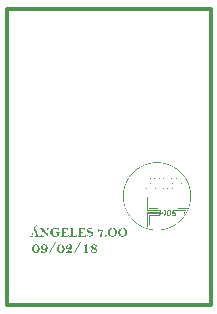
<source format=gto>
G04 Layer_Color=65535*
%FSAX44Y44*%
%MOMM*%
G71*
G01*
G75*
%ADD34C,0.3000*%
G36*
X01000968Y00822172D02*
Y00822104D01*
Y00822037D01*
Y00821969D01*
Y00821901D01*
Y00821833D01*
Y00821766D01*
Y00821698D01*
Y00821630D01*
Y00821562D01*
Y00821495D01*
Y00821427D01*
Y00821359D01*
Y00821291D01*
Y00821224D01*
Y00821156D01*
Y00821088D01*
Y00821020D01*
Y00820953D01*
Y00820885D01*
Y00820817D01*
Y00820749D01*
Y00820682D01*
Y00820614D01*
Y00820546D01*
Y00820479D01*
Y00820411D01*
Y00820343D01*
Y00820275D01*
Y00820208D01*
Y00820140D01*
Y00820072D01*
Y00820004D01*
Y00819937D01*
Y00819869D01*
Y00819801D01*
Y00819733D01*
Y00819666D01*
Y00819598D01*
Y00819530D01*
Y00819462D01*
Y00819395D01*
Y00819327D01*
Y00819259D01*
Y00819192D01*
Y00819124D01*
Y00819056D01*
Y00818988D01*
Y00818921D01*
Y00818853D01*
Y00818785D01*
Y00818717D01*
Y00818650D01*
Y00818582D01*
Y00818514D01*
Y00818446D01*
Y00818379D01*
Y00818311D01*
Y00818243D01*
Y00818175D01*
Y00818108D01*
Y00818040D01*
Y00817972D01*
Y00817904D01*
Y00817837D01*
Y00817769D01*
Y00817701D01*
Y00817634D01*
Y00817566D01*
Y00817498D01*
Y00817430D01*
Y00817363D01*
Y00817295D01*
Y00817227D01*
Y00817159D01*
Y00817092D01*
Y00817024D01*
Y00816956D01*
Y00816888D01*
Y00816821D01*
Y00816753D01*
Y00816685D01*
Y00816617D01*
Y00816550D01*
Y00816482D01*
Y00816414D01*
Y00816346D01*
Y00816279D01*
Y00816211D01*
Y00816143D01*
Y00816076D01*
Y00816008D01*
Y00815940D01*
Y00815872D01*
Y00815805D01*
Y00815737D01*
Y00815669D01*
Y00815601D01*
Y00815534D01*
Y00815466D01*
Y00815398D01*
Y00815330D01*
Y00815263D01*
Y00815195D01*
Y00815127D01*
Y00815059D01*
Y00814992D01*
Y00814924D01*
Y00814856D01*
Y00814789D01*
Y00814721D01*
Y00814653D01*
Y00814585D01*
Y00814518D01*
Y00814450D01*
Y00814382D01*
Y00814314D01*
Y00814247D01*
Y00814179D01*
Y00814111D01*
Y00814043D01*
Y00813976D01*
Y00813908D01*
Y00813840D01*
Y00813772D01*
Y00813705D01*
Y00813637D01*
Y00813569D01*
Y00813501D01*
Y00813434D01*
Y00813366D01*
Y00813298D01*
Y00813231D01*
Y00813163D01*
Y00813095D01*
Y00813027D01*
Y00812960D01*
Y00812892D01*
Y00812824D01*
Y00812756D01*
Y00812689D01*
Y00812621D01*
Y00812553D01*
Y00812485D01*
Y00812418D01*
Y00812350D01*
Y00812282D01*
Y00812214D01*
Y00812147D01*
Y00812079D01*
Y00812011D01*
Y00811944D01*
Y00811876D01*
Y00811808D01*
Y00811740D01*
Y00811673D01*
Y00811605D01*
Y00811537D01*
Y00811469D01*
Y00811402D01*
Y00811334D01*
Y00811266D01*
Y00811198D01*
Y00811131D01*
Y00811063D01*
Y00810995D01*
Y00810927D01*
Y00810860D01*
Y00810792D01*
Y00810724D01*
Y00810656D01*
Y00810589D01*
Y00810521D01*
Y00810453D01*
Y00810386D01*
Y00810318D01*
Y00810250D01*
Y00810182D01*
X01000900D01*
Y00810250D01*
Y00810318D01*
Y00810386D01*
Y00810453D01*
Y00810521D01*
Y00810589D01*
Y00810656D01*
Y00810724D01*
Y00810792D01*
Y00810860D01*
Y00810927D01*
Y00810995D01*
Y00811063D01*
Y00811131D01*
Y00811198D01*
Y00811266D01*
Y00811334D01*
Y00811402D01*
Y00811469D01*
Y00811537D01*
Y00811605D01*
Y00811673D01*
Y00811740D01*
Y00811808D01*
Y00811876D01*
Y00811944D01*
Y00812011D01*
Y00812079D01*
Y00812147D01*
Y00812214D01*
Y00812282D01*
Y00812350D01*
Y00812418D01*
Y00812485D01*
Y00812553D01*
Y00812621D01*
Y00812689D01*
Y00812756D01*
Y00812824D01*
Y00812892D01*
Y00812960D01*
Y00813027D01*
Y00813095D01*
Y00813163D01*
Y00813231D01*
Y00813298D01*
Y00813366D01*
Y00813434D01*
Y00813501D01*
Y00813569D01*
Y00813637D01*
Y00813705D01*
Y00813772D01*
Y00813840D01*
Y00813908D01*
Y00813976D01*
Y00814043D01*
Y00814111D01*
Y00814179D01*
Y00814247D01*
Y00814314D01*
Y00814382D01*
Y00814450D01*
Y00814518D01*
Y00814585D01*
Y00814653D01*
Y00814721D01*
Y00814789D01*
Y00814856D01*
Y00814924D01*
Y00814992D01*
Y00815059D01*
Y00815127D01*
Y00815195D01*
Y00815263D01*
Y00815330D01*
Y00815398D01*
Y00815466D01*
Y00815534D01*
Y00815601D01*
Y00815669D01*
Y00815737D01*
Y00815805D01*
Y00815872D01*
Y00815940D01*
Y00816008D01*
Y00816076D01*
Y00816143D01*
Y00816211D01*
Y00816279D01*
Y00816346D01*
Y00816414D01*
Y00816482D01*
Y00816550D01*
Y00816617D01*
Y00816685D01*
Y00816753D01*
Y00816821D01*
Y00816888D01*
Y00816956D01*
Y00817024D01*
Y00817092D01*
Y00817159D01*
Y00817227D01*
Y00817295D01*
Y00817363D01*
Y00817430D01*
Y00817498D01*
Y00817566D01*
Y00817634D01*
Y00817701D01*
Y00817769D01*
Y00817837D01*
Y00817904D01*
Y00817972D01*
Y00818040D01*
Y00818108D01*
Y00818175D01*
Y00818243D01*
Y00818311D01*
Y00818379D01*
Y00818446D01*
Y00818514D01*
Y00818582D01*
Y00818650D01*
Y00818717D01*
Y00818785D01*
Y00818853D01*
Y00818921D01*
Y00818988D01*
Y00819056D01*
Y00819124D01*
Y00819192D01*
Y00819259D01*
Y00819327D01*
Y00819395D01*
Y00819462D01*
Y00819530D01*
Y00819598D01*
Y00819666D01*
Y00819733D01*
Y00819801D01*
Y00819869D01*
Y00819937D01*
Y00820004D01*
Y00820072D01*
Y00820140D01*
Y00820208D01*
Y00820275D01*
Y00820343D01*
Y00820411D01*
Y00820479D01*
Y00820546D01*
Y00820614D01*
Y00820682D01*
Y00820749D01*
Y00820817D01*
Y00820885D01*
Y00820953D01*
Y00821020D01*
Y00821088D01*
Y00821156D01*
Y00821224D01*
Y00821291D01*
Y00821359D01*
Y00821427D01*
Y00821495D01*
Y00821562D01*
Y00821630D01*
Y00821698D01*
Y00821766D01*
Y00821833D01*
Y00821901D01*
Y00821969D01*
Y00822037D01*
Y00822104D01*
Y00822172D01*
Y00822240D01*
X01000968D01*
Y00822172D01*
D02*
G37*
G36*
X00991620Y00809437D02*
Y00809369D01*
Y00809302D01*
Y00809234D01*
Y00809166D01*
Y00809099D01*
X00991552D01*
Y00809166D01*
Y00809234D01*
Y00809302D01*
Y00809369D01*
Y00809437D01*
Y00809505D01*
X00991620D01*
Y00809437D01*
D02*
G37*
G36*
X01035514Y00813298D02*
Y00813231D01*
Y00813163D01*
Y00813095D01*
Y00813027D01*
Y00812960D01*
Y00812892D01*
Y00812824D01*
Y00812756D01*
Y00812689D01*
Y00812621D01*
Y00812553D01*
Y00812485D01*
Y00812418D01*
Y00812350D01*
X01024812D01*
Y00812282D01*
Y00812214D01*
X01024744D01*
Y00812147D01*
Y00812079D01*
Y00812011D01*
Y00811944D01*
Y00811876D01*
Y00811808D01*
Y00811740D01*
X01024676D01*
Y00811673D01*
Y00811605D01*
Y00811537D01*
Y00811469D01*
Y00811402D01*
Y00811334D01*
X01024609D01*
Y00811266D01*
Y00811198D01*
X01025963D01*
Y00811131D01*
X01026167D01*
Y00811063D01*
X01026302D01*
Y00810995D01*
X01026437D01*
Y00810927D01*
X01026505D01*
Y00810860D01*
X01026573D01*
Y00810792D01*
X01026641D01*
Y00810724D01*
X01026708D01*
Y00810656D01*
X01026776D01*
Y00810589D01*
Y00810521D01*
X01026844D01*
Y00810453D01*
Y00810386D01*
X01026912D01*
Y00810318D01*
Y00810250D01*
Y00810182D01*
X01026979D01*
Y00810115D01*
Y00810047D01*
Y00809979D01*
Y00809911D01*
Y00809844D01*
Y00809776D01*
Y00809708D01*
Y00809640D01*
Y00809573D01*
Y00809505D01*
Y00809437D01*
X01026912D01*
Y00809369D01*
Y00809302D01*
Y00809234D01*
X01026844D01*
Y00809166D01*
Y00809099D01*
Y00809031D01*
X01026776D01*
Y00808963D01*
Y00808895D01*
X01026708D01*
Y00808828D01*
Y00808760D01*
X01026641D01*
Y00808692D01*
X01026573D01*
Y00808624D01*
Y00808557D01*
X01026505D01*
Y00808489D01*
X01026437D01*
Y00808421D01*
X01026370D01*
Y00808353D01*
X01026302D01*
Y00808286D01*
X01026167D01*
Y00808218D01*
X01026031D01*
Y00808150D01*
X01025896D01*
Y00808082D01*
X01023118D01*
Y00808150D01*
Y00808218D01*
Y00808286D01*
X01023186D01*
Y00808353D01*
Y00808421D01*
Y00808489D01*
Y00808557D01*
Y00808624D01*
Y00808692D01*
X01023254D01*
Y00808760D01*
Y00808828D01*
Y00808895D01*
Y00808963D01*
Y00809031D01*
Y00809099D01*
X01025692D01*
Y00809166D01*
X01025760D01*
Y00809234D01*
X01025828D01*
Y00809302D01*
Y00809369D01*
X01025896D01*
Y00809437D01*
Y00809505D01*
X01025963D01*
Y00809573D01*
Y00809640D01*
Y00809708D01*
Y00809776D01*
Y00809844D01*
Y00809911D01*
Y00809979D01*
Y00810047D01*
X01025896D01*
Y00810115D01*
X01025828D01*
Y00810182D01*
X01025625D01*
Y00810250D01*
X01023457D01*
Y00810318D01*
Y00810386D01*
Y00810453D01*
X01023525D01*
Y00810521D01*
Y00810589D01*
Y00810656D01*
Y00810724D01*
Y00810792D01*
Y00810860D01*
X01023592D01*
Y00810927D01*
Y00810995D01*
Y00811063D01*
Y00811131D01*
Y00811198D01*
Y00811266D01*
Y00811334D01*
X01023660D01*
Y00811402D01*
Y00811469D01*
Y00811537D01*
Y00811605D01*
Y00811673D01*
Y00811740D01*
X01023728D01*
Y00811808D01*
Y00811876D01*
Y00811944D01*
Y00812011D01*
Y00812079D01*
Y00812147D01*
X01023796D01*
Y00812214D01*
Y00812282D01*
Y00812350D01*
Y00812418D01*
Y00812485D01*
Y00812553D01*
Y00812621D01*
X01023863D01*
Y00812689D01*
Y00812756D01*
Y00812824D01*
Y00812892D01*
Y00812960D01*
Y00813027D01*
X01023931D01*
Y00813095D01*
Y00813163D01*
Y00813231D01*
Y00813298D01*
Y00813366D01*
X01035514D01*
Y00813298D01*
D02*
G37*
G36*
X01034024Y00811198D02*
Y00811131D01*
Y00811063D01*
Y00810995D01*
Y00810927D01*
Y00810860D01*
Y00810792D01*
Y00810724D01*
Y00810656D01*
Y00810589D01*
Y00810521D01*
Y00810453D01*
Y00810386D01*
Y00810318D01*
Y00810250D01*
Y00810182D01*
X01033956D01*
Y00810250D01*
Y00810318D01*
Y00810386D01*
Y00810453D01*
Y00810521D01*
Y00810589D01*
Y00810656D01*
Y00810724D01*
Y00810792D01*
Y00810860D01*
Y00810927D01*
Y00810995D01*
Y00811063D01*
Y00811131D01*
Y00811198D01*
Y00811266D01*
X01034024D01*
Y00811198D01*
D02*
G37*
G36*
X00989520Y00813840D02*
Y00813772D01*
Y00813705D01*
Y00813637D01*
Y00813569D01*
Y00813501D01*
Y00813434D01*
Y00813366D01*
Y00813298D01*
Y00813231D01*
Y00813163D01*
Y00813095D01*
Y00813027D01*
Y00812960D01*
Y00812892D01*
Y00812824D01*
Y00812756D01*
Y00812689D01*
Y00812621D01*
Y00812553D01*
Y00812485D01*
Y00812418D01*
Y00812350D01*
Y00812282D01*
Y00812214D01*
Y00812147D01*
Y00812079D01*
Y00812011D01*
Y00811944D01*
Y00811876D01*
X00991552D01*
Y00811944D01*
Y00812011D01*
Y00812079D01*
Y00812147D01*
Y00812214D01*
Y00812282D01*
Y00812350D01*
X00998800D01*
Y00812282D01*
X00991620D01*
Y00812214D01*
Y00812147D01*
Y00812079D01*
Y00812011D01*
Y00811944D01*
Y00811876D01*
Y00811808D01*
X00989452D01*
Y00811876D01*
Y00811944D01*
Y00812011D01*
Y00812079D01*
Y00812147D01*
Y00812214D01*
Y00812282D01*
Y00812350D01*
Y00812418D01*
Y00812485D01*
Y00812553D01*
Y00812621D01*
Y00812689D01*
Y00812756D01*
Y00812824D01*
Y00812892D01*
Y00812960D01*
Y00813027D01*
Y00813095D01*
Y00813163D01*
Y00813231D01*
Y00813298D01*
Y00813366D01*
Y00813434D01*
Y00813501D01*
Y00813569D01*
Y00813637D01*
Y00813705D01*
Y00813772D01*
Y00813840D01*
Y00813908D01*
X00989520D01*
Y00813840D01*
D02*
G37*
G36*
X00999952Y00822172D02*
X00999884D01*
Y00822104D01*
Y00822037D01*
Y00821969D01*
Y00821901D01*
Y00821833D01*
Y00821766D01*
Y00821698D01*
Y00821630D01*
Y00821562D01*
Y00821495D01*
Y00821427D01*
Y00821359D01*
Y00821291D01*
Y00821224D01*
Y00821156D01*
Y00821088D01*
Y00821020D01*
Y00820953D01*
Y00820885D01*
Y00820817D01*
Y00820749D01*
Y00820682D01*
Y00820614D01*
Y00820546D01*
Y00820479D01*
Y00820411D01*
Y00820343D01*
Y00820275D01*
Y00820208D01*
Y00820140D01*
Y00820072D01*
Y00820004D01*
Y00819937D01*
Y00819869D01*
Y00819801D01*
Y00819733D01*
Y00819666D01*
Y00819598D01*
Y00819530D01*
Y00819462D01*
Y00819395D01*
Y00819327D01*
Y00819259D01*
Y00819192D01*
Y00819124D01*
Y00819056D01*
Y00818988D01*
Y00818921D01*
Y00818853D01*
Y00818785D01*
Y00818717D01*
Y00818650D01*
Y00818582D01*
Y00818514D01*
Y00818446D01*
Y00818379D01*
Y00818311D01*
Y00818243D01*
Y00818175D01*
Y00818108D01*
Y00818040D01*
Y00817972D01*
Y00817904D01*
Y00817837D01*
Y00817769D01*
Y00817701D01*
Y00817634D01*
Y00817566D01*
Y00817498D01*
Y00817430D01*
Y00817363D01*
Y00817295D01*
Y00817227D01*
Y00817159D01*
Y00817092D01*
Y00817024D01*
Y00816956D01*
Y00816888D01*
Y00816821D01*
Y00816753D01*
Y00816685D01*
Y00816617D01*
Y00816550D01*
Y00816482D01*
Y00816414D01*
Y00816346D01*
Y00816279D01*
Y00816211D01*
Y00816143D01*
Y00816076D01*
Y00816008D01*
Y00815940D01*
Y00815872D01*
Y00815805D01*
Y00815737D01*
Y00815669D01*
Y00815601D01*
Y00815534D01*
Y00815466D01*
Y00815398D01*
Y00815330D01*
Y00815263D01*
Y00815195D01*
Y00815127D01*
Y00815059D01*
Y00814992D01*
Y00814924D01*
Y00814856D01*
Y00814789D01*
Y00814721D01*
Y00814653D01*
Y00814585D01*
Y00814518D01*
Y00814450D01*
Y00814382D01*
Y00814314D01*
Y00814247D01*
Y00814179D01*
Y00814111D01*
Y00814043D01*
Y00813976D01*
Y00813908D01*
Y00813840D01*
Y00813772D01*
Y00813705D01*
Y00813637D01*
Y00813569D01*
Y00813501D01*
Y00813434D01*
Y00813366D01*
Y00813298D01*
Y00813231D01*
Y00813163D01*
Y00813095D01*
Y00813027D01*
Y00812960D01*
Y00812892D01*
Y00812824D01*
Y00812756D01*
Y00812689D01*
Y00812621D01*
Y00812553D01*
Y00812485D01*
Y00812418D01*
Y00812350D01*
Y00812282D01*
Y00812214D01*
Y00812147D01*
Y00812079D01*
Y00812011D01*
Y00811944D01*
Y00811876D01*
Y00811808D01*
Y00811740D01*
Y00811673D01*
Y00811605D01*
Y00811537D01*
Y00811469D01*
Y00811402D01*
Y00811334D01*
Y00811266D01*
X00999816D01*
Y00811334D01*
Y00811402D01*
Y00811469D01*
Y00811537D01*
Y00811605D01*
Y00811673D01*
Y00811740D01*
Y00811808D01*
Y00811876D01*
Y00811944D01*
Y00812011D01*
Y00812079D01*
Y00812147D01*
Y00812214D01*
Y00812282D01*
Y00812350D01*
Y00812418D01*
Y00812485D01*
Y00812553D01*
Y00812621D01*
Y00812689D01*
Y00812756D01*
Y00812824D01*
Y00812892D01*
Y00812960D01*
Y00813027D01*
Y00813095D01*
Y00813163D01*
Y00813231D01*
Y00813298D01*
Y00813366D01*
Y00813434D01*
Y00813501D01*
Y00813569D01*
Y00813637D01*
Y00813705D01*
Y00813772D01*
Y00813840D01*
Y00813908D01*
Y00813976D01*
Y00814043D01*
Y00814111D01*
Y00814179D01*
Y00814247D01*
Y00814314D01*
Y00814382D01*
Y00814450D01*
Y00814518D01*
Y00814585D01*
Y00814653D01*
Y00814721D01*
Y00814789D01*
Y00814856D01*
Y00814924D01*
Y00814992D01*
Y00815059D01*
Y00815127D01*
Y00815195D01*
Y00815263D01*
Y00815330D01*
Y00815398D01*
Y00815466D01*
Y00815534D01*
Y00815601D01*
Y00815669D01*
Y00815737D01*
Y00815805D01*
Y00815872D01*
Y00815940D01*
Y00816008D01*
Y00816076D01*
Y00816143D01*
Y00816211D01*
Y00816279D01*
Y00816346D01*
Y00816414D01*
Y00816482D01*
Y00816550D01*
Y00816617D01*
Y00816685D01*
Y00816753D01*
Y00816821D01*
Y00816888D01*
Y00816956D01*
Y00817024D01*
Y00817092D01*
Y00817159D01*
Y00817227D01*
Y00817295D01*
Y00817363D01*
Y00817430D01*
Y00817498D01*
Y00817566D01*
Y00817634D01*
Y00817701D01*
Y00817769D01*
Y00817837D01*
Y00817904D01*
Y00817972D01*
Y00818040D01*
Y00818108D01*
Y00818175D01*
Y00818243D01*
Y00818311D01*
Y00818379D01*
Y00818446D01*
Y00818514D01*
Y00818582D01*
Y00818650D01*
Y00818717D01*
Y00818785D01*
Y00818853D01*
Y00818921D01*
Y00818988D01*
Y00819056D01*
Y00819124D01*
Y00819192D01*
Y00819259D01*
Y00819327D01*
Y00819395D01*
Y00819462D01*
Y00819530D01*
Y00819598D01*
Y00819666D01*
Y00819733D01*
Y00819801D01*
Y00819869D01*
Y00819937D01*
Y00820004D01*
Y00820072D01*
Y00820140D01*
Y00820208D01*
Y00820275D01*
Y00820343D01*
Y00820411D01*
Y00820479D01*
Y00820546D01*
Y00820614D01*
Y00820682D01*
Y00820749D01*
Y00820817D01*
Y00820885D01*
Y00820953D01*
Y00821020D01*
Y00821088D01*
Y00821156D01*
Y00821224D01*
Y00821291D01*
Y00821359D01*
Y00821427D01*
Y00821495D01*
Y00821562D01*
Y00821630D01*
Y00821698D01*
Y00821766D01*
Y00821833D01*
Y00821901D01*
Y00821969D01*
Y00822037D01*
Y00822104D01*
Y00822172D01*
Y00822240D01*
X00999952D01*
Y00822172D01*
D02*
G37*
G36*
X01016141Y00811131D02*
Y00811063D01*
Y00810995D01*
Y00810927D01*
Y00810860D01*
Y00810792D01*
X01016074D01*
Y00810724D01*
Y00810656D01*
Y00810589D01*
Y00810521D01*
Y00810453D01*
Y00810386D01*
X01016006D01*
Y00810318D01*
Y00810250D01*
X01014448D01*
Y00810318D01*
Y00810386D01*
Y00810453D01*
X01014516D01*
Y00810521D01*
Y00810589D01*
Y00810656D01*
Y00810724D01*
Y00810792D01*
Y00810860D01*
Y00810927D01*
X01014583D01*
Y00810995D01*
Y00811063D01*
Y00811131D01*
Y00811198D01*
X01016141D01*
Y00811131D01*
D02*
G37*
G36*
X00991620Y00809573D02*
X00989520D01*
Y00809505D01*
Y00809437D01*
Y00809369D01*
Y00809302D01*
Y00809234D01*
Y00809166D01*
Y00809099D01*
Y00809031D01*
Y00808963D01*
Y00808895D01*
Y00808828D01*
Y00808760D01*
Y00808692D01*
Y00808624D01*
Y00808557D01*
Y00808489D01*
Y00808421D01*
Y00808353D01*
Y00808286D01*
Y00808218D01*
Y00808150D01*
Y00808082D01*
Y00808015D01*
Y00807947D01*
Y00807879D01*
Y00807811D01*
Y00807744D01*
Y00807676D01*
Y00807608D01*
Y00807541D01*
X00991552D01*
Y00807473D01*
X00989452D01*
Y00807541D01*
Y00807608D01*
Y00807676D01*
Y00807744D01*
Y00807811D01*
Y00807879D01*
Y00807947D01*
Y00808015D01*
Y00808082D01*
Y00808150D01*
Y00808218D01*
Y00808286D01*
Y00808353D01*
Y00808421D01*
Y00808489D01*
Y00808557D01*
Y00808624D01*
Y00808692D01*
Y00808760D01*
Y00808828D01*
Y00808895D01*
Y00808963D01*
Y00809031D01*
Y00809099D01*
Y00809166D01*
Y00809234D01*
Y00809302D01*
Y00809369D01*
Y00809437D01*
Y00809505D01*
Y00809573D01*
Y00809640D01*
X00991620D01*
Y00809573D01*
D02*
G37*
G36*
X00988504Y00807270D02*
Y00807202D01*
X00988572D01*
Y00807134D01*
X00988640D01*
Y00807066D01*
X00988707D01*
Y00806999D01*
X00998868D01*
Y00806931D01*
X00988436D01*
Y00806999D01*
Y00807066D01*
Y00807134D01*
Y00807202D01*
Y00807270D01*
Y00807337D01*
X00988504D01*
Y00807270D01*
D02*
G37*
G36*
Y00805847D02*
X00988572D01*
Y00805779D01*
X00988504D01*
Y00805712D01*
X00988436D01*
Y00805779D01*
Y00805847D01*
Y00805915D01*
X00988504D01*
Y00805847D01*
D02*
G37*
G36*
X00991620Y00807947D02*
Y00807879D01*
Y00807811D01*
Y00807744D01*
Y00807676D01*
Y00807608D01*
Y00807541D01*
X00991552D01*
Y00807608D01*
Y00807676D01*
Y00807744D01*
Y00807811D01*
Y00807879D01*
Y00807947D01*
Y00808015D01*
X00991620D01*
Y00807947D01*
D02*
G37*
G36*
X01021696Y00813298D02*
X01021899D01*
Y00813231D01*
X01022102D01*
Y00813163D01*
X01022238D01*
Y00813095D01*
X01022373D01*
Y00813027D01*
X01022441D01*
Y00812960D01*
X01022509D01*
Y00812892D01*
X01022576D01*
Y00812824D01*
X01022644D01*
Y00812756D01*
X01022712D01*
Y00812689D01*
X01022780D01*
Y00812621D01*
Y00812553D01*
X01022847D01*
Y00812485D01*
Y00812418D01*
X01022915D01*
Y00812350D01*
Y00812282D01*
X01022983D01*
Y00812214D01*
Y00812147D01*
Y00812079D01*
Y00812011D01*
Y00811944D01*
Y00811876D01*
X01023051D01*
Y00811808D01*
Y00811740D01*
Y00811673D01*
X01022983D01*
Y00811605D01*
Y00811537D01*
Y00811469D01*
Y00811402D01*
Y00811334D01*
Y00811266D01*
Y00811198D01*
Y00811131D01*
Y00811063D01*
Y00810995D01*
X01022915D01*
Y00810927D01*
Y00810860D01*
Y00810792D01*
Y00810724D01*
Y00810656D01*
Y00810589D01*
Y00810521D01*
X01022847D01*
Y00810453D01*
Y00810386D01*
Y00810318D01*
Y00810250D01*
Y00810182D01*
X01022780D01*
Y00810115D01*
Y00810047D01*
Y00809979D01*
Y00809911D01*
Y00809844D01*
X01022712D01*
Y00809776D01*
Y00809708D01*
Y00809640D01*
X01022644D01*
Y00809573D01*
Y00809505D01*
Y00809437D01*
X01022576D01*
Y00809369D01*
Y00809302D01*
X01022509D01*
Y00809234D01*
Y00809166D01*
X01022441D01*
Y00809099D01*
Y00809031D01*
X01022373D01*
Y00808963D01*
Y00808895D01*
X01022305D01*
Y00808828D01*
X01022238D01*
Y00808760D01*
X01022170D01*
Y00808692D01*
X01022102D01*
Y00808624D01*
Y00808557D01*
X01021967D01*
Y00808489D01*
X01021899D01*
Y00808421D01*
X01021831D01*
Y00808353D01*
X01021696D01*
Y00808286D01*
X01021560D01*
Y00808218D01*
X01021357D01*
Y00808150D01*
X01021086D01*
Y00808082D01*
X01020070D01*
Y00808150D01*
X01019867D01*
Y00808218D01*
X01019664D01*
Y00808286D01*
X01019528D01*
Y00808353D01*
X01019460D01*
Y00808421D01*
X01019325D01*
Y00808489D01*
X01019257D01*
Y00808557D01*
X01019189D01*
Y00808624D01*
X01019122D01*
Y00808692D01*
X01019054D01*
Y00808760D01*
Y00808828D01*
X01018986D01*
Y00808895D01*
X01018919D01*
Y00808963D01*
Y00809031D01*
Y00809099D01*
X01018851D01*
Y00809166D01*
Y00809234D01*
Y00809302D01*
X01018783D01*
Y00809369D01*
Y00809437D01*
Y00809505D01*
Y00809573D01*
Y00809640D01*
Y00809708D01*
Y00809776D01*
Y00809844D01*
Y00809911D01*
Y00809979D01*
Y00810047D01*
Y00810115D01*
Y00810182D01*
Y00810250D01*
X01018851D01*
Y00810318D01*
Y00810386D01*
Y00810453D01*
Y00810521D01*
Y00810589D01*
Y00810656D01*
X01018919D01*
Y00810724D01*
Y00810792D01*
Y00810860D01*
Y00810927D01*
Y00810995D01*
Y00811063D01*
Y00811131D01*
X01018986D01*
Y00811198D01*
Y00811266D01*
Y00811334D01*
Y00811402D01*
Y00811469D01*
X01019054D01*
Y00811537D01*
Y00811605D01*
Y00811673D01*
X01019122D01*
Y00811740D01*
Y00811808D01*
Y00811876D01*
Y00811944D01*
X01019189D01*
Y00812011D01*
Y00812079D01*
X01019257D01*
Y00812147D01*
Y00812214D01*
X01019325D01*
Y00812282D01*
Y00812350D01*
X01019393D01*
Y00812418D01*
Y00812485D01*
X01019460D01*
Y00812553D01*
X01019528D01*
Y00812621D01*
Y00812689D01*
X01019596D01*
Y00812756D01*
X01019664D01*
Y00812824D01*
X01019731D01*
Y00812892D01*
X01019799D01*
Y00812960D01*
X01019867D01*
Y00813027D01*
X01020002D01*
Y00813095D01*
X01020138D01*
Y00813163D01*
X01020273D01*
Y00813231D01*
X01020409D01*
Y00813298D01*
X01020747D01*
Y00813366D01*
X01021696D01*
Y00813298D01*
D02*
G37*
G36*
X01017225D02*
X01017496D01*
Y00813231D01*
X01017631D01*
Y00813163D01*
X01017767D01*
Y00813095D01*
X01017835D01*
Y00813027D01*
X01017902D01*
Y00812960D01*
X01018038D01*
Y00812892D01*
X01018106D01*
Y00812824D01*
Y00812756D01*
X01018173D01*
Y00812689D01*
X01018241D01*
Y00812621D01*
Y00812553D01*
X01018309D01*
Y00812485D01*
Y00812418D01*
X01018377D01*
Y00812350D01*
Y00812282D01*
Y00812214D01*
X01018444D01*
Y00812147D01*
Y00812079D01*
Y00812011D01*
Y00811944D01*
Y00811876D01*
Y00811808D01*
Y00811740D01*
Y00811673D01*
X01018377D01*
Y00811605D01*
Y00811537D01*
Y00811469D01*
Y00811402D01*
Y00811334D01*
Y00811266D01*
X01018309D01*
Y00811198D01*
Y00811131D01*
Y00811063D01*
Y00810995D01*
Y00810927D01*
Y00810860D01*
Y00810792D01*
X01018241D01*
Y00810724D01*
Y00810656D01*
Y00810589D01*
Y00810521D01*
Y00810453D01*
Y00810386D01*
X01018173D01*
Y00810318D01*
Y00810250D01*
Y00810182D01*
Y00810115D01*
Y00810047D01*
Y00809979D01*
X01018106D01*
Y00809911D01*
Y00809844D01*
Y00809776D01*
Y00809708D01*
Y00809640D01*
Y00809573D01*
Y00809505D01*
X01018038D01*
Y00809437D01*
Y00809369D01*
Y00809302D01*
Y00809234D01*
Y00809166D01*
Y00809099D01*
X01017970D01*
Y00809031D01*
Y00808963D01*
Y00808895D01*
Y00808828D01*
Y00808760D01*
Y00808692D01*
Y00808624D01*
X01017902D01*
Y00808557D01*
Y00808489D01*
Y00808421D01*
Y00808353D01*
Y00808286D01*
Y00808218D01*
X01017835D01*
Y00808150D01*
Y00808082D01*
X01016819D01*
Y00808150D01*
X01016886D01*
Y00808218D01*
Y00808286D01*
Y00808353D01*
Y00808421D01*
Y00808489D01*
Y00808557D01*
Y00808624D01*
X01016954D01*
Y00808692D01*
Y00808760D01*
Y00808828D01*
Y00808895D01*
Y00808963D01*
Y00809031D01*
X01017022D01*
Y00809099D01*
Y00809166D01*
Y00809234D01*
Y00809302D01*
Y00809369D01*
Y00809437D01*
X01017090D01*
Y00809505D01*
Y00809573D01*
Y00809640D01*
Y00809708D01*
Y00809776D01*
Y00809844D01*
Y00809911D01*
X01017157D01*
Y00809979D01*
Y00810047D01*
Y00810115D01*
Y00810182D01*
Y00810250D01*
Y00810318D01*
X01017225D01*
Y00810386D01*
Y00810453D01*
Y00810521D01*
Y00810589D01*
Y00810656D01*
Y00810724D01*
Y00810792D01*
X01017293D01*
Y00810860D01*
Y00810927D01*
Y00810995D01*
Y00811063D01*
Y00811131D01*
Y00811198D01*
X01017361D01*
Y00811266D01*
Y00811334D01*
Y00811402D01*
Y00811469D01*
Y00811537D01*
Y00811605D01*
X01017428D01*
Y00811673D01*
Y00811740D01*
Y00811808D01*
Y00811876D01*
Y00811944D01*
Y00812011D01*
Y00812079D01*
X01017361D01*
Y00812147D01*
Y00812214D01*
X01017225D01*
Y00812282D01*
X01017157D01*
Y00812350D01*
X01016954D01*
Y00812418D01*
Y00812485D01*
X01017022D01*
Y00812553D01*
Y00812621D01*
Y00812689D01*
Y00812756D01*
Y00812824D01*
Y00812892D01*
Y00812960D01*
X01017090D01*
Y00813027D01*
Y00813095D01*
Y00813163D01*
Y00813231D01*
Y00813298D01*
Y00813366D01*
X01017225D01*
Y00813298D01*
D02*
G37*
G36*
X01032940Y00809031D02*
Y00808963D01*
Y00808895D01*
Y00808828D01*
Y00808760D01*
Y00808692D01*
Y00808624D01*
Y00808557D01*
Y00808489D01*
Y00808421D01*
Y00808353D01*
Y00808286D01*
Y00808218D01*
Y00808150D01*
Y00808082D01*
Y00808015D01*
X01032873D01*
Y00808082D01*
Y00808150D01*
Y00808218D01*
Y00808286D01*
Y00808353D01*
Y00808421D01*
Y00808489D01*
Y00808557D01*
Y00808624D01*
Y00808692D01*
Y00808760D01*
Y00808828D01*
Y00808895D01*
Y00808963D01*
Y00809031D01*
Y00809099D01*
X01032940D01*
Y00809031D01*
D02*
G37*
G36*
X00991620Y00813840D02*
Y00813772D01*
Y00813705D01*
Y00813637D01*
Y00813569D01*
Y00813501D01*
Y00813434D01*
X00997716D01*
Y00813366D01*
X00991620D01*
Y00813434D01*
X00991552D01*
Y00813501D01*
Y00813569D01*
Y00813637D01*
Y00813705D01*
Y00813772D01*
Y00813840D01*
Y00813908D01*
X00991620D01*
Y00813840D01*
D02*
G37*
G36*
X01014854Y00831859D02*
Y00831791D01*
Y00831723D01*
Y00831655D01*
Y00831588D01*
Y00831520D01*
Y00831452D01*
Y00831384D01*
Y00831317D01*
Y00831249D01*
Y00831181D01*
Y00831113D01*
Y00831046D01*
Y00830978D01*
Y00830910D01*
Y00830842D01*
Y00830775D01*
Y00830707D01*
Y00830639D01*
X01014312D01*
Y00830707D01*
Y00830775D01*
Y00830842D01*
Y00830910D01*
Y00830978D01*
Y00831046D01*
Y00831113D01*
Y00831181D01*
Y00831249D01*
Y00831317D01*
Y00831384D01*
Y00831452D01*
Y00831520D01*
Y00831588D01*
Y00831655D01*
Y00831723D01*
Y00831791D01*
Y00831859D01*
Y00831926D01*
X01014854D01*
Y00831859D01*
D02*
G37*
G36*
X01011061D02*
Y00831791D01*
Y00831723D01*
Y00831655D01*
Y00831588D01*
Y00831520D01*
Y00831452D01*
Y00831384D01*
Y00831317D01*
Y00831249D01*
Y00831181D01*
Y00831113D01*
Y00831046D01*
Y00830978D01*
Y00830910D01*
Y00830842D01*
Y00830775D01*
Y00830707D01*
Y00830639D01*
X01009300D01*
Y00830707D01*
Y00830775D01*
Y00830842D01*
Y00830910D01*
Y00830978D01*
Y00831046D01*
Y00831113D01*
Y00831181D01*
Y00831249D01*
Y00831317D01*
Y00831384D01*
Y00831452D01*
Y00831520D01*
Y00831588D01*
Y00831655D01*
Y00831723D01*
Y00831791D01*
Y00831859D01*
Y00831926D01*
X01011061D01*
Y00831859D01*
D02*
G37*
G36*
X01006048D02*
Y00831791D01*
Y00831723D01*
Y00831655D01*
Y00831588D01*
Y00831520D01*
Y00831452D01*
Y00831384D01*
Y00831317D01*
Y00831249D01*
Y00831181D01*
Y00831113D01*
Y00831046D01*
Y00830978D01*
Y00830910D01*
Y00830842D01*
Y00830775D01*
Y00830707D01*
Y00830639D01*
X01005506D01*
Y00830707D01*
Y00830775D01*
Y00830842D01*
Y00830910D01*
Y00830978D01*
Y00831046D01*
Y00831113D01*
Y00831181D01*
Y00831249D01*
Y00831317D01*
Y00831384D01*
Y00831452D01*
Y00831520D01*
Y00831588D01*
Y00831655D01*
Y00831723D01*
Y00831791D01*
Y00831859D01*
Y00831926D01*
X01006048D01*
Y00831859D01*
D02*
G37*
G36*
X01016277D02*
Y00831791D01*
Y00831723D01*
Y00831655D01*
Y00831588D01*
Y00831520D01*
Y00831452D01*
Y00831384D01*
Y00831317D01*
Y00831249D01*
Y00831181D01*
Y00831113D01*
Y00831046D01*
Y00830978D01*
Y00830910D01*
Y00830842D01*
Y00830775D01*
Y00830707D01*
Y00830639D01*
X01015735D01*
Y00830707D01*
Y00830775D01*
Y00830842D01*
Y00830910D01*
Y00830978D01*
Y00831046D01*
Y00831113D01*
Y00831181D01*
Y00831249D01*
Y00831317D01*
Y00831384D01*
Y00831452D01*
Y00831520D01*
Y00831588D01*
Y00831655D01*
Y00831723D01*
Y00831791D01*
Y00831859D01*
Y00831926D01*
X01016277D01*
Y00831859D01*
D02*
G37*
G36*
X01026708D02*
Y00831791D01*
Y00831723D01*
Y00831655D01*
Y00831588D01*
Y00831520D01*
Y00831452D01*
Y00831384D01*
Y00831317D01*
Y00831249D01*
Y00831181D01*
Y00831113D01*
Y00831046D01*
Y00830978D01*
Y00830910D01*
Y00830842D01*
Y00830775D01*
Y00830707D01*
Y00830639D01*
X01024880D01*
Y00830707D01*
Y00830775D01*
Y00830842D01*
Y00830910D01*
Y00830978D01*
Y00831046D01*
Y00831113D01*
Y00831181D01*
Y00831249D01*
Y00831317D01*
Y00831384D01*
Y00831452D01*
Y00831520D01*
Y00831588D01*
Y00831655D01*
Y00831723D01*
Y00831791D01*
Y00831859D01*
Y00831926D01*
X01026708D01*
Y00831859D01*
D02*
G37*
G36*
X01023999D02*
Y00831791D01*
Y00831723D01*
Y00831655D01*
Y00831588D01*
Y00831520D01*
Y00831452D01*
Y00831384D01*
Y00831317D01*
Y00831249D01*
Y00831181D01*
Y00831113D01*
Y00831046D01*
Y00830978D01*
Y00830910D01*
Y00830842D01*
Y00830775D01*
Y00830707D01*
Y00830639D01*
X01022238D01*
Y00830707D01*
Y00830775D01*
Y00830842D01*
Y00830910D01*
Y00830978D01*
Y00831046D01*
Y00831113D01*
Y00831181D01*
Y00831249D01*
Y00831317D01*
Y00831384D01*
Y00831452D01*
Y00831520D01*
Y00831588D01*
Y00831655D01*
Y00831723D01*
Y00831791D01*
Y00831859D01*
Y00831926D01*
X01023999D01*
Y00831859D01*
D02*
G37*
G36*
X01021357D02*
X01021289D01*
Y00831791D01*
Y00831723D01*
Y00831655D01*
Y00831588D01*
Y00831520D01*
Y00831452D01*
Y00831384D01*
Y00831317D01*
Y00831249D01*
Y00831181D01*
Y00831113D01*
Y00831046D01*
Y00830978D01*
Y00830910D01*
Y00830842D01*
Y00830775D01*
Y00830707D01*
X01021357D01*
Y00830639D01*
X01019528D01*
Y00830707D01*
Y00830775D01*
Y00830842D01*
Y00830910D01*
Y00830978D01*
Y00831046D01*
Y00831113D01*
Y00831181D01*
Y00831249D01*
Y00831317D01*
Y00831384D01*
Y00831452D01*
Y00831520D01*
Y00831588D01*
Y00831655D01*
Y00831723D01*
Y00831791D01*
Y00831859D01*
Y00831926D01*
X01021357D01*
Y00831859D01*
D02*
G37*
G36*
X01028605Y00815398D02*
Y00815330D01*
Y00815263D01*
Y00815195D01*
Y00815127D01*
Y00815059D01*
Y00814992D01*
Y00814924D01*
Y00814856D01*
Y00814789D01*
Y00814721D01*
Y00814653D01*
Y00814585D01*
X01028537D01*
Y00814653D01*
Y00814721D01*
Y00814789D01*
Y00814856D01*
Y00814924D01*
Y00814992D01*
Y00815059D01*
Y00815127D01*
Y00815195D01*
Y00815263D01*
Y00815330D01*
Y00815398D01*
Y00815466D01*
X01028605D01*
Y00815398D01*
D02*
G37*
G36*
X01004084Y00826304D02*
Y00826236D01*
Y00826169D01*
Y00826101D01*
Y00826033D01*
Y00825965D01*
Y00825898D01*
Y00825830D01*
Y00825762D01*
Y00825694D01*
Y00825627D01*
Y00825559D01*
Y00825491D01*
Y00825423D01*
Y00825356D01*
Y00825288D01*
Y00825220D01*
Y00825152D01*
Y00825085D01*
Y00825017D01*
Y00824949D01*
Y00824882D01*
Y00824814D01*
Y00824746D01*
Y00824678D01*
Y00824611D01*
Y00824543D01*
Y00824475D01*
Y00824407D01*
Y00824340D01*
Y00824272D01*
Y00824204D01*
Y00824136D01*
Y00824069D01*
Y00824001D01*
Y00823933D01*
Y00823865D01*
Y00823798D01*
Y00823730D01*
Y00823662D01*
Y00823594D01*
Y00823527D01*
Y00823459D01*
Y00823391D01*
Y00823324D01*
Y00823256D01*
Y00823188D01*
Y00823120D01*
Y00823053D01*
Y00822985D01*
Y00822917D01*
Y00822849D01*
Y00822782D01*
Y00822714D01*
Y00822646D01*
Y00822578D01*
Y00822511D01*
Y00822443D01*
Y00822375D01*
Y00822307D01*
Y00822240D01*
Y00822172D01*
Y00822104D01*
Y00822037D01*
Y00821969D01*
Y00821901D01*
Y00821833D01*
Y00821766D01*
Y00821698D01*
Y00821630D01*
Y00821562D01*
Y00821495D01*
Y00821427D01*
Y00821359D01*
Y00821291D01*
Y00821224D01*
Y00821156D01*
Y00821088D01*
Y00821020D01*
Y00820953D01*
Y00820885D01*
Y00820817D01*
Y00820749D01*
Y00820682D01*
Y00820614D01*
Y00820546D01*
Y00820479D01*
Y00820411D01*
Y00820343D01*
Y00820275D01*
Y00820208D01*
Y00820140D01*
Y00820072D01*
Y00820004D01*
Y00819937D01*
Y00819869D01*
Y00819801D01*
Y00819733D01*
Y00819666D01*
Y00819598D01*
Y00819530D01*
Y00819462D01*
Y00819395D01*
Y00819327D01*
Y00819259D01*
Y00819192D01*
Y00819124D01*
Y00819056D01*
Y00818988D01*
Y00818921D01*
Y00818853D01*
Y00818785D01*
Y00818717D01*
Y00818650D01*
Y00818582D01*
Y00818514D01*
Y00818446D01*
Y00818379D01*
Y00818311D01*
Y00818243D01*
Y00818175D01*
Y00818108D01*
Y00818040D01*
Y00817972D01*
Y00817904D01*
Y00817837D01*
Y00817769D01*
Y00817701D01*
Y00817634D01*
Y00817566D01*
Y00817498D01*
Y00817430D01*
Y00817363D01*
Y00817295D01*
Y00817227D01*
Y00817159D01*
Y00817092D01*
Y00817024D01*
Y00816956D01*
Y00816888D01*
Y00816821D01*
Y00816753D01*
Y00816685D01*
Y00816617D01*
Y00816550D01*
Y00816482D01*
Y00816414D01*
Y00816346D01*
Y00816279D01*
Y00816211D01*
Y00816143D01*
Y00816076D01*
Y00816008D01*
Y00815940D01*
Y00815872D01*
Y00815805D01*
Y00815737D01*
Y00815669D01*
Y00815601D01*
Y00815534D01*
Y00815466D01*
Y00815398D01*
Y00815330D01*
Y00815263D01*
Y00815195D01*
Y00815127D01*
Y00815059D01*
Y00814992D01*
Y00814924D01*
Y00814856D01*
Y00814789D01*
Y00814721D01*
Y00814653D01*
Y00814585D01*
Y00814518D01*
X01011806D01*
Y00814450D01*
X01004016D01*
Y00814518D01*
Y00814585D01*
Y00814653D01*
Y00814721D01*
Y00814789D01*
Y00814856D01*
Y00814924D01*
Y00814992D01*
Y00815059D01*
Y00815127D01*
Y00815195D01*
Y00815263D01*
Y00815330D01*
Y00815398D01*
Y00815466D01*
Y00815534D01*
Y00815601D01*
Y00815669D01*
Y00815737D01*
Y00815805D01*
Y00815872D01*
Y00815940D01*
Y00816008D01*
Y00816076D01*
Y00816143D01*
Y00816211D01*
Y00816279D01*
Y00816346D01*
Y00816414D01*
Y00816482D01*
Y00816550D01*
Y00816617D01*
Y00816685D01*
Y00816753D01*
Y00816821D01*
Y00816888D01*
Y00816956D01*
Y00817024D01*
Y00817092D01*
Y00817159D01*
Y00817227D01*
Y00817295D01*
Y00817363D01*
Y00817430D01*
Y00817498D01*
Y00817566D01*
Y00817634D01*
Y00817701D01*
Y00817769D01*
Y00817837D01*
Y00817904D01*
Y00817972D01*
Y00818040D01*
Y00818108D01*
Y00818175D01*
Y00818243D01*
Y00818311D01*
Y00818379D01*
Y00818446D01*
Y00818514D01*
Y00818582D01*
Y00818650D01*
Y00818717D01*
Y00818785D01*
Y00818853D01*
Y00818921D01*
Y00818988D01*
Y00819056D01*
Y00819124D01*
Y00819192D01*
Y00819259D01*
Y00819327D01*
Y00819395D01*
Y00819462D01*
Y00819530D01*
Y00819598D01*
Y00819666D01*
Y00819733D01*
Y00819801D01*
Y00819869D01*
Y00819937D01*
Y00820004D01*
Y00820072D01*
Y00820140D01*
Y00820208D01*
Y00820275D01*
Y00820343D01*
Y00820411D01*
Y00820479D01*
Y00820546D01*
Y00820614D01*
Y00820682D01*
Y00820749D01*
Y00820817D01*
Y00820885D01*
Y00820953D01*
Y00821020D01*
Y00821088D01*
Y00821156D01*
Y00821224D01*
Y00821291D01*
Y00821359D01*
Y00821427D01*
Y00821495D01*
Y00821562D01*
Y00821630D01*
Y00821698D01*
Y00821766D01*
Y00821833D01*
Y00821901D01*
Y00821969D01*
Y00822037D01*
Y00822104D01*
Y00822172D01*
Y00822240D01*
Y00822307D01*
Y00822375D01*
Y00822443D01*
Y00822511D01*
Y00822578D01*
Y00822646D01*
Y00822714D01*
Y00822782D01*
Y00822849D01*
Y00822917D01*
Y00822985D01*
Y00823053D01*
Y00823120D01*
Y00823188D01*
Y00823256D01*
Y00823324D01*
Y00823391D01*
Y00823459D01*
Y00823527D01*
Y00823594D01*
Y00823662D01*
Y00823730D01*
Y00823798D01*
Y00823865D01*
Y00823933D01*
Y00824001D01*
Y00824069D01*
Y00824136D01*
Y00824204D01*
Y00824272D01*
Y00824340D01*
Y00824407D01*
Y00824475D01*
Y00824543D01*
Y00824611D01*
Y00824678D01*
Y00824746D01*
Y00824814D01*
Y00824882D01*
Y00824949D01*
Y00825017D01*
Y00825085D01*
Y00825152D01*
Y00825220D01*
Y00825288D01*
Y00825356D01*
Y00825423D01*
Y00825491D01*
Y00825559D01*
Y00825627D01*
Y00825694D01*
Y00825762D01*
Y00825830D01*
Y00825898D01*
Y00825965D01*
Y00826033D01*
Y00826101D01*
Y00826169D01*
Y00826236D01*
Y00826304D01*
Y00826372D01*
X01004084D01*
Y00826304D01*
D02*
G37*
G36*
X01037750Y00814450D02*
X01037682D01*
Y00814382D01*
X01037614D01*
Y00814450D01*
X01037546D01*
Y00814382D01*
X01037479D01*
Y00814314D01*
X01037546D01*
Y00814247D01*
X01037479D01*
Y00814179D01*
Y00814111D01*
Y00814043D01*
X01037411D01*
Y00813976D01*
X01037343D01*
Y00813908D01*
X01037411D01*
Y00813840D01*
X01037343D01*
Y00813772D01*
X01037276D01*
Y00813705D01*
Y00813637D01*
Y00813569D01*
X01037208D01*
Y00813501D01*
Y00813434D01*
X01037140D01*
Y00813366D01*
Y00813298D01*
X01037072D01*
Y00813231D01*
Y00813163D01*
Y00813095D01*
X01037005D01*
Y00813027D01*
X01036937D01*
Y00812960D01*
X01037005D01*
Y00812892D01*
X01036937D01*
Y00812824D01*
X01036869D01*
Y00812756D01*
Y00812689D01*
Y00812621D01*
X01036801D01*
Y00812553D01*
X01036734D01*
Y00812485D01*
X01036666D01*
Y00812418D01*
X01036734D01*
Y00812350D01*
X01036666D01*
Y00812282D01*
X01036598D01*
Y00812214D01*
Y00812147D01*
Y00812079D01*
X01036530D01*
Y00812011D01*
X01036463D01*
Y00811944D01*
Y00811876D01*
Y00811808D01*
X01036395D01*
Y00811740D01*
Y00811673D01*
X01036327D01*
Y00811605D01*
Y00811537D01*
X01036260D01*
Y00811469D01*
X01036192D01*
Y00811402D01*
X01036124D01*
Y00811334D01*
X01036192D01*
Y00811266D01*
X01036124D01*
Y00811198D01*
X01036056D01*
Y00811131D01*
X01035988D01*
Y00811063D01*
X01036056D01*
Y00810995D01*
X01035988D01*
Y00810927D01*
X01035921D01*
Y00810860D01*
X01035853D01*
Y00810792D01*
X01035921D01*
Y00810724D01*
X01035853D01*
Y00810656D01*
X01035785D01*
Y00810589D01*
X01035718D01*
Y00810521D01*
Y00810453D01*
X01035650D01*
Y00810386D01*
Y00810318D01*
X01035582D01*
Y00810250D01*
X01035514D01*
Y00810182D01*
X01035447D01*
Y00810115D01*
X01035514D01*
Y00810047D01*
X01035447D01*
Y00809979D01*
X01035379D01*
Y00809911D01*
X01035311D01*
Y00809844D01*
Y00809776D01*
Y00809708D01*
X01035243D01*
Y00809640D01*
X01035176D01*
Y00809573D01*
X01035108D01*
Y00809505D01*
X01035040D01*
Y00809437D01*
X01035108D01*
Y00809369D01*
X01035040D01*
Y00809302D01*
X01034973D01*
Y00809234D01*
X01034905D01*
Y00809166D01*
Y00809099D01*
X01034837D01*
Y00809031D01*
Y00808963D01*
X01034769D01*
Y00808895D01*
X01034702D01*
Y00808828D01*
X01034634D01*
Y00808760D01*
X01034566D01*
Y00808692D01*
X01034498D01*
Y00808624D01*
X01034566D01*
Y00808557D01*
X01034498D01*
Y00808489D01*
X01034430D01*
Y00808421D01*
X01034363D01*
Y00808353D01*
Y00808286D01*
X01034295D01*
Y00808218D01*
Y00808150D01*
X01034227D01*
Y00808082D01*
X01034160D01*
Y00808015D01*
X01034092D01*
Y00807947D01*
X01034024D01*
Y00807879D01*
X01033956D01*
Y00807811D01*
X01034024D01*
Y00807744D01*
X01033889D01*
Y00807676D01*
Y00807608D01*
X01033821D01*
Y00807541D01*
X01033753D01*
Y00807473D01*
X01033685D01*
Y00807405D01*
X01033618D01*
Y00807337D01*
X01033550D01*
Y00807270D01*
Y00807202D01*
X01033482D01*
Y00807134D01*
Y00807066D01*
X01033415D01*
Y00806999D01*
X01033347D01*
Y00806931D01*
X01033279D01*
Y00806863D01*
X01033211D01*
Y00806795D01*
X01033144D01*
Y00806728D01*
X01033076D01*
Y00806660D01*
X01033008D01*
Y00806592D01*
Y00806524D01*
X01032873D01*
Y00806457D01*
X01032940D01*
Y00806389D01*
X01032873D01*
Y00806321D01*
X01032805D01*
Y00806253D01*
X01032737D01*
Y00806186D01*
X01032669D01*
Y00806118D01*
X01032602D01*
Y00806050D01*
X01032534D01*
Y00805983D01*
X01032466D01*
Y00805915D01*
Y00805847D01*
X01032331D01*
Y00805779D01*
Y00805712D01*
X01032263D01*
Y00805644D01*
X01032195D01*
Y00805576D01*
X01032128D01*
Y00805508D01*
Y00805441D01*
X01032060D01*
Y00805373D01*
X01031992D01*
Y00805305D01*
X01031924D01*
Y00805237D01*
X01031857D01*
Y00805170D01*
X01031789D01*
Y00805102D01*
X01031721D01*
Y00805034D01*
X01031653D01*
Y00804966D01*
X01031586D01*
Y00804899D01*
X01031518D01*
Y00804831D01*
X01031450D01*
Y00804763D01*
X01031382D01*
Y00804695D01*
X01031315D01*
Y00804628D01*
X01031247D01*
Y00804560D01*
X01031179D01*
Y00804492D01*
X01031111D01*
Y00804425D01*
X01031044D01*
Y00804357D01*
X01030976D01*
Y00804289D01*
X01030908D01*
Y00804221D01*
X01030840D01*
Y00804154D01*
X01030773D01*
Y00804086D01*
X01030705D01*
Y00804018D01*
X01030637D01*
Y00803950D01*
X01030570D01*
Y00803883D01*
X01030502D01*
Y00803815D01*
X01030434D01*
Y00803747D01*
X01030366D01*
Y00803679D01*
X01030298D01*
Y00803612D01*
X01030231D01*
Y00803544D01*
X01030163D01*
Y00803476D01*
X01030095D01*
Y00803409D01*
X01030028D01*
Y00803341D01*
X01029892D01*
Y00803273D01*
X01029757D01*
Y00803205D01*
Y00803138D01*
X01029621D01*
Y00803070D01*
X01029553D01*
Y00803002D01*
X01029486D01*
Y00802934D01*
X01029418D01*
Y00802867D01*
X01029350D01*
Y00802799D01*
X01029282D01*
Y00802731D01*
X01029215D01*
Y00802663D01*
X01029147D01*
Y00802596D01*
X01029012D01*
Y00802528D01*
Y00802460D01*
X01028808D01*
Y00802392D01*
X01028740D01*
Y00802325D01*
X01028673D01*
Y00802257D01*
X01028605D01*
Y00802189D01*
X01028537D01*
Y00802121D01*
X01028470D01*
Y00802054D01*
X01028402D01*
Y00801986D01*
X01028266D01*
Y00801918D01*
X01028131D01*
Y00801851D01*
X01028063D01*
Y00801783D01*
X01027995D01*
Y00801715D01*
X01027928D01*
Y00801647D01*
X01027725D01*
Y00801580D01*
X01027792D01*
Y00801512D01*
X01027589D01*
Y00801444D01*
X01027521D01*
Y00801376D01*
X01027454D01*
Y00801309D01*
X01027386D01*
Y00801241D01*
X01027250D01*
Y00801173D01*
X01027115D01*
Y00801105D01*
X01027047D01*
Y00801038D01*
X01026979D01*
Y00800970D01*
X01026776D01*
Y00800902D01*
X01026708D01*
Y00800834D01*
X01026641D01*
Y00800767D01*
X01026573D01*
Y00800699D01*
X01026437D01*
Y00800631D01*
X01026302D01*
Y00800563D01*
X01026234D01*
Y00800496D01*
X01026167D01*
Y00800428D01*
X01025963D01*
Y00800360D01*
X01025896D01*
Y00800293D01*
X01025828D01*
Y00800225D01*
X01025760D01*
Y00800157D01*
X01025557D01*
Y00800089D01*
X01025489D01*
Y00800022D01*
X01025286D01*
Y00799954D01*
X01025218D01*
Y00799886D01*
X01025150D01*
Y00799818D01*
X01025015D01*
Y00799751D01*
X01024880D01*
Y00799683D01*
X01024812D01*
Y00799615D01*
X01024609D01*
Y00799547D01*
X01024541D01*
Y00799480D01*
X01024338D01*
Y00799412D01*
X01024270D01*
Y00799344D01*
X01024067D01*
Y00799276D01*
X01023999D01*
Y00799209D01*
X01023931D01*
Y00799141D01*
X01023728D01*
Y00799073D01*
X01023660D01*
Y00799006D01*
X01023592D01*
Y00799073D01*
X01023525D01*
Y00799006D01*
X01023457D01*
Y00798938D01*
X01023389D01*
Y00798870D01*
X01023322D01*
Y00798938D01*
X01023254D01*
Y00798870D01*
X01023186D01*
Y00798802D01*
X01022983D01*
Y00798735D01*
X01022915D01*
Y00798667D01*
X01022712D01*
Y00798599D01*
X01022644D01*
Y00798531D01*
X01022441D01*
Y00798464D01*
X01022373D01*
Y00798396D01*
X01022170D01*
Y00798328D01*
X01022102D01*
Y00798396D01*
X01022035D01*
Y00798328D01*
X01022102D01*
Y00798260D01*
X01022035D01*
Y00798328D01*
X01021967D01*
Y00798260D01*
X01021899D01*
Y00798193D01*
X01021696D01*
Y00798125D01*
X01021492D01*
Y00798057D01*
X01021425D01*
Y00797989D01*
X01021222D01*
Y00797922D01*
X01021154D01*
Y00797989D01*
X01021086D01*
Y00797922D01*
X01021018D01*
Y00797854D01*
X01020815D01*
Y00797786D01*
X01020747D01*
Y00797718D01*
X01020680D01*
Y00797786D01*
X01020612D01*
Y00797718D01*
X01020409D01*
Y00797651D01*
X01020341D01*
Y00797583D01*
X01020273D01*
Y00797651D01*
X01020206D01*
Y00797583D01*
X01020138D01*
Y00797515D01*
X01020070D01*
Y00797583D01*
X01020002D01*
Y00797515D01*
X01019935D01*
Y00797448D01*
X01019731D01*
Y00797380D01*
X01019664D01*
Y00797448D01*
X01019596D01*
Y00797380D01*
X01019528D01*
Y00797312D01*
X01019460D01*
Y00797380D01*
X01019393D01*
Y00797312D01*
X01019189D01*
Y00797244D01*
X01019122D01*
Y00797177D01*
X01019054D01*
Y00797244D01*
X01018986D01*
Y00797177D01*
X01018783D01*
Y00797109D01*
X01018580D01*
Y00797041D01*
X01018241D01*
Y00796973D01*
X01018173D01*
Y00796906D01*
X01018106D01*
Y00796973D01*
X01018038D01*
Y00796906D01*
X01017835D01*
Y00796838D01*
X01017767D01*
Y00796906D01*
X01017699D01*
Y00796838D01*
X01017631D01*
Y00796770D01*
X01017564D01*
Y00796838D01*
X01017496D01*
Y00796770D01*
X01017157D01*
Y00796702D01*
X01017090D01*
Y00796635D01*
X01017022D01*
Y00796702D01*
X01016954D01*
Y00796635D01*
X01016751D01*
Y00796567D01*
X01016683D01*
Y00796635D01*
X01016615D01*
Y00796567D01*
X01016548D01*
Y00796635D01*
X01016480D01*
Y00796567D01*
X01016412D01*
Y00796499D01*
X01016344D01*
Y00796567D01*
X01016277D01*
Y00796499D01*
X01015938D01*
Y00796431D01*
X01015870D01*
Y00796499D01*
X01015803D01*
Y00796431D01*
X01015735D01*
Y00796364D01*
X01015667D01*
Y00796431D01*
X01015599D01*
Y00796364D01*
X01015125D01*
Y00796296D01*
X01015057D01*
Y00796364D01*
X01014990D01*
Y00796296D01*
X01014922D01*
Y00796228D01*
X01014854D01*
Y00796296D01*
X01014787D01*
Y00796228D01*
X01014719D01*
Y00796296D01*
X01014651D01*
Y00796228D01*
X01014177D01*
Y00796161D01*
X01014109D01*
Y00796228D01*
X01014041D01*
Y00796161D01*
X01013974D01*
Y00796228D01*
X01013906D01*
Y00796161D01*
X01013974D01*
Y00796093D01*
X01013906D01*
Y00796161D01*
X01013838D01*
Y00796093D01*
X01013770D01*
Y00796161D01*
X01013703D01*
Y00796093D01*
X01013635D01*
Y00796161D01*
X01013567D01*
Y00796093D01*
X01012958D01*
Y00796025D01*
X01012890D01*
Y00796093D01*
X01012822D01*
Y00796025D01*
X01012754D01*
Y00796093D01*
X01012687D01*
Y00796025D01*
X01012619D01*
Y00796093D01*
X01012551D01*
Y00796025D01*
X01012483D01*
Y00796093D01*
X01012416D01*
Y00796025D01*
X01011942D01*
Y00795957D01*
X01011874D01*
Y00796025D01*
X01011806D01*
Y00795957D01*
X01011738D01*
Y00796025D01*
X01011671D01*
Y00795957D01*
X01011603D01*
Y00796025D01*
X01011535D01*
Y00795957D01*
X01011467D01*
Y00796025D01*
X01011400D01*
Y00795957D01*
X01011332D01*
Y00796025D01*
X01011264D01*
Y00795957D01*
X01011196D01*
Y00796025D01*
X01011129D01*
Y00795957D01*
X01011061D01*
Y00796025D01*
X01010993D01*
Y00795957D01*
X01010925D01*
Y00796025D01*
X01010858D01*
Y00795957D01*
X01010790D01*
Y00796025D01*
X01010722D01*
Y00795957D01*
X01010654D01*
Y00796025D01*
X01010587D01*
Y00795957D01*
X01010519D01*
Y00796025D01*
X01010451D01*
Y00795957D01*
X01010384D01*
Y00796025D01*
X01010316D01*
Y00795957D01*
X01010248D01*
Y00796025D01*
X01010180D01*
Y00795957D01*
X01010113D01*
Y00796025D01*
X01010045D01*
Y00795957D01*
X01009977D01*
Y00796025D01*
X01009909D01*
Y00795957D01*
X01009842D01*
Y00796025D01*
X01009774D01*
Y00795957D01*
X01009706D01*
Y00796025D01*
X01009638D01*
Y00795957D01*
X01009571D01*
Y00796025D01*
X01009503D01*
Y00795957D01*
X01009435D01*
Y00796025D01*
X01008961D01*
Y00796093D01*
X01008893D01*
Y00796025D01*
X01008826D01*
Y00796093D01*
X01008758D01*
Y00796025D01*
X01008690D01*
Y00796093D01*
X01008622D01*
Y00796025D01*
X01008555D01*
Y00796093D01*
X01007945D01*
Y00796161D01*
X01007877D01*
Y00796093D01*
X01007809D01*
Y00796161D01*
X01007742D01*
Y00796093D01*
X01007674D01*
Y00796161D01*
X01007471D01*
Y00796228D01*
X01007403D01*
Y00796161D01*
X01007335D01*
Y00796228D01*
X01006726D01*
Y00796296D01*
X01006658D01*
Y00796228D01*
X01006590D01*
Y00796296D01*
X01006522D01*
Y00796364D01*
X01006455D01*
Y00796296D01*
X01006387D01*
Y00796364D01*
X01006319D01*
Y00796296D01*
X01006251D01*
Y00796364D01*
X01005913D01*
Y00796431D01*
X01005845D01*
Y00796364D01*
X01005777D01*
Y00796431D01*
X01005574D01*
Y00796499D01*
X01005506D01*
Y00796431D01*
X01005439D01*
Y00796499D01*
X01005100D01*
Y00796567D01*
X01004897D01*
Y00796635D01*
X01004829D01*
Y00796567D01*
X01004761D01*
Y00796635D01*
X01004423D01*
Y00796702D01*
X01004219D01*
Y00796770D01*
X01003881D01*
Y00796838D01*
X01003677D01*
Y00796906D01*
X01003339D01*
Y00796973D01*
X01003136D01*
Y00797041D01*
X01002932D01*
Y00797109D01*
X01002865D01*
Y00797041D01*
X01002797D01*
Y00797109D01*
X01002729D01*
Y00797177D01*
X01002661D01*
Y00797109D01*
X01002594D01*
Y00797177D01*
X01002390D01*
Y00797244D01*
X01002323D01*
Y00797312D01*
X01002255D01*
Y00797244D01*
X01002187D01*
Y00797312D01*
X01001984D01*
Y00797380D01*
X01001781D01*
Y00797448D01*
X01001578D01*
Y00797515D01*
X01001510D01*
Y00797583D01*
X01001442D01*
Y00797515D01*
X01001510D01*
Y00797448D01*
X01001442D01*
Y00797515D01*
X01001374D01*
Y00797583D01*
X01001171D01*
Y00797651D01*
X01001103D01*
Y00797718D01*
X01001036D01*
Y00797651D01*
X01000968D01*
Y00797718D01*
Y00797786D01*
Y00797854D01*
Y00797922D01*
Y00797989D01*
Y00798057D01*
Y00798125D01*
Y00798193D01*
X01001171D01*
Y00798125D01*
X01001307D01*
Y00798057D01*
X01001510D01*
Y00797989D01*
X01001713D01*
Y00797922D01*
X01001916D01*
Y00797854D01*
X01002119D01*
Y00797786D01*
X01002390D01*
Y00797718D01*
X01002594D01*
Y00797651D01*
X01002797D01*
Y00797583D01*
X01003068D01*
Y00797515D01*
X01003271D01*
Y00797448D01*
X01003542D01*
Y00797380D01*
X01003813D01*
Y00797312D01*
X01004084D01*
Y00797244D01*
X01004355D01*
Y00797177D01*
X01004694D01*
Y00797109D01*
X01004964D01*
Y00797041D01*
X01005303D01*
Y00796973D01*
X01005710D01*
Y00796906D01*
X01006048D01*
Y00796838D01*
X01006522D01*
Y00796770D01*
X01006997D01*
Y00796702D01*
X01007539D01*
Y00796635D01*
X01008148D01*
Y00796567D01*
X01009097D01*
Y00796499D01*
X01012348D01*
Y00796567D01*
X01013296D01*
Y00796635D01*
X01013906D01*
Y00796702D01*
X01014448D01*
Y00796770D01*
X01014922D01*
Y00796838D01*
X01015396D01*
Y00796906D01*
X01015735D01*
Y00796973D01*
X01016141D01*
Y00797041D01*
X01016480D01*
Y00797109D01*
X01016751D01*
Y00797177D01*
X01017090D01*
Y00797244D01*
X01017361D01*
Y00797312D01*
X01017631D01*
Y00797380D01*
X01017902D01*
Y00797448D01*
X01018173D01*
Y00797515D01*
X01018377D01*
Y00797583D01*
X01018648D01*
Y00797651D01*
X01018851D01*
Y00797718D01*
X01019054D01*
Y00797786D01*
X01019325D01*
Y00797854D01*
X01019528D01*
Y00797922D01*
X01019731D01*
Y00797989D01*
X01019935D01*
Y00798057D01*
X01020138D01*
Y00798125D01*
X01020273D01*
Y00798193D01*
X01020477D01*
Y00798260D01*
X01020680D01*
Y00798328D01*
X01020815D01*
Y00798396D01*
X01021018D01*
Y00798464D01*
X01021222D01*
Y00798531D01*
X01021357D01*
Y00798599D01*
X01021492D01*
Y00798667D01*
X01021696D01*
Y00798735D01*
X01021831D01*
Y00798802D01*
X01022035D01*
Y00798870D01*
X01022170D01*
Y00798938D01*
X01022305D01*
Y00799006D01*
X01022441D01*
Y00799073D01*
X01022576D01*
Y00799141D01*
X01022780D01*
Y00799209D01*
X01022915D01*
Y00799276D01*
X01023051D01*
Y00799344D01*
X01023186D01*
Y00799412D01*
X01023322D01*
Y00799480D01*
X01023457D01*
Y00799547D01*
X01023592D01*
Y00799615D01*
X01023728D01*
Y00799683D01*
X01023863D01*
Y00799751D01*
X01023999D01*
Y00799818D01*
X01024067D01*
Y00799886D01*
X01024202D01*
Y00799954D01*
X01024338D01*
Y00800022D01*
X01024473D01*
Y00800089D01*
X01024609D01*
Y00800157D01*
X01024676D01*
Y00800225D01*
X01024812D01*
Y00800293D01*
X01024947D01*
Y00800360D01*
X01025083D01*
Y00800428D01*
X01025150D01*
Y00800496D01*
X01025286D01*
Y00800563D01*
X01025421D01*
Y00800631D01*
X01025489D01*
Y00800699D01*
X01025625D01*
Y00800767D01*
X01025760D01*
Y00800834D01*
X01025828D01*
Y00800902D01*
X01025963D01*
Y00800970D01*
X01026031D01*
Y00801038D01*
X01026167D01*
Y00801105D01*
X01026234D01*
Y00801173D01*
X01026370D01*
Y00801241D01*
X01026437D01*
Y00801309D01*
X01026573D01*
Y00801376D01*
X01026641D01*
Y00801444D01*
X01026776D01*
Y00801512D01*
X01026844D01*
Y00801580D01*
X01026979D01*
Y00801647D01*
X01027047D01*
Y00801715D01*
X01027115D01*
Y00801783D01*
X01027250D01*
Y00801851D01*
X01027318D01*
Y00801918D01*
X01027454D01*
Y00801986D01*
X01027521D01*
Y00802054D01*
X01027589D01*
Y00802121D01*
X01027725D01*
Y00802189D01*
X01027792D01*
Y00802257D01*
X01027860D01*
Y00802325D01*
X01027995D01*
Y00802392D01*
X01028063D01*
Y00802460D01*
X01028131D01*
Y00802528D01*
X01028199D01*
Y00802596D01*
X01028334D01*
Y00802663D01*
X01028402D01*
Y00802731D01*
X01028470D01*
Y00802799D01*
X01028537D01*
Y00802867D01*
X01028673D01*
Y00802934D01*
X01028740D01*
Y00803002D01*
X01028808D01*
Y00803070D01*
X01028876D01*
Y00803138D01*
X01028944D01*
Y00803205D01*
X01029079D01*
Y00803273D01*
X01029147D01*
Y00803341D01*
X01029215D01*
Y00803409D01*
X01029282D01*
Y00803476D01*
X01029350D01*
Y00803544D01*
X01029418D01*
Y00803612D01*
X01029553D01*
Y00803679D01*
X01029621D01*
Y00803747D01*
X01029689D01*
Y00803815D01*
X01029757D01*
Y00803883D01*
X01029824D01*
Y00803950D01*
X01029892D01*
Y00804018D01*
X01029960D01*
Y00804086D01*
X01030028D01*
Y00804154D01*
X01030095D01*
Y00804221D01*
X01030163D01*
Y00804289D01*
X01030231D01*
Y00804357D01*
X01030298D01*
Y00804425D01*
X01030366D01*
Y00804492D01*
X01030434D01*
Y00804560D01*
X01030502D01*
Y00804628D01*
X01030637D01*
Y00804695D01*
X01030705D01*
Y00804763D01*
X01030773D01*
Y00804831D01*
X01030840D01*
Y00804899D01*
Y00804966D01*
X01030908D01*
Y00805034D01*
X01030976D01*
Y00805102D01*
X01031044D01*
Y00805170D01*
X01031111D01*
Y00805237D01*
X01031179D01*
Y00805305D01*
X01031247D01*
Y00805373D01*
X01031315D01*
Y00805441D01*
X01031382D01*
Y00805508D01*
X01031450D01*
Y00805576D01*
X01031518D01*
Y00805644D01*
X01031586D01*
Y00805712D01*
X01031653D01*
Y00805779D01*
Y00805847D01*
X01026979D01*
Y00805915D01*
X01031653D01*
Y00805847D01*
X01032195D01*
Y00805915D01*
X01032263D01*
Y00805983D01*
Y00806050D01*
Y00806118D01*
Y00806186D01*
Y00806253D01*
Y00806321D01*
Y00806389D01*
Y00806457D01*
Y00806524D01*
X01032331D01*
Y00806592D01*
X01032398D01*
Y00806660D01*
X01032466D01*
Y00806728D01*
X01032534D01*
Y00806795D01*
X01032602D01*
Y00806863D01*
Y00806931D01*
X01032669D01*
Y00806999D01*
X01032737D01*
Y00807066D01*
X01032805D01*
Y00807134D01*
X01032873D01*
Y00807202D01*
X01032940D01*
Y00807270D01*
Y00807337D01*
X01033008D01*
Y00807405D01*
X01033076D01*
Y00807473D01*
X01033144D01*
Y00807541D01*
Y00807608D01*
X01033211D01*
Y00807676D01*
X01033279D01*
Y00807744D01*
X01033347D01*
Y00807811D01*
Y00807879D01*
X01033415D01*
Y00807947D01*
X01033482D01*
Y00808015D01*
X01033550D01*
Y00808082D01*
Y00808150D01*
X01033618D01*
Y00808218D01*
X01033685D01*
Y00808286D01*
X01033753D01*
Y00808353D01*
Y00808421D01*
X01033821D01*
Y00808489D01*
X01033889D01*
Y00808557D01*
Y00808624D01*
X01033956D01*
Y00808692D01*
X01034024D01*
Y00808760D01*
Y00808828D01*
X01034092D01*
Y00808895D01*
X01034160D01*
Y00808963D01*
Y00809031D01*
X01034227D01*
Y00809099D01*
X01034295D01*
Y00809166D01*
Y00809234D01*
X01034363D01*
Y00809302D01*
X01034430D01*
Y00809369D01*
Y00809437D01*
X01034498D01*
Y00809505D01*
X01034566D01*
Y00809573D01*
Y00809640D01*
X01034634D01*
Y00809708D01*
X01034702D01*
Y00809776D01*
Y00809844D01*
X01034769D01*
Y00809911D01*
X01034837D01*
Y00809979D01*
Y00810047D01*
X01034905D01*
Y00810115D01*
Y00810182D01*
X01034973D01*
Y00810250D01*
X01035040D01*
Y00810318D01*
Y00810386D01*
X01035108D01*
Y00810453D01*
Y00810521D01*
X01035176D01*
Y00810589D01*
Y00810656D01*
X01035243D01*
Y00810724D01*
X01035311D01*
Y00810792D01*
Y00810860D01*
X01035379D01*
Y00810927D01*
Y00810995D01*
X01035447D01*
Y00811063D01*
Y00811131D01*
X01035514D01*
Y00811198D01*
X01035582D01*
Y00811266D01*
Y00811334D01*
X01035650D01*
Y00811402D01*
Y00811469D01*
X01035718D01*
Y00811537D01*
Y00811605D01*
X01035785D01*
Y00811673D01*
Y00811740D01*
X01035853D01*
Y00811808D01*
Y00811876D01*
X01035921D01*
Y00811944D01*
Y00812011D01*
X01035988D01*
Y00812079D01*
Y00812147D01*
X01036056D01*
Y00812214D01*
Y00812282D01*
X01036124D01*
Y00812350D01*
Y00812418D01*
X01036192D01*
Y00812485D01*
Y00812553D01*
X01036260D01*
Y00812621D01*
Y00812689D01*
X01036327D01*
Y00812756D01*
Y00812824D01*
X01036395D01*
Y00812892D01*
Y00812960D01*
X01036463D01*
Y00813027D01*
Y00813095D01*
Y00813163D01*
X01036530D01*
Y00813231D01*
Y00813298D01*
X01036598D01*
Y00813366D01*
Y00813434D01*
X01036666D01*
Y00813501D01*
Y00813569D01*
X01036734D01*
Y00813637D01*
Y00813705D01*
Y00813772D01*
X01036801D01*
Y00813840D01*
Y00813908D01*
X01036869D01*
Y00813976D01*
Y00814043D01*
X01036937D01*
Y00814111D01*
Y00814179D01*
Y00814247D01*
X01037005D01*
Y00814314D01*
Y00814382D01*
X01037072D01*
Y00814450D01*
X01028605D01*
Y00814518D01*
X01037750D01*
Y00814450D01*
D02*
G37*
G36*
X00988504Y00815601D02*
X00995684D01*
Y00815534D01*
X00988436D01*
Y00815601D01*
Y00815669D01*
X00988504D01*
Y00815601D01*
D02*
G37*
G36*
X01004626Y00831859D02*
Y00831791D01*
Y00831723D01*
Y00831655D01*
Y00831588D01*
Y00831520D01*
Y00831452D01*
Y00831384D01*
Y00831317D01*
Y00831249D01*
Y00831181D01*
Y00831113D01*
Y00831046D01*
Y00830978D01*
Y00830910D01*
Y00830842D01*
Y00830775D01*
Y00830707D01*
Y00830639D01*
X01002865D01*
Y00830707D01*
Y00830775D01*
Y00830842D01*
Y00830910D01*
Y00830978D01*
Y00831046D01*
Y00831113D01*
Y00831181D01*
Y00831249D01*
Y00831317D01*
Y00831384D01*
Y00831452D01*
Y00831520D01*
Y00831588D01*
Y00831655D01*
Y00831723D01*
Y00831791D01*
Y00831859D01*
Y00831926D01*
X01004626D01*
Y00831859D01*
D02*
G37*
G36*
X01001984D02*
X01001916D01*
Y00831791D01*
Y00831723D01*
Y00831655D01*
Y00831588D01*
Y00831520D01*
Y00831452D01*
Y00831384D01*
Y00831317D01*
Y00831249D01*
Y00831181D01*
Y00831113D01*
Y00831046D01*
Y00830978D01*
Y00830910D01*
Y00830842D01*
Y00830775D01*
Y00830707D01*
X01001984D01*
Y00830639D01*
X01000155D01*
Y00830707D01*
Y00830775D01*
Y00830842D01*
Y00830910D01*
Y00830978D01*
Y00831046D01*
Y00831113D01*
Y00831181D01*
Y00831249D01*
Y00831317D01*
Y00831384D01*
Y00831452D01*
Y00831520D01*
Y00831588D01*
Y00831655D01*
Y00831723D01*
Y00831791D01*
Y00831859D01*
Y00831926D01*
X01001984D01*
Y00831859D01*
D02*
G37*
G36*
X01005100Y00826372D02*
X01005168D01*
Y00826304D01*
Y00826236D01*
Y00826169D01*
Y00826101D01*
Y00826033D01*
Y00825965D01*
Y00825898D01*
Y00825830D01*
Y00825762D01*
Y00825694D01*
Y00825627D01*
Y00825559D01*
Y00825491D01*
Y00825423D01*
Y00825356D01*
Y00825288D01*
Y00825220D01*
Y00825152D01*
Y00825085D01*
Y00825017D01*
Y00824949D01*
Y00824882D01*
Y00824814D01*
Y00824746D01*
Y00824678D01*
Y00824611D01*
Y00824543D01*
Y00824475D01*
Y00824407D01*
Y00824340D01*
Y00824272D01*
Y00824204D01*
Y00824136D01*
Y00824069D01*
Y00824001D01*
Y00823933D01*
Y00823865D01*
Y00823798D01*
Y00823730D01*
Y00823662D01*
Y00823594D01*
Y00823527D01*
Y00823459D01*
Y00823391D01*
Y00823324D01*
Y00823256D01*
Y00823188D01*
Y00823120D01*
Y00823053D01*
Y00822985D01*
Y00822917D01*
Y00822849D01*
Y00822782D01*
Y00822714D01*
Y00822646D01*
Y00822578D01*
Y00822511D01*
Y00822443D01*
Y00822375D01*
Y00822307D01*
Y00822240D01*
Y00822172D01*
Y00822104D01*
Y00822037D01*
Y00821969D01*
Y00821901D01*
Y00821833D01*
Y00821766D01*
Y00821698D01*
Y00821630D01*
Y00821562D01*
Y00821495D01*
Y00821427D01*
Y00821359D01*
Y00821291D01*
Y00821224D01*
Y00821156D01*
Y00821088D01*
Y00821020D01*
Y00820953D01*
Y00820885D01*
Y00820817D01*
Y00820749D01*
Y00820682D01*
Y00820614D01*
Y00820546D01*
Y00820479D01*
Y00820411D01*
Y00820343D01*
Y00820275D01*
Y00820208D01*
Y00820140D01*
Y00820072D01*
Y00820004D01*
Y00819937D01*
Y00819869D01*
Y00819801D01*
Y00819733D01*
Y00819666D01*
Y00819598D01*
Y00819530D01*
Y00819462D01*
Y00819395D01*
Y00819327D01*
Y00819259D01*
Y00819192D01*
Y00819124D01*
Y00819056D01*
Y00818988D01*
Y00818921D01*
Y00818853D01*
Y00818785D01*
Y00818717D01*
Y00818650D01*
Y00818582D01*
Y00818514D01*
Y00818446D01*
Y00818379D01*
Y00818311D01*
Y00818243D01*
Y00818175D01*
Y00818108D01*
Y00818040D01*
Y00817972D01*
Y00817904D01*
Y00817837D01*
Y00817769D01*
Y00817701D01*
Y00817634D01*
Y00817566D01*
Y00817498D01*
Y00817430D01*
Y00817363D01*
Y00817295D01*
Y00817227D01*
Y00817159D01*
Y00817092D01*
Y00817024D01*
Y00816956D01*
Y00816888D01*
Y00816821D01*
Y00816753D01*
Y00816685D01*
Y00816617D01*
Y00816550D01*
Y00816482D01*
Y00816414D01*
Y00816346D01*
Y00816279D01*
Y00816211D01*
Y00816143D01*
Y00816076D01*
Y00816008D01*
Y00815940D01*
Y00815872D01*
Y00815805D01*
Y00815737D01*
Y00815669D01*
Y00815601D01*
X01011806D01*
Y00815534D01*
X01005100D01*
Y00815601D01*
Y00815669D01*
Y00815737D01*
Y00815805D01*
Y00815872D01*
Y00815940D01*
Y00816008D01*
Y00816076D01*
Y00816143D01*
Y00816211D01*
Y00816279D01*
Y00816346D01*
Y00816414D01*
Y00816482D01*
Y00816550D01*
Y00816617D01*
Y00816685D01*
Y00816753D01*
Y00816821D01*
Y00816888D01*
Y00816956D01*
Y00817024D01*
Y00817092D01*
Y00817159D01*
Y00817227D01*
Y00817295D01*
Y00817363D01*
Y00817430D01*
Y00817498D01*
Y00817566D01*
Y00817634D01*
Y00817701D01*
Y00817769D01*
Y00817837D01*
Y00817904D01*
Y00817972D01*
Y00818040D01*
Y00818108D01*
Y00818175D01*
Y00818243D01*
Y00818311D01*
Y00818379D01*
Y00818446D01*
Y00818514D01*
Y00818582D01*
Y00818650D01*
Y00818717D01*
Y00818785D01*
Y00818853D01*
Y00818921D01*
Y00818988D01*
Y00819056D01*
Y00819124D01*
Y00819192D01*
Y00819259D01*
Y00819327D01*
Y00819395D01*
Y00819462D01*
Y00819530D01*
Y00819598D01*
Y00819666D01*
Y00819733D01*
Y00819801D01*
Y00819869D01*
Y00819937D01*
Y00820004D01*
Y00820072D01*
Y00820140D01*
Y00820208D01*
Y00820275D01*
Y00820343D01*
Y00820411D01*
Y00820479D01*
Y00820546D01*
Y00820614D01*
Y00820682D01*
Y00820749D01*
Y00820817D01*
Y00820885D01*
Y00820953D01*
Y00821020D01*
Y00821088D01*
Y00821156D01*
Y00821224D01*
Y00821291D01*
Y00821359D01*
Y00821427D01*
Y00821495D01*
Y00821562D01*
Y00821630D01*
Y00821698D01*
Y00821766D01*
Y00821833D01*
Y00821901D01*
Y00821969D01*
Y00822037D01*
Y00822104D01*
Y00822172D01*
Y00822240D01*
Y00822307D01*
Y00822375D01*
Y00822443D01*
Y00822511D01*
Y00822578D01*
Y00822646D01*
Y00822714D01*
Y00822782D01*
Y00822849D01*
Y00822917D01*
Y00822985D01*
Y00823053D01*
Y00823120D01*
Y00823188D01*
Y00823256D01*
Y00823324D01*
Y00823391D01*
Y00823459D01*
Y00823527D01*
Y00823594D01*
Y00823662D01*
Y00823730D01*
Y00823798D01*
Y00823865D01*
Y00823933D01*
Y00824001D01*
Y00824069D01*
Y00824136D01*
Y00824204D01*
Y00824272D01*
Y00824340D01*
Y00824407D01*
Y00824475D01*
Y00824543D01*
Y00824611D01*
Y00824678D01*
Y00824746D01*
Y00824814D01*
Y00824882D01*
Y00824949D01*
Y00825017D01*
Y00825085D01*
Y00825152D01*
Y00825220D01*
Y00825288D01*
Y00825356D01*
Y00825423D01*
Y00825491D01*
Y00825559D01*
Y00825627D01*
Y00825694D01*
Y00825762D01*
Y00825830D01*
Y00825898D01*
Y00825965D01*
Y00826033D01*
Y00826101D01*
Y00826169D01*
Y00826236D01*
Y00826304D01*
Y00826372D01*
X01004084D01*
Y00826440D01*
X01005100D01*
Y00826372D01*
D02*
G37*
G36*
X00988504Y00805576D02*
Y00805508D01*
Y00805441D01*
X00988436D01*
Y00805508D01*
Y00805576D01*
Y00805644D01*
X00988504D01*
Y00805576D01*
D02*
G37*
G36*
X00919579Y00798048D02*
X00919619Y00798040D01*
X00919651Y00798016D01*
X00919690Y00797992D01*
X00919714Y00797952D01*
X00919722Y00797896D01*
Y00797888D01*
X00919714Y00797872D01*
X00919706Y00797848D01*
X00919690Y00797816D01*
X00919651Y00797785D01*
X00919603Y00797753D01*
X00919531Y00797729D01*
X00919435Y00797713D01*
X00919419D01*
X00919379Y00797705D01*
X00919308Y00797689D01*
X00919228Y00797665D01*
X00919124Y00797625D01*
X00919020Y00797577D01*
X00918901Y00797505D01*
X00918789Y00797418D01*
X00918773Y00797402D01*
X00918741Y00797370D01*
X00918717Y00797338D01*
X00918693Y00797298D01*
X00918670Y00797250D01*
X00918646Y00797194D01*
X00918614Y00797131D01*
X00918590Y00797059D01*
X00918566Y00796979D01*
X00918542Y00796883D01*
X00918518Y00796780D01*
X00918510Y00796668D01*
X00918494Y00796540D01*
Y00796405D01*
X00918526Y00793286D01*
X00918486Y00790941D01*
Y00790926D01*
Y00790894D01*
X00918478Y00790846D01*
X00918462Y00790798D01*
X00918438Y00790742D01*
X00918406Y00790694D01*
X00918359Y00790662D01*
X00918295Y00790646D01*
X00918287D01*
X00918263Y00790654D01*
X00918223Y00790662D01*
X00918175Y00790686D01*
X00918151Y00790702D01*
X00918119Y00790734D01*
X00918087Y00790758D01*
X00918055Y00790790D01*
X00918016Y00790838D01*
X00917960Y00790886D01*
X00917904Y00790949D01*
X00917832Y00791021D01*
X00917744Y00791101D01*
X00917649Y00791205D01*
X00917537Y00791316D01*
X00917417Y00791444D01*
X00917409Y00791452D01*
X00917385Y00791476D01*
X00917346Y00791524D01*
X00917290Y00791580D01*
X00917218Y00791659D01*
X00917130Y00791755D01*
X00917027Y00791867D01*
X00916907Y00792002D01*
X00916771Y00792146D01*
X00916612Y00792313D01*
X00916444Y00792497D01*
X00916261Y00792704D01*
X00916062Y00792927D01*
X00915846Y00793167D01*
X00915615Y00793422D01*
X00915368Y00793701D01*
Y00793709D01*
X00915352Y00793717D01*
X00915336Y00793741D01*
X00915312Y00793765D01*
X00915240Y00793845D01*
X00915144Y00793948D01*
X00915041Y00794076D01*
X00914913Y00794219D01*
X00914770Y00794379D01*
X00914626Y00794546D01*
X00914307Y00794913D01*
X00913996Y00795272D01*
X00913844Y00795448D01*
X00913709Y00795607D01*
X00913581Y00795759D01*
X00913469Y00795894D01*
Y00795886D01*
Y00795862D01*
Y00795831D01*
Y00795783D01*
X00913462Y00795711D01*
Y00795615D01*
Y00795496D01*
Y00795424D01*
Y00795344D01*
Y00795256D01*
Y00795161D01*
Y00795049D01*
X00913454Y00794937D01*
Y00794810D01*
Y00794666D01*
Y00794522D01*
Y00794363D01*
Y00794187D01*
Y00794004D01*
Y00793805D01*
Y00793597D01*
Y00793374D01*
Y00793135D01*
Y00793127D01*
Y00793103D01*
Y00793055D01*
Y00792999D01*
Y00792935D01*
Y00792856D01*
X00913462Y00792768D01*
Y00792672D01*
X00913469Y00792465D01*
X00913477Y00792257D01*
X00913493Y00792050D01*
X00913509Y00791946D01*
X00913517Y00791859D01*
Y00791851D01*
X00913525Y00791843D01*
Y00791819D01*
X00913533Y00791787D01*
X00913557Y00791707D01*
X00913597Y00791603D01*
X00913653Y00791500D01*
X00913733Y00791388D01*
X00913828Y00791284D01*
X00913948Y00791197D01*
X00913956D01*
X00913964Y00791189D01*
X00914012Y00791165D01*
X00914076Y00791133D01*
X00914171Y00791101D01*
X00914267Y00791061D01*
X00914379Y00791029D01*
X00914490Y00791005D01*
X00914602Y00790997D01*
X00914634D01*
X00914666Y00790989D01*
X00914698Y00790981D01*
X00914730Y00790957D01*
X00914762Y00790933D01*
X00914786Y00790894D01*
X00914793Y00790846D01*
Y00790838D01*
Y00790822D01*
X00914786Y00790798D01*
X00914770Y00790766D01*
X00914746Y00790734D01*
X00914706Y00790710D01*
X00914658Y00790694D01*
X00914594Y00790686D01*
X00914506D01*
X00914458Y00790694D01*
X00914403D01*
X00914275Y00790710D01*
X00914259D01*
X00914211Y00790718D01*
X00914139Y00790726D01*
X00914044Y00790734D01*
X00913924D01*
X00913781Y00790742D01*
X00913613Y00790750D01*
X00913063D01*
X00912975Y00790742D01*
X00912776D01*
X00912584Y00790734D01*
X00912401Y00790718D01*
X00912313Y00790710D01*
X00912241Y00790702D01*
X00912233D01*
X00912201Y00790694D01*
X00912161D01*
X00912114Y00790686D01*
X00912002Y00790678D01*
X00911954Y00790670D01*
X00911874D01*
X00911842Y00790678D01*
X00911803Y00790694D01*
X00911763Y00790710D01*
X00911731Y00790742D01*
X00911707Y00790790D01*
X00911699Y00790846D01*
Y00790854D01*
X00911707Y00790870D01*
X00911715Y00790894D01*
X00911739Y00790918D01*
X00911787Y00790949D01*
X00911842Y00790973D01*
X00911930Y00790997D01*
X00911978Y00791005D01*
X00912042Y00791013D01*
X00912066D01*
X00912098Y00791021D01*
X00912145Y00791029D01*
X00912193Y00791037D01*
X00912249Y00791045D01*
X00912377Y00791085D01*
X00912504Y00791141D01*
X00912632Y00791213D01*
X00912744Y00791308D01*
X00912792Y00791372D01*
X00912823Y00791436D01*
Y00791444D01*
X00912831Y00791452D01*
X00912839Y00791476D01*
X00912847Y00791508D01*
X00912863Y00791548D01*
X00912871Y00791595D01*
X00912887Y00791643D01*
X00912903Y00791707D01*
X00912935Y00791859D01*
X00912959Y00792034D01*
X00912975Y00792241D01*
X00912983Y00792473D01*
Y00792481D01*
Y00792505D01*
Y00792544D01*
Y00792592D01*
Y00792664D01*
Y00792736D01*
Y00792832D01*
Y00792927D01*
Y00793031D01*
Y00793151D01*
Y00793406D01*
Y00793677D01*
Y00793972D01*
X00912975Y00794570D01*
Y00794857D01*
X00912967Y00795137D01*
Y00795392D01*
Y00795503D01*
X00912959Y00795615D01*
Y00795711D01*
Y00795799D01*
X00912951Y00795878D01*
Y00795942D01*
Y00795950D01*
Y00795974D01*
X00912943Y00796006D01*
Y00796054D01*
X00912935Y00796110D01*
X00912919Y00796173D01*
X00912911Y00796245D01*
X00912887Y00796325D01*
X00912839Y00796500D01*
X00912768Y00796700D01*
X00912672Y00796891D01*
X00912552Y00797091D01*
X00912544Y00797099D01*
X00912536Y00797114D01*
X00912512Y00797139D01*
X00912488Y00797170D01*
X00912409Y00797258D01*
X00912305Y00797362D01*
X00912177Y00797466D01*
X00912026Y00797569D01*
X00911850Y00797649D01*
X00911763Y00797681D01*
X00911667Y00797705D01*
X00911659D01*
X00911635Y00797713D01*
X00911603Y00797721D01*
X00911563Y00797745D01*
X00911523Y00797761D01*
X00911491Y00797793D01*
X00911468Y00797832D01*
X00911460Y00797872D01*
Y00797880D01*
Y00797904D01*
X00911476Y00797928D01*
X00911491Y00797968D01*
X00911516Y00798000D01*
X00911555Y00798024D01*
X00911611Y00798048D01*
X00911683Y00798056D01*
X00911723D01*
X00911771Y00798048D01*
X00911842Y00798040D01*
X00911946D01*
X00912010Y00798032D01*
X00912744D01*
X00912943Y00798024D01*
X00913166D01*
X00913406Y00798016D01*
X00913637Y00798008D01*
X00913645Y00798000D01*
X00913669Y00797976D01*
X00913701Y00797936D01*
X00913757Y00797872D01*
X00913820Y00797808D01*
X00913892Y00797721D01*
X00913980Y00797625D01*
X00914076Y00797513D01*
X00914187Y00797394D01*
X00914299Y00797258D01*
X00914427Y00797114D01*
X00914562Y00796963D01*
X00914706Y00796804D01*
X00914857Y00796636D01*
X00915176Y00796285D01*
X00915511Y00795910D01*
X00915862Y00795519D01*
X00916229Y00795121D01*
X00916596Y00794722D01*
X00916971Y00794323D01*
X00917330Y00793932D01*
X00917689Y00793557D01*
X00918024Y00793206D01*
Y00793214D01*
Y00793222D01*
Y00793270D01*
Y00793334D01*
Y00793406D01*
Y00793494D01*
Y00793573D01*
Y00793637D01*
Y00793693D01*
X00918031Y00795870D01*
Y00795878D01*
Y00795902D01*
Y00795942D01*
Y00795998D01*
Y00796062D01*
X00918024Y00796133D01*
Y00796293D01*
X00918008Y00796477D01*
X00917992Y00796652D01*
X00917976Y00796819D01*
X00917960Y00796899D01*
X00917944Y00796963D01*
X00917936Y00796979D01*
X00917928Y00797019D01*
X00917904Y00797083D01*
X00917864Y00797154D01*
X00917816Y00797242D01*
X00917752Y00797330D01*
X00917665Y00797410D01*
X00917569Y00797489D01*
X00917553Y00797497D01*
X00917521Y00797521D01*
X00917457Y00797553D01*
X00917377Y00797593D01*
X00917282Y00797633D01*
X00917162Y00797673D01*
X00917035Y00797705D01*
X00916899Y00797721D01*
X00916891D01*
X00916867Y00797729D01*
X00916835Y00797737D01*
X00916803Y00797753D01*
X00916763Y00797768D01*
X00916731Y00797800D01*
X00916708Y00797840D01*
X00916700Y00797888D01*
Y00797896D01*
Y00797912D01*
X00916708Y00797944D01*
X00916723Y00797976D01*
X00916748Y00798000D01*
X00916779Y00798032D01*
X00916819Y00798048D01*
X00916883Y00798056D01*
X00916955D01*
X00917043Y00798048D01*
X00917154Y00798032D01*
X00917170D01*
X00917210Y00798024D01*
X00917282D01*
X00917385Y00798016D01*
X00917513Y00798008D01*
X00917673D01*
X00917856Y00798000D01*
X00918335D01*
X00918502Y00798008D01*
X00918686D01*
X00918877Y00798016D01*
X00919060Y00798024D01*
X00919148Y00798032D01*
X00919228Y00798040D01*
X00919260D01*
X00919284Y00798048D01*
X00919324D01*
X00919419Y00798056D01*
X00919539D01*
X00919579Y00798048D01*
D02*
G37*
G36*
X00955788Y00798143D02*
X00955820Y00798127D01*
X00955852Y00798095D01*
X00955884Y00798056D01*
X00955908Y00797992D01*
X00955924Y00797912D01*
X00956115Y00796405D01*
X00956139Y00796221D01*
Y00796213D01*
Y00796197D01*
X00956123Y00796150D01*
X00956099Y00796126D01*
X00956075Y00796102D01*
X00956035Y00796086D01*
X00955987Y00796078D01*
X00955972D01*
X00955924Y00796086D01*
X00955876Y00796102D01*
X00955828Y00796126D01*
X00955820Y00796142D01*
X00955804Y00796158D01*
X00955788Y00796189D01*
X00955764Y00796237D01*
X00955724Y00796293D01*
X00955684Y00796373D01*
X00955637Y00796469D01*
Y00796477D01*
X00955629Y00796492D01*
X00955613Y00796516D01*
X00955589Y00796548D01*
X00955565Y00796596D01*
X00955533Y00796644D01*
X00955453Y00796764D01*
X00955341Y00796899D01*
X00955206Y00797043D01*
X00955046Y00797194D01*
X00954855Y00797346D01*
X00954847Y00797354D01*
X00954831Y00797362D01*
X00954799Y00797386D01*
X00954759Y00797410D01*
X00954711Y00797441D01*
X00954656Y00797473D01*
X00954592Y00797505D01*
X00954512Y00797545D01*
X00954352Y00797617D01*
X00954169Y00797681D01*
X00953970Y00797729D01*
X00953866Y00797737D01*
X00953762Y00797745D01*
X00953714D01*
X00953674Y00797737D01*
X00953627D01*
X00953579Y00797729D01*
X00953451Y00797705D01*
X00953308Y00797673D01*
X00953164Y00797617D01*
X00953012Y00797537D01*
X00952877Y00797434D01*
X00952861Y00797418D01*
X00952821Y00797378D01*
X00952765Y00797314D01*
X00952701Y00797226D01*
X00952638Y00797114D01*
X00952582Y00796979D01*
X00952542Y00796827D01*
X00952534Y00796748D01*
X00952526Y00796660D01*
Y00796644D01*
X00952534Y00796596D01*
X00952542Y00796532D01*
X00952566Y00796437D01*
X00952606Y00796341D01*
X00952662Y00796229D01*
X00952741Y00796110D01*
X00952853Y00795998D01*
X00952861D01*
X00952869Y00795982D01*
X00952893Y00795966D01*
X00952917Y00795950D01*
X00952957Y00795918D01*
X00953005Y00795886D01*
X00953068Y00795854D01*
X00953132Y00795815D01*
X00953212Y00795775D01*
X00953308Y00795727D01*
X00953411Y00795679D01*
X00953523Y00795631D01*
X00953659Y00795583D01*
X00953794Y00795535D01*
X00953954Y00795480D01*
X00954121Y00795432D01*
X00954129D01*
X00954137Y00795424D01*
X00954185Y00795416D01*
X00954265Y00795392D01*
X00954360Y00795360D01*
X00954480Y00795312D01*
X00954616Y00795264D01*
X00954767Y00795208D01*
X00954927Y00795145D01*
X00955262Y00794993D01*
X00955429Y00794905D01*
X00955589Y00794818D01*
X00955740Y00794722D01*
X00955884Y00794618D01*
X00956011Y00794507D01*
X00956123Y00794395D01*
X00956131Y00794387D01*
X00956147Y00794363D01*
X00956171Y00794331D01*
X00956203Y00794283D01*
X00956243Y00794227D01*
X00956291Y00794156D01*
X00956330Y00794076D01*
X00956386Y00793988D01*
X00956434Y00793892D01*
X00956474Y00793789D01*
X00956562Y00793557D01*
X00956594Y00793430D01*
X00956618Y00793294D01*
X00956633Y00793159D01*
X00956641Y00793023D01*
Y00793015D01*
Y00792991D01*
Y00792951D01*
X00956633Y00792895D01*
Y00792832D01*
X00956626Y00792752D01*
X00956609Y00792664D01*
X00956594Y00792576D01*
X00956546Y00792369D01*
X00956482Y00792154D01*
X00956386Y00791938D01*
X00956322Y00791835D01*
X00956259Y00791731D01*
X00956251Y00791723D01*
X00956243Y00791707D01*
X00956219Y00791683D01*
X00956195Y00791643D01*
X00956107Y00791548D01*
X00956003Y00791436D01*
X00955868Y00791300D01*
X00955716Y00791165D01*
X00955541Y00791029D01*
X00955349Y00790910D01*
X00955341D01*
X00955325Y00790894D01*
X00955294Y00790886D01*
X00955254Y00790862D01*
X00955206Y00790838D01*
X00955142Y00790814D01*
X00955062Y00790790D01*
X00954983Y00790766D01*
X00954887Y00790734D01*
X00954791Y00790710D01*
X00954679Y00790686D01*
X00954552Y00790662D01*
X00954424Y00790638D01*
X00954289Y00790630D01*
X00953994Y00790614D01*
X00953914D01*
X00953874Y00790622D01*
X00953818D01*
X00953698Y00790630D01*
X00953555Y00790646D01*
X00953395Y00790670D01*
X00953212Y00790702D01*
X00953028Y00790750D01*
X00953020D01*
X00953005Y00790758D01*
X00952981Y00790766D01*
X00952941Y00790774D01*
X00952893Y00790790D01*
X00952845Y00790806D01*
X00952709Y00790846D01*
X00952558Y00790901D01*
X00952382Y00790973D01*
X00952191Y00791053D01*
X00951992Y00791149D01*
X00951984Y00791141D01*
X00951976Y00791125D01*
X00951952Y00791101D01*
X00951928Y00791061D01*
X00951896Y00791013D01*
X00951864Y00790957D01*
X00951840Y00790894D01*
X00951808Y00790822D01*
Y00790814D01*
X00951792Y00790790D01*
X00951776Y00790750D01*
X00951744Y00790710D01*
X00951712Y00790670D01*
X00951681Y00790630D01*
X00951633Y00790606D01*
X00951585Y00790599D01*
X00951577D01*
X00951561Y00790606D01*
X00951537Y00790614D01*
X00951513Y00790638D01*
X00951489Y00790670D01*
X00951457Y00790726D01*
X00951441Y00790798D01*
X00951425Y00790894D01*
X00951266Y00792895D01*
Y00792903D01*
Y00792919D01*
Y00792967D01*
X00951258Y00793015D01*
Y00793039D01*
Y00793055D01*
Y00793063D01*
Y00793079D01*
X00951282Y00793143D01*
X00951298Y00793167D01*
X00951322Y00793198D01*
X00951362Y00793214D01*
X00951417Y00793222D01*
X00951425D01*
X00951441Y00793214D01*
X00951465Y00793206D01*
X00951497Y00793191D01*
X00951529Y00793151D01*
X00951569Y00793103D01*
X00951609Y00793039D01*
X00951649Y00792943D01*
X00951657Y00792935D01*
X00951665Y00792903D01*
X00951681Y00792863D01*
X00951712Y00792808D01*
X00951744Y00792736D01*
X00951784Y00792648D01*
X00951832Y00792561D01*
X00951888Y00792457D01*
X00952023Y00792241D01*
X00952175Y00792010D01*
X00952358Y00791779D01*
X00952566Y00791563D01*
X00952574Y00791555D01*
X00952590Y00791540D01*
X00952622Y00791516D01*
X00952670Y00791476D01*
X00952717Y00791436D01*
X00952789Y00791388D01*
X00952861Y00791340D01*
X00952949Y00791292D01*
X00953036Y00791236D01*
X00953140Y00791189D01*
X00953363Y00791101D01*
X00953491Y00791061D01*
X00953619Y00791037D01*
X00953754Y00791021D01*
X00953898Y00791013D01*
X00953962D01*
X00954009Y00791021D01*
X00954065D01*
X00954129Y00791037D01*
X00954273Y00791061D01*
X00954440Y00791109D01*
X00954616Y00791173D01*
X00954791Y00791268D01*
X00954871Y00791332D01*
X00954951Y00791396D01*
X00954959Y00791404D01*
X00954967Y00791412D01*
X00954990Y00791436D01*
X00955014Y00791468D01*
X00955078Y00791540D01*
X00955150Y00791651D01*
X00955222Y00791779D01*
X00955286Y00791930D01*
X00955333Y00792098D01*
X00955341Y00792186D01*
X00955349Y00792273D01*
Y00792281D01*
Y00792297D01*
Y00792321D01*
X00955341Y00792353D01*
X00955333Y00792449D01*
X00955302Y00792561D01*
X00955262Y00792688D01*
X00955190Y00792824D01*
X00955102Y00792967D01*
X00955038Y00793031D01*
X00954975Y00793095D01*
X00954967Y00793103D01*
X00954959Y00793111D01*
X00954935Y00793127D01*
X00954903Y00793151D01*
X00954863Y00793183D01*
X00954807Y00793222D01*
X00954743Y00793262D01*
X00954671Y00793302D01*
X00954584Y00793350D01*
X00954488Y00793406D01*
X00954384Y00793454D01*
X00954265Y00793510D01*
X00954129Y00793565D01*
X00953986Y00793629D01*
X00953826Y00793685D01*
X00953651Y00793741D01*
X00953643D01*
X00953611Y00793757D01*
X00953563Y00793773D01*
X00953499Y00793797D01*
X00953419Y00793821D01*
X00953332Y00793852D01*
X00953236Y00793884D01*
X00953124Y00793924D01*
X00952901Y00794012D01*
X00952670Y00794108D01*
X00952454Y00794211D01*
X00952350Y00794267D01*
X00952263Y00794315D01*
X00952255D01*
X00952247Y00794331D01*
X00952223Y00794347D01*
X00952191Y00794363D01*
X00952111Y00794427D01*
X00952008Y00794514D01*
X00951888Y00794626D01*
X00951768Y00794754D01*
X00951657Y00794905D01*
X00951545Y00795073D01*
Y00795081D01*
X00951537Y00795097D01*
X00951521Y00795121D01*
X00951505Y00795161D01*
X00951481Y00795200D01*
X00951457Y00795256D01*
X00951409Y00795376D01*
X00951362Y00795527D01*
X00951314Y00795695D01*
X00951282Y00795870D01*
X00951274Y00796054D01*
Y00796062D01*
Y00796094D01*
X00951282Y00796142D01*
Y00796197D01*
X00951298Y00796277D01*
X00951306Y00796365D01*
X00951330Y00796460D01*
X00951354Y00796564D01*
X00951394Y00796676D01*
X00951433Y00796796D01*
X00951489Y00796915D01*
X00951553Y00797043D01*
X00951633Y00797170D01*
X00951721Y00797290D01*
X00951816Y00797410D01*
X00951936Y00797529D01*
X00951944Y00797537D01*
X00951968Y00797553D01*
X00952008Y00797585D01*
X00952055Y00797625D01*
X00952127Y00797673D01*
X00952207Y00797721D01*
X00952303Y00797776D01*
X00952414Y00797832D01*
X00952534Y00797888D01*
X00952678Y00797944D01*
X00952821Y00797992D01*
X00952989Y00798040D01*
X00953164Y00798080D01*
X00953347Y00798111D01*
X00953547Y00798127D01*
X00953754Y00798135D01*
X00953818D01*
X00953866Y00798127D01*
X00953930D01*
X00954009Y00798120D01*
X00954097Y00798103D01*
X00954193Y00798088D01*
X00954305Y00798072D01*
X00954432Y00798048D01*
X00954568Y00798016D01*
X00954719Y00797976D01*
X00954879Y00797936D01*
X00955046Y00797888D01*
X00955222Y00797824D01*
X00955413Y00797761D01*
X00955429Y00797776D01*
X00955461Y00797816D01*
X00955501Y00797888D01*
X00955557Y00797984D01*
Y00797992D01*
X00955573Y00798008D01*
X00955589Y00798040D01*
X00955613Y00798072D01*
X00955637Y00798103D01*
X00955668Y00798135D01*
X00955700Y00798151D01*
X00955740Y00798159D01*
X00955764D01*
X00955788Y00798143D01*
D02*
G37*
G36*
X00945396Y00797968D02*
X00949838Y00797960D01*
Y00797952D01*
X00949846Y00797920D01*
X00949854Y00797872D01*
X00949870Y00797808D01*
X00949886Y00797737D01*
X00949902Y00797641D01*
X00949926Y00797537D01*
X00949950Y00797426D01*
X00949974Y00797298D01*
X00949998Y00797162D01*
X00950061Y00796867D01*
X00950125Y00796556D01*
X00950189Y00796237D01*
Y00796229D01*
Y00796213D01*
X00950173Y00796165D01*
X00950149Y00796133D01*
X00950125Y00796110D01*
X00950086Y00796094D01*
X00950030Y00796086D01*
X00950014D01*
X00949974Y00796102D01*
X00949942Y00796126D01*
X00949910Y00796150D01*
X00949870Y00796189D01*
X00949830Y00796237D01*
X00949822Y00796245D01*
X00949806Y00796277D01*
X00949774Y00796317D01*
X00949734Y00796373D01*
X00949687Y00796437D01*
X00949623Y00796508D01*
X00949487Y00796684D01*
X00949328Y00796859D01*
X00949152Y00797043D01*
X00949057Y00797122D01*
X00948969Y00797202D01*
X00948873Y00797266D01*
X00948785Y00797322D01*
X00948777D01*
X00948762Y00797330D01*
X00948738Y00797346D01*
X00948698Y00797362D01*
X00948650Y00797386D01*
X00948594Y00797402D01*
X00948522Y00797426D01*
X00948443Y00797458D01*
X00948347Y00797481D01*
X00948251Y00797505D01*
X00948139Y00797521D01*
X00948012Y00797545D01*
X00947884Y00797561D01*
X00947741Y00797577D01*
X00947589Y00797585D01*
X00947302D01*
X00947246Y00797577D01*
X00947126D01*
X00946975Y00797561D01*
X00946815Y00797545D01*
X00946648Y00797529D01*
X00946472Y00797497D01*
Y00797489D01*
X00946465Y00797458D01*
Y00797402D01*
X00946457Y00797330D01*
X00946449Y00797234D01*
X00946441Y00797131D01*
X00946433Y00797003D01*
X00946425Y00796867D01*
X00946409Y00796716D01*
X00946401Y00796548D01*
X00946393Y00796373D01*
X00946385Y00796189D01*
X00946377Y00795998D01*
Y00795791D01*
X00946369Y00795368D01*
Y00795360D01*
Y00795328D01*
Y00795280D01*
Y00795208D01*
X00946377Y00795121D01*
Y00795001D01*
Y00794865D01*
X00946385Y00794706D01*
X00946799Y00794698D01*
X00946863D01*
X00946935Y00794706D01*
X00947031Y00794714D01*
X00947134Y00794722D01*
X00947246Y00794746D01*
X00947358Y00794770D01*
X00947469Y00794802D01*
X00947485Y00794810D01*
X00947517Y00794826D01*
X00947573Y00794857D01*
X00947637Y00794897D01*
X00947717Y00794961D01*
X00947796Y00795041D01*
X00947876Y00795137D01*
X00947956Y00795256D01*
Y00795264D01*
X00947964Y00795272D01*
X00947988Y00795312D01*
X00948020Y00795376D01*
X00948060Y00795448D01*
X00948100Y00795519D01*
X00948139Y00795591D01*
X00948171Y00795655D01*
X00948187Y00795703D01*
Y00795711D01*
X00948195Y00795735D01*
X00948211Y00795759D01*
X00948227Y00795799D01*
X00948251Y00795831D01*
X00948275Y00795854D01*
X00948315Y00795878D01*
X00948355Y00795886D01*
X00948379D01*
X00948435Y00795870D01*
X00948466Y00795854D01*
X00948490Y00795831D01*
X00948506Y00795799D01*
X00948514Y00795751D01*
Y00795743D01*
Y00795727D01*
X00948506Y00795695D01*
X00948498Y00795663D01*
Y00795655D01*
Y00795647D01*
X00948490Y00795623D01*
Y00795583D01*
X00948482Y00795535D01*
Y00795464D01*
X00948474Y00795384D01*
X00948466Y00795280D01*
X00948458Y00795161D01*
Y00795017D01*
X00948450Y00794849D01*
X00948443Y00794658D01*
Y00794443D01*
X00948435Y00794195D01*
Y00793924D01*
Y00793621D01*
Y00793613D01*
Y00793581D01*
Y00793541D01*
X00948443Y00793486D01*
Y00793414D01*
X00948450Y00793342D01*
X00948474Y00793198D01*
Y00793191D01*
X00948482Y00793167D01*
X00948490Y00793103D01*
Y00793095D01*
Y00793079D01*
X00948482Y00793055D01*
X00948466Y00793031D01*
X00948443Y00792999D01*
X00948411Y00792975D01*
X00948371Y00792959D01*
X00948307Y00792951D01*
X00948299D01*
X00948291Y00792959D01*
X00948267Y00792967D01*
X00948243Y00792991D01*
X00948211Y00793023D01*
X00948179Y00793071D01*
X00948147Y00793143D01*
X00948123Y00793238D01*
Y00793246D01*
X00948115Y00793262D01*
X00948108Y00793286D01*
X00948100Y00793326D01*
X00948068Y00793414D01*
X00948020Y00793525D01*
X00947948Y00793653D01*
X00947868Y00793781D01*
X00947757Y00793900D01*
X00947621Y00794012D01*
X00947613D01*
X00947605Y00794020D01*
X00947581Y00794036D01*
X00947549Y00794052D01*
X00947501Y00794076D01*
X00947454Y00794100D01*
X00947390Y00794124D01*
X00947318Y00794148D01*
X00947238Y00794180D01*
X00947150Y00794203D01*
X00947047Y00794227D01*
X00946935Y00794251D01*
X00946815Y00794267D01*
X00946680Y00794283D01*
X00946536Y00794291D01*
X00946385Y00794299D01*
Y00794291D01*
Y00794259D01*
Y00794211D01*
Y00794148D01*
X00946377Y00794076D01*
Y00793988D01*
Y00793900D01*
Y00793797D01*
X00946369Y00793597D01*
Y00793398D01*
X00946361Y00793302D01*
Y00793214D01*
Y00793143D01*
Y00793079D01*
Y00793063D01*
Y00793023D01*
Y00792959D01*
Y00792879D01*
Y00792784D01*
Y00792672D01*
Y00792552D01*
X00946369Y00792425D01*
Y00792162D01*
Y00792042D01*
X00946377Y00791922D01*
Y00791811D01*
X00946385Y00791723D01*
Y00791643D01*
X00946393Y00791587D01*
Y00791580D01*
X00946401Y00791548D01*
X00946417Y00791508D01*
X00946441Y00791452D01*
X00946480Y00791396D01*
X00946528Y00791332D01*
X00946592Y00791268D01*
X00946672Y00791213D01*
X00946688Y00791205D01*
X00946720Y00791189D01*
X00946784Y00791165D01*
X00946871Y00791141D01*
X00946983Y00791117D01*
X00947126Y00791093D01*
X00947294Y00791077D01*
X00947493Y00791069D01*
X00947581D01*
X00947637Y00791077D01*
X00947693D01*
X00947757Y00791085D01*
X00947828Y00791093D01*
X00948004Y00791109D01*
X00948195Y00791141D01*
X00948403Y00791181D01*
X00948626Y00791236D01*
X00948857Y00791308D01*
X00949089Y00791396D01*
X00949320Y00791500D01*
X00949543Y00791627D01*
X00949751Y00791779D01*
X00949942Y00791954D01*
X00950109Y00792162D01*
X00950189Y00792273D01*
X00950253Y00792393D01*
X00950261Y00792401D01*
X00950269Y00792425D01*
X00950293Y00792457D01*
X00950317Y00792489D01*
X00950341Y00792521D01*
X00950381Y00792552D01*
X00950413Y00792576D01*
X00950452Y00792584D01*
X00950476D01*
X00950540Y00792568D01*
X00950564Y00792552D01*
X00950596Y00792529D01*
X00950612Y00792497D01*
X00950620Y00792449D01*
Y00792433D01*
X00950612Y00792385D01*
X00950604Y00792321D01*
X00950580Y00792225D01*
X00950229Y00790646D01*
X00948235Y00790654D01*
X00948020D01*
X00947932Y00790662D01*
X00947605D01*
X00947477Y00790670D01*
X00947214Y00790678D01*
X00946935Y00790686D01*
X00946656Y00790694D01*
X00946584D01*
X00946536Y00790702D01*
X00946401D01*
X00946241Y00790710D01*
X00946058Y00790718D01*
X00945866D01*
X00945683Y00790726D01*
X00945252D01*
X00945164Y00790718D01*
X00944973D01*
X00944854Y00790710D01*
X00944734D01*
X00944598Y00790702D01*
X00944447Y00790694D01*
X00944287Y00790686D01*
X00944120Y00790678D01*
X00944104D01*
X00944056Y00790670D01*
X00944000Y00790662D01*
X00943912D01*
X00943873Y00790670D01*
X00943825Y00790686D01*
X00943777Y00790702D01*
X00943737Y00790734D01*
X00943705Y00790774D01*
X00943697Y00790830D01*
Y00790838D01*
Y00790854D01*
X00943705Y00790878D01*
X00943721Y00790910D01*
X00943745Y00790941D01*
X00943785Y00790965D01*
X00943833Y00790981D01*
X00943904Y00790989D01*
X00943952D01*
X00943992Y00790997D01*
X00944080Y00791005D01*
X00944192Y00791029D01*
X00944311Y00791061D01*
X00944431Y00791109D01*
X00944542Y00791181D01*
X00944582Y00791228D01*
X00944622Y00791276D01*
X00944630Y00791292D01*
X00944638Y00791308D01*
X00944654Y00791332D01*
X00944670Y00791372D01*
X00944686Y00791412D01*
X00944702Y00791468D01*
X00944718Y00791532D01*
X00944734Y00791603D01*
X00944750Y00791691D01*
X00944766Y00791787D01*
X00944782Y00791890D01*
X00944798Y00792010D01*
X00944806Y00792146D01*
X00944814Y00792289D01*
Y00792449D01*
X00944846Y00795280D01*
Y00795288D01*
Y00795296D01*
Y00795344D01*
Y00795416D01*
Y00795511D01*
Y00795623D01*
Y00795759D01*
Y00795894D01*
X00944837Y00796046D01*
Y00796349D01*
X00944830Y00796500D01*
Y00796644D01*
X00944822Y00796772D01*
Y00796891D01*
X00944814Y00796987D01*
X00944806Y00797059D01*
Y00797075D01*
X00944798Y00797114D01*
X00944790Y00797170D01*
X00944774Y00797242D01*
X00944742Y00797314D01*
X00944710Y00797394D01*
X00944670Y00797458D01*
X00944614Y00797513D01*
X00944606Y00797521D01*
X00944582Y00797537D01*
X00944542Y00797553D01*
X00944487Y00797585D01*
X00944407Y00797609D01*
X00944311Y00797641D01*
X00944184Y00797673D01*
X00944040Y00797697D01*
X00944032D01*
X00944016Y00797705D01*
X00943984Y00797713D01*
X00943952Y00797721D01*
X00943920Y00797745D01*
X00943888Y00797768D01*
X00943873Y00797800D01*
X00943865Y00797848D01*
Y00797856D01*
Y00797872D01*
X00943873Y00797904D01*
X00943888Y00797936D01*
X00943912Y00797960D01*
X00943952Y00797992D01*
X00944000Y00798008D01*
X00944064Y00798016D01*
X00945396Y00797968D01*
D02*
G37*
G36*
X00940387Y00798048D02*
X00940435Y00798040D01*
X00940475Y00798016D01*
X00940515Y00797992D01*
X00940539Y00797952D01*
X00940547Y00797896D01*
Y00797880D01*
X00940539Y00797848D01*
X00940515Y00797800D01*
X00940467Y00797768D01*
X00940451Y00797761D01*
X00940427Y00797753D01*
X00940395Y00797745D01*
X00940347Y00797737D01*
X00940284Y00797721D01*
X00940204Y00797705D01*
X00940100Y00797689D01*
X00940084D01*
X00940044Y00797681D01*
X00939972Y00797665D01*
X00939901Y00797649D01*
X00939725Y00797585D01*
X00939645Y00797545D01*
X00939582Y00797497D01*
X00939574Y00797489D01*
X00939558Y00797473D01*
X00939534Y00797434D01*
X00939502Y00797386D01*
X00939462Y00797322D01*
X00939430Y00797242D01*
X00939398Y00797139D01*
X00939374Y00797019D01*
Y00797003D01*
X00939366Y00796979D01*
Y00796947D01*
Y00796907D01*
X00939358Y00796851D01*
Y00796780D01*
X00939350Y00796700D01*
X00939342Y00796604D01*
Y00796500D01*
X00939334Y00796373D01*
Y00796229D01*
Y00796070D01*
X00939326Y00795894D01*
Y00795703D01*
Y00795488D01*
Y00792146D01*
Y00792138D01*
Y00792114D01*
Y00792074D01*
Y00792026D01*
X00939334Y00791962D01*
Y00791890D01*
X00939342Y00791739D01*
X00939358Y00791580D01*
X00939382Y00791436D01*
X00939398Y00791364D01*
X00939414Y00791308D01*
X00939430Y00791260D01*
X00939454Y00791228D01*
X00939462Y00791221D01*
X00939478Y00791205D01*
X00939518Y00791181D01*
X00939566Y00791157D01*
X00939637Y00791133D01*
X00939725Y00791109D01*
X00939837Y00791093D01*
X00939964Y00791085D01*
X00940116D01*
X00940188Y00791093D01*
X00940371D01*
X00940467Y00791101D01*
X00940690Y00791117D01*
X00940913Y00791141D01*
X00941121Y00791173D01*
X00941217Y00791197D01*
X00941304Y00791221D01*
X00941312D01*
X00941320Y00791228D01*
X00941344Y00791236D01*
X00941376Y00791253D01*
X00941464Y00791284D01*
X00941575Y00791340D01*
X00941703Y00791412D01*
X00941847Y00791500D01*
X00941990Y00791603D01*
X00942142Y00791731D01*
X00942150Y00791739D01*
X00942158Y00791747D01*
X00942182Y00791771D01*
X00942214Y00791803D01*
X00942253Y00791843D01*
X00942293Y00791890D01*
X00942349Y00791954D01*
X00942405Y00792026D01*
X00942461Y00792106D01*
X00942533Y00792194D01*
X00942604Y00792297D01*
X00942676Y00792409D01*
X00942756Y00792529D01*
X00942836Y00792664D01*
X00942915Y00792808D01*
X00943003Y00792967D01*
X00943011Y00792975D01*
X00943019Y00792999D01*
X00943035Y00793023D01*
X00943067Y00793063D01*
X00943091Y00793095D01*
X00943123Y00793119D01*
X00943163Y00793143D01*
X00943195Y00793151D01*
X00943219D01*
X00943274Y00793127D01*
X00943298Y00793111D01*
X00943322Y00793079D01*
X00943338Y00793039D01*
X00943346Y00792983D01*
Y00792975D01*
Y00792967D01*
Y00792935D01*
X00943338Y00792895D01*
Y00792840D01*
X00943330Y00792768D01*
X00943314Y00792680D01*
X00943298Y00792561D01*
X00943274Y00792425D01*
X00943250Y00792265D01*
X00943219Y00792082D01*
X00943187Y00791867D01*
X00943163Y00791747D01*
X00943139Y00791619D01*
X00943115Y00791484D01*
X00943091Y00791340D01*
X00943059Y00791189D01*
X00943027Y00791029D01*
X00942995Y00790854D01*
X00942963Y00790678D01*
X00942899D01*
X00942860Y00790686D01*
X00942700D01*
X00942636Y00790694D01*
X00942469D01*
X00942373Y00790702D01*
X00942269D01*
X00942158Y00790710D01*
X00942038D01*
X00941910Y00790718D01*
X00941631D01*
X00941472Y00790726D01*
X00941312D01*
X00941137Y00790734D01*
X00940770D01*
X00940579Y00790742D01*
X00939932D01*
X00939701Y00790750D01*
X00938329D01*
X00938218Y00790742D01*
X00938098D01*
X00937835Y00790734D01*
X00937564Y00790726D01*
X00937293Y00790710D01*
X00937157Y00790702D01*
X00937037Y00790694D01*
X00937013D01*
X00936990Y00790686D01*
X00936950D01*
X00936878Y00790678D01*
X00936782D01*
X00936750Y00790686D01*
X00936710Y00790702D01*
X00936671Y00790718D01*
X00936639Y00790742D01*
X00936615Y00790782D01*
X00936607Y00790838D01*
Y00790854D01*
X00936615Y00790886D01*
X00936631Y00790918D01*
X00936655Y00790949D01*
X00936671Y00790957D01*
X00936686Y00790965D01*
X00936710Y00790973D01*
X00936742Y00790981D01*
X00936790Y00790989D01*
X00936854Y00791005D01*
X00936926Y00791013D01*
X00936942D01*
X00936982Y00791021D01*
X00937045Y00791037D01*
X00937117Y00791053D01*
X00937205Y00791085D01*
X00937293Y00791117D01*
X00937372Y00791165D01*
X00937444Y00791213D01*
X00937452Y00791221D01*
X00937476Y00791245D01*
X00937508Y00791276D01*
X00937548Y00791324D01*
X00937588Y00791388D01*
X00937628Y00791468D01*
X00937667Y00791555D01*
X00937699Y00791659D01*
Y00791675D01*
X00937707Y00791699D01*
X00937715Y00791723D01*
Y00791771D01*
X00937723Y00791819D01*
X00937731Y00791882D01*
X00937739Y00791962D01*
X00937747Y00792058D01*
X00937755Y00792170D01*
X00937763Y00792289D01*
X00937771Y00792433D01*
X00937779Y00792592D01*
Y00792776D01*
X00937787Y00792967D01*
Y00793191D01*
Y00793206D01*
Y00793246D01*
Y00793318D01*
Y00793414D01*
Y00793525D01*
X00937795Y00793669D01*
Y00793837D01*
Y00794020D01*
Y00794227D01*
Y00794451D01*
X00937803Y00794690D01*
Y00794953D01*
Y00795224D01*
Y00795511D01*
Y00795815D01*
Y00796126D01*
Y00796133D01*
Y00796158D01*
Y00796189D01*
Y00796237D01*
Y00796293D01*
X00937795Y00796357D01*
X00937787Y00796500D01*
X00937779Y00796660D01*
X00937763Y00796827D01*
X00937731Y00796979D01*
X00937715Y00797043D01*
X00937699Y00797107D01*
X00937691Y00797122D01*
X00937683Y00797154D01*
X00937660Y00797210D01*
X00937628Y00797274D01*
X00937588Y00797346D01*
X00937540Y00797418D01*
X00937476Y00797489D01*
X00937412Y00797545D01*
X00937404Y00797553D01*
X00937380Y00797569D01*
X00937340Y00797593D01*
X00937277Y00797617D01*
X00937205Y00797649D01*
X00937117Y00797673D01*
X00937013Y00797697D01*
X00936894Y00797713D01*
X00936886D01*
X00936862Y00797721D01*
X00936822D01*
X00936782Y00797737D01*
X00936734Y00797761D01*
X00936702Y00797793D01*
X00936671Y00797832D01*
X00936663Y00797888D01*
Y00797896D01*
X00936671Y00797912D01*
X00936678Y00797944D01*
X00936694Y00797976D01*
X00936726Y00798000D01*
X00936774Y00798032D01*
X00936838Y00798048D01*
X00936926Y00798056D01*
X00938752Y00798000D01*
X00938991D01*
X00939063Y00798008D01*
X00939231D01*
X00939326Y00798016D01*
X00939430D01*
X00939550Y00798024D01*
X00939669D01*
X00939805Y00798032D01*
X00939940Y00798040D01*
X00939988D01*
X00940028Y00798048D01*
X00940092D01*
X00940212Y00798056D01*
X00940355D01*
X00940387Y00798048D01*
D02*
G37*
G36*
X00941497Y00776756D02*
X00940616D01*
X00945246Y00786223D01*
X00946127D01*
X00941497Y00776756D01*
D02*
G37*
G36*
X00920380D02*
X00919499D01*
X00924129Y00786223D01*
X00925011D01*
X00920380Y00776756D01*
D02*
G37*
G36*
X00908644Y00800496D02*
X00908684Y00800488D01*
X00908740Y00800472D01*
X00908796Y00800440D01*
X00908852Y00800408D01*
X00908907Y00800361D01*
X00908915Y00800353D01*
X00908931Y00800337D01*
X00908955Y00800305D01*
X00908979Y00800265D01*
X00909003Y00800217D01*
X00909027Y00800169D01*
X00909043Y00800105D01*
X00909051Y00800042D01*
Y00800026D01*
X00909043Y00799986D01*
X00909019Y00799914D01*
X00908979Y00799818D01*
X00908947Y00799770D01*
X00908907Y00799707D01*
X00908860Y00799651D01*
X00908804Y00799579D01*
X00908740Y00799507D01*
X00908660Y00799435D01*
X00908572Y00799364D01*
X00908469Y00799284D01*
X00908461D01*
X00908453Y00799268D01*
X00908429Y00799252D01*
X00908389Y00799228D01*
X00908309Y00799164D01*
X00908198Y00799077D01*
X00908062Y00798973D01*
X00907918Y00798861D01*
X00907615Y00798622D01*
X00907607D01*
X00907599Y00798606D01*
X00907552Y00798574D01*
X00907480Y00798518D01*
X00907400Y00798462D01*
X00907312Y00798399D01*
X00907225Y00798343D01*
X00907145Y00798311D01*
X00907081Y00798295D01*
X00907073D01*
X00907041Y00798303D01*
X00906993Y00798319D01*
X00906945Y00798359D01*
X00906937Y00798367D01*
X00906914Y00798399D01*
X00906882Y00798438D01*
X00906874Y00798486D01*
Y00798494D01*
X00906882Y00798510D01*
X00906898Y00798542D01*
X00906914Y00798574D01*
X00906937Y00798606D01*
X00906961Y00798654D01*
X00906993Y00798702D01*
X00907033Y00798765D01*
X00907081Y00798845D01*
X00907137Y00798933D01*
X00907201Y00799029D01*
X00907272Y00799148D01*
X00907360Y00799276D01*
X00907368Y00799284D01*
X00907384Y00799308D01*
X00907408Y00799348D01*
X00907440Y00799396D01*
X00907480Y00799459D01*
X00907528Y00799523D01*
X00907639Y00799675D01*
X00907759Y00799842D01*
X00907879Y00800002D01*
X00907934Y00800081D01*
X00907990Y00800145D01*
X00908046Y00800209D01*
X00908094Y00800257D01*
X00908102Y00800265D01*
X00908134Y00800297D01*
X00908182Y00800337D01*
X00908245Y00800385D01*
X00908317Y00800424D01*
X00908397Y00800464D01*
X00908485Y00800496D01*
X00908572Y00800504D01*
X00908604D01*
X00908644Y00800496D01*
D02*
G37*
G36*
X00981972Y00798103D02*
X00982068Y00798095D01*
X00982179Y00798088D01*
X00982307Y00798072D01*
X00982450Y00798056D01*
X00982594Y00798032D01*
X00982746Y00798000D01*
X00983073Y00797920D01*
X00983240Y00797872D01*
X00983408Y00797816D01*
X00983567Y00797745D01*
X00983727Y00797665D01*
X00983735Y00797657D01*
X00983766Y00797641D01*
X00983806Y00797617D01*
X00983862Y00797585D01*
X00983934Y00797537D01*
X00984022Y00797481D01*
X00984109Y00797410D01*
X00984205Y00797338D01*
X00984317Y00797250D01*
X00984420Y00797154D01*
X00984532Y00797051D01*
X00984644Y00796931D01*
X00984755Y00796804D01*
X00984867Y00796668D01*
X00984971Y00796524D01*
X00985067Y00796373D01*
X00985074Y00796365D01*
X00985090Y00796333D01*
X00985114Y00796285D01*
X00985146Y00796229D01*
X00985186Y00796150D01*
X00985226Y00796054D01*
X00985274Y00795942D01*
X00985322Y00795823D01*
X00985369Y00795695D01*
X00985417Y00795551D01*
X00985457Y00795400D01*
X00985497Y00795240D01*
X00985529Y00795073D01*
X00985553Y00794897D01*
X00985569Y00794714D01*
X00985577Y00794530D01*
Y00794522D01*
Y00794514D01*
Y00794491D01*
Y00794459D01*
X00985569Y00794379D01*
X00985561Y00794275D01*
X00985545Y00794140D01*
X00985513Y00793980D01*
X00985481Y00793805D01*
X00985433Y00793613D01*
X00985369Y00793406D01*
X00985298Y00793191D01*
X00985202Y00792959D01*
X00985090Y00792728D01*
X00984955Y00792497D01*
X00984803Y00792265D01*
X00984628Y00792026D01*
X00984420Y00791803D01*
X00984405Y00791787D01*
X00984365Y00791755D01*
X00984301Y00791691D01*
X00984213Y00791619D01*
X00984101Y00791524D01*
X00983966Y00791428D01*
X00983814Y00791316D01*
X00983631Y00791213D01*
X00983439Y00791101D01*
X00983224Y00790989D01*
X00982985Y00790894D01*
X00982738Y00790798D01*
X00982466Y00790726D01*
X00982187Y00790662D01*
X00981884Y00790630D01*
X00981573Y00790614D01*
X00981501D01*
X00981422Y00790622D01*
X00981318Y00790630D01*
X00981182Y00790646D01*
X00981023Y00790670D01*
X00980855Y00790694D01*
X00980664Y00790734D01*
X00980457Y00790790D01*
X00980249Y00790854D01*
X00980026Y00790933D01*
X00979803Y00791029D01*
X00979579Y00791141D01*
X00979356Y00791268D01*
X00979141Y00791420D01*
X00978925Y00791595D01*
X00978909Y00791603D01*
X00978877Y00791643D01*
X00978822Y00791699D01*
X00978758Y00791779D01*
X00978670Y00791875D01*
X00978582Y00791994D01*
X00978479Y00792138D01*
X00978383Y00792297D01*
X00978279Y00792481D01*
X00978176Y00792680D01*
X00978088Y00792895D01*
X00978000Y00793135D01*
X00977936Y00793390D01*
X00977880Y00793661D01*
X00977849Y00793956D01*
X00977833Y00794259D01*
Y00794267D01*
Y00794275D01*
Y00794299D01*
Y00794331D01*
X00977841Y00794411D01*
X00977849Y00794522D01*
X00977865Y00794658D01*
X00977896Y00794818D01*
X00977928Y00794993D01*
X00977976Y00795192D01*
X00978032Y00795400D01*
X00978112Y00795615D01*
X00978199Y00795838D01*
X00978311Y00796070D01*
X00978439Y00796301D01*
X00978590Y00796532D01*
X00978766Y00796756D01*
X00978965Y00796971D01*
X00978981Y00796987D01*
X00979021Y00797019D01*
X00979085Y00797075D01*
X00979173Y00797146D01*
X00979284Y00797234D01*
X00979412Y00797330D01*
X00979571Y00797434D01*
X00979747Y00797545D01*
X00979938Y00797649D01*
X00980154Y00797753D01*
X00980385Y00797848D01*
X00980640Y00797936D01*
X00980903Y00798008D01*
X00981182Y00798064D01*
X00981477Y00798095D01*
X00981788Y00798111D01*
X00981900D01*
X00981972Y00798103D01*
D02*
G37*
G36*
X00973287D02*
X00973382Y00798095D01*
X00973494Y00798088D01*
X00973622Y00798072D01*
X00973765Y00798056D01*
X00973909Y00798032D01*
X00974060Y00798000D01*
X00974387Y00797920D01*
X00974555Y00797872D01*
X00974722Y00797816D01*
X00974882Y00797745D01*
X00975041Y00797665D01*
X00975049Y00797657D01*
X00975081Y00797641D01*
X00975121Y00797617D01*
X00975177Y00797585D01*
X00975248Y00797537D01*
X00975336Y00797481D01*
X00975424Y00797410D01*
X00975520Y00797338D01*
X00975631Y00797250D01*
X00975735Y00797154D01*
X00975847Y00797051D01*
X00975958Y00796931D01*
X00976070Y00796804D01*
X00976182Y00796668D01*
X00976285Y00796524D01*
X00976381Y00796373D01*
X00976389Y00796365D01*
X00976405Y00796333D01*
X00976429Y00796285D01*
X00976461Y00796229D01*
X00976501Y00796150D01*
X00976541Y00796054D01*
X00976588Y00795942D01*
X00976636Y00795823D01*
X00976684Y00795695D01*
X00976732Y00795551D01*
X00976772Y00795400D01*
X00976812Y00795240D01*
X00976844Y00795073D01*
X00976868Y00794897D01*
X00976883Y00794714D01*
X00976891Y00794530D01*
Y00794522D01*
Y00794514D01*
Y00794491D01*
Y00794459D01*
X00976883Y00794379D01*
X00976876Y00794275D01*
X00976860Y00794140D01*
X00976828Y00793980D01*
X00976796Y00793805D01*
X00976748Y00793613D01*
X00976684Y00793406D01*
X00976612Y00793191D01*
X00976517Y00792959D01*
X00976405Y00792728D01*
X00976269Y00792497D01*
X00976118Y00792265D01*
X00975942Y00792026D01*
X00975735Y00791803D01*
X00975719Y00791787D01*
X00975679Y00791755D01*
X00975615Y00791691D01*
X00975528Y00791619D01*
X00975416Y00791524D01*
X00975280Y00791428D01*
X00975129Y00791316D01*
X00974945Y00791213D01*
X00974754Y00791101D01*
X00974539Y00790989D01*
X00974299Y00790894D01*
X00974052Y00790798D01*
X00973781Y00790726D01*
X00973502Y00790662D01*
X00973199Y00790630D01*
X00972888Y00790614D01*
X00972816D01*
X00972736Y00790622D01*
X00972633Y00790630D01*
X00972497Y00790646D01*
X00972337Y00790670D01*
X00972170Y00790694D01*
X00971979Y00790734D01*
X00971771Y00790790D01*
X00971564Y00790854D01*
X00971340Y00790933D01*
X00971117Y00791029D01*
X00970894Y00791141D01*
X00970670Y00791268D01*
X00970455Y00791420D01*
X00970240Y00791595D01*
X00970224Y00791603D01*
X00970192Y00791643D01*
X00970136Y00791699D01*
X00970072Y00791779D01*
X00969985Y00791875D01*
X00969897Y00791994D01*
X00969793Y00792138D01*
X00969697Y00792297D01*
X00969594Y00792481D01*
X00969490Y00792680D01*
X00969402Y00792895D01*
X00969315Y00793135D01*
X00969251Y00793390D01*
X00969195Y00793661D01*
X00969163Y00793956D01*
X00969147Y00794259D01*
Y00794267D01*
Y00794275D01*
Y00794299D01*
Y00794331D01*
X00969155Y00794411D01*
X00969163Y00794522D01*
X00969179Y00794658D01*
X00969211Y00794818D01*
X00969243Y00794993D01*
X00969291Y00795192D01*
X00969346Y00795400D01*
X00969426Y00795615D01*
X00969514Y00795838D01*
X00969626Y00796070D01*
X00969753Y00796301D01*
X00969905Y00796532D01*
X00970080Y00796756D01*
X00970280Y00796971D01*
X00970296Y00796987D01*
X00970335Y00797019D01*
X00970399Y00797075D01*
X00970487Y00797146D01*
X00970599Y00797234D01*
X00970726Y00797330D01*
X00970886Y00797434D01*
X00971061Y00797545D01*
X00971253Y00797649D01*
X00971468Y00797753D01*
X00971699Y00797848D01*
X00971955Y00797936D01*
X00972218Y00798008D01*
X00972497Y00798064D01*
X00972792Y00798095D01*
X00973103Y00798111D01*
X00973215D01*
X00973287Y00798103D01*
D02*
G37*
G36*
X00961411Y00797059D02*
X00961443Y00797043D01*
X00961475Y00797011D01*
X00961507Y00796971D01*
X00961538Y00796915D01*
Y00796907D01*
X00961546Y00796899D01*
X00961578Y00796859D01*
X00961634Y00796804D01*
X00961674Y00796780D01*
X00961722Y00796756D01*
X00961730D01*
X00961754Y00796748D01*
X00961802Y00796740D01*
X00961873Y00796732D01*
X00961921Y00796724D01*
X00961977Y00796716D01*
X00962041D01*
X00962113Y00796708D01*
X00962200D01*
X00962296Y00796700D01*
X00962400Y00796692D01*
X00962862D01*
X00962998Y00796684D01*
X00965462D01*
Y00796676D01*
X00965446Y00796644D01*
X00965431Y00796588D01*
X00965407Y00796524D01*
X00965375Y00796445D01*
X00965327Y00796341D01*
X00965279Y00796237D01*
X00965215Y00796118D01*
X00965207Y00796102D01*
X00965183Y00796062D01*
X00965151Y00795990D01*
X00965104Y00795894D01*
X00965040Y00795775D01*
X00964976Y00795639D01*
X00964904Y00795496D01*
X00964832Y00795328D01*
X00964753Y00795153D01*
X00964673Y00794969D01*
X00964513Y00794594D01*
X00964378Y00794219D01*
X00964314Y00794044D01*
X00964266Y00793868D01*
Y00793860D01*
X00964258Y00793829D01*
X00964242Y00793781D01*
X00964226Y00793709D01*
X00964210Y00793629D01*
X00964186Y00793525D01*
X00964162Y00793406D01*
X00964138Y00793278D01*
X00964115Y00793135D01*
X00964091Y00792975D01*
X00964067Y00792808D01*
X00964043Y00792624D01*
X00964027Y00792433D01*
X00964003Y00792234D01*
X00963987Y00792018D01*
X00963979Y00791803D01*
Y00791795D01*
Y00791771D01*
X00963971Y00791731D01*
Y00791675D01*
X00963963Y00791611D01*
X00963955Y00791540D01*
X00963939Y00791380D01*
X00963907Y00791197D01*
X00963875Y00791021D01*
X00963827Y00790862D01*
X00963795Y00790790D01*
X00963764Y00790734D01*
X00963756Y00790718D01*
X00963732Y00790686D01*
X00963684Y00790638D01*
X00963628Y00790591D01*
X00963540Y00790535D01*
X00963437Y00790487D01*
X00963309Y00790455D01*
X00963158Y00790439D01*
X00963110D01*
X00963046Y00790447D01*
X00962974Y00790463D01*
X00962894Y00790487D01*
X00962807Y00790527D01*
X00962719Y00790574D01*
X00962631Y00790638D01*
X00962623Y00790646D01*
X00962599Y00790670D01*
X00962567Y00790718D01*
X00962527Y00790774D01*
X00962487Y00790846D01*
X00962456Y00790933D01*
X00962432Y00791029D01*
X00962424Y00791141D01*
Y00791157D01*
Y00791197D01*
X00962432Y00791260D01*
X00962448Y00791348D01*
X00962464Y00791460D01*
X00962495Y00791595D01*
X00962535Y00791755D01*
X00962591Y00791930D01*
Y00791938D01*
X00962599Y00791954D01*
X00962607Y00791986D01*
X00962623Y00792026D01*
X00962647Y00792074D01*
X00962679Y00792146D01*
X00962711Y00792217D01*
X00962751Y00792305D01*
X00962791Y00792409D01*
X00962846Y00792521D01*
X00962910Y00792648D01*
X00962982Y00792784D01*
X00963054Y00792935D01*
X00963141Y00793095D01*
X00963237Y00793270D01*
X00963341Y00793462D01*
X00964497Y00795511D01*
X00962376D01*
X00962304Y00795503D01*
X00962153D01*
X00961985Y00795488D01*
X00961826Y00795472D01*
X00961746Y00795464D01*
X00961682Y00795448D01*
X00961626Y00795432D01*
X00961578Y00795416D01*
X00961570Y00795408D01*
X00961538Y00795400D01*
X00961499Y00795368D01*
X00961443Y00795328D01*
X00961371Y00795272D01*
X00961291Y00795192D01*
X00961204Y00795089D01*
X00961108Y00794969D01*
X00961100Y00794961D01*
X00961076Y00794929D01*
X00961036Y00794881D01*
X00960996Y00794834D01*
X00960948Y00794778D01*
X00960900Y00794738D01*
X00960853Y00794706D01*
X00960821Y00794690D01*
X00960797D01*
X00960749Y00794714D01*
X00960717Y00794730D01*
X00960693Y00794754D01*
X00960677Y00794794D01*
X00960669Y00794849D01*
Y00794857D01*
Y00794889D01*
X00960677Y00794913D01*
Y00794953D01*
X00960685Y00794993D01*
X00960693Y00795041D01*
X00960701Y00795105D01*
X00960717Y00795176D01*
X00960733Y00795264D01*
X00960749Y00795360D01*
X00960773Y00795464D01*
X00960797Y00795591D01*
X00960829Y00795727D01*
X00960861Y00795878D01*
Y00795886D01*
X00960869Y00795918D01*
X00960876Y00795958D01*
X00960892Y00796014D01*
X00960908Y00796086D01*
X00960924Y00796158D01*
X00960972Y00796333D01*
X00961012Y00796508D01*
X00961060Y00796676D01*
X00961084Y00796748D01*
X00961108Y00796812D01*
X00961132Y00796867D01*
X00961148Y00796907D01*
X00961156Y00796915D01*
X00961164Y00796931D01*
X00961188Y00796963D01*
X00961211Y00796995D01*
X00961243Y00797027D01*
X00961275Y00797059D01*
X00961315Y00797075D01*
X00961347Y00797083D01*
X00961363D01*
X00961411Y00797059D01*
D02*
G37*
G36*
X00967424Y00792162D02*
X00967504Y00792138D01*
X00967584Y00792114D01*
X00967680Y00792074D01*
X00967767Y00792018D01*
X00967855Y00791938D01*
X00967863Y00791930D01*
X00967895Y00791898D01*
X00967927Y00791851D01*
X00967975Y00791787D01*
X00968015Y00791707D01*
X00968055Y00791619D01*
X00968078Y00791516D01*
X00968086Y00791404D01*
Y00791388D01*
Y00791348D01*
X00968078Y00791292D01*
X00968055Y00791221D01*
X00968031Y00791133D01*
X00967991Y00791037D01*
X00967935Y00790949D01*
X00967855Y00790862D01*
X00967847Y00790854D01*
X00967815Y00790830D01*
X00967767Y00790790D01*
X00967704Y00790750D01*
X00967624Y00790710D01*
X00967536Y00790670D01*
X00967424Y00790646D01*
X00967313Y00790638D01*
X00967265D01*
X00967201Y00790654D01*
X00967129Y00790670D01*
X00967050Y00790694D01*
X00966954Y00790734D01*
X00966866Y00790790D01*
X00966778Y00790862D01*
X00966770Y00790870D01*
X00966747Y00790901D01*
X00966707Y00790949D01*
X00966667Y00791013D01*
X00966627Y00791093D01*
X00966587Y00791189D01*
X00966563Y00791292D01*
X00966555Y00791404D01*
Y00791420D01*
Y00791460D01*
X00966571Y00791516D01*
X00966587Y00791587D01*
X00966611Y00791675D01*
X00966651Y00791763D01*
X00966707Y00791851D01*
X00966778Y00791938D01*
X00966786Y00791946D01*
X00966818Y00791978D01*
X00966866Y00792010D01*
X00966930Y00792058D01*
X00967010Y00792098D01*
X00967097Y00792138D01*
X00967201Y00792162D01*
X00967313Y00792170D01*
X00967369D01*
X00967424Y00792162D01*
D02*
G37*
G36*
X00930960Y00797968D02*
X00935402Y00797960D01*
Y00797952D01*
X00935410Y00797920D01*
X00935418Y00797872D01*
X00935434Y00797808D01*
X00935450Y00797737D01*
X00935466Y00797641D01*
X00935490Y00797537D01*
X00935514Y00797426D01*
X00935538Y00797298D01*
X00935562Y00797162D01*
X00935626Y00796867D01*
X00935689Y00796556D01*
X00935753Y00796237D01*
Y00796229D01*
Y00796213D01*
X00935737Y00796165D01*
X00935713Y00796133D01*
X00935689Y00796110D01*
X00935650Y00796094D01*
X00935594Y00796086D01*
X00935578D01*
X00935538Y00796102D01*
X00935506Y00796126D01*
X00935474Y00796150D01*
X00935434Y00796189D01*
X00935394Y00796237D01*
X00935386Y00796245D01*
X00935370Y00796277D01*
X00935339Y00796317D01*
X00935299Y00796373D01*
X00935251Y00796437D01*
X00935187Y00796508D01*
X00935051Y00796684D01*
X00934892Y00796859D01*
X00934716Y00797043D01*
X00934621Y00797122D01*
X00934533Y00797202D01*
X00934437Y00797266D01*
X00934350Y00797322D01*
X00934342D01*
X00934326Y00797330D01*
X00934302Y00797346D01*
X00934262Y00797362D01*
X00934214Y00797386D01*
X00934158Y00797402D01*
X00934086Y00797426D01*
X00934007Y00797458D01*
X00933911Y00797481D01*
X00933815Y00797505D01*
X00933704Y00797521D01*
X00933576Y00797545D01*
X00933448Y00797561D01*
X00933305Y00797577D01*
X00933153Y00797585D01*
X00932866D01*
X00932810Y00797577D01*
X00932691D01*
X00932539Y00797561D01*
X00932380Y00797545D01*
X00932212Y00797529D01*
X00932037Y00797497D01*
Y00797489D01*
X00932029Y00797458D01*
Y00797402D01*
X00932021Y00797330D01*
X00932013Y00797234D01*
X00932005Y00797131D01*
X00931997Y00797003D01*
X00931989Y00796867D01*
X00931973Y00796716D01*
X00931965Y00796548D01*
X00931957Y00796373D01*
X00931949Y00796189D01*
X00931941Y00795998D01*
Y00795791D01*
X00931933Y00795368D01*
Y00795360D01*
Y00795328D01*
Y00795280D01*
Y00795208D01*
X00931941Y00795121D01*
Y00795001D01*
Y00794865D01*
X00931949Y00794706D01*
X00932364Y00794698D01*
X00932428D01*
X00932499Y00794706D01*
X00932595Y00794714D01*
X00932699Y00794722D01*
X00932810Y00794746D01*
X00932922Y00794770D01*
X00933034Y00794802D01*
X00933050Y00794810D01*
X00933082Y00794826D01*
X00933137Y00794857D01*
X00933201Y00794897D01*
X00933281Y00794961D01*
X00933361Y00795041D01*
X00933440Y00795137D01*
X00933520Y00795256D01*
Y00795264D01*
X00933528Y00795272D01*
X00933552Y00795312D01*
X00933584Y00795376D01*
X00933624Y00795448D01*
X00933664Y00795519D01*
X00933704Y00795591D01*
X00933736Y00795655D01*
X00933751Y00795703D01*
Y00795711D01*
X00933759Y00795735D01*
X00933775Y00795759D01*
X00933791Y00795799D01*
X00933815Y00795831D01*
X00933839Y00795854D01*
X00933879Y00795878D01*
X00933919Y00795886D01*
X00933943D01*
X00933999Y00795870D01*
X00934031Y00795854D01*
X00934054Y00795831D01*
X00934071Y00795799D01*
X00934078Y00795751D01*
Y00795743D01*
Y00795727D01*
X00934071Y00795695D01*
X00934062Y00795663D01*
Y00795655D01*
Y00795647D01*
X00934054Y00795623D01*
Y00795583D01*
X00934046Y00795535D01*
Y00795464D01*
X00934039Y00795384D01*
X00934031Y00795280D01*
X00934023Y00795161D01*
Y00795017D01*
X00934015Y00794849D01*
X00934007Y00794658D01*
Y00794443D01*
X00933999Y00794195D01*
Y00793924D01*
Y00793621D01*
Y00793613D01*
Y00793581D01*
Y00793541D01*
X00934007Y00793486D01*
Y00793414D01*
X00934015Y00793342D01*
X00934039Y00793198D01*
Y00793191D01*
X00934046Y00793167D01*
X00934054Y00793103D01*
Y00793095D01*
Y00793079D01*
X00934046Y00793055D01*
X00934031Y00793031D01*
X00934007Y00792999D01*
X00933975Y00792975D01*
X00933935Y00792959D01*
X00933871Y00792951D01*
X00933863D01*
X00933855Y00792959D01*
X00933831Y00792967D01*
X00933807Y00792991D01*
X00933775Y00793023D01*
X00933744Y00793071D01*
X00933712Y00793143D01*
X00933688Y00793238D01*
Y00793246D01*
X00933680Y00793262D01*
X00933672Y00793286D01*
X00933664Y00793326D01*
X00933632Y00793414D01*
X00933584Y00793525D01*
X00933512Y00793653D01*
X00933432Y00793781D01*
X00933321Y00793900D01*
X00933185Y00794012D01*
X00933177D01*
X00933169Y00794020D01*
X00933145Y00794036D01*
X00933113Y00794052D01*
X00933065Y00794076D01*
X00933018Y00794100D01*
X00932954Y00794124D01*
X00932882Y00794148D01*
X00932802Y00794180D01*
X00932715Y00794203D01*
X00932611Y00794227D01*
X00932499Y00794251D01*
X00932380Y00794267D01*
X00932244Y00794283D01*
X00932101Y00794291D01*
X00931949Y00794299D01*
Y00794291D01*
Y00794259D01*
Y00794211D01*
Y00794148D01*
X00931941Y00794076D01*
Y00793988D01*
Y00793900D01*
Y00793797D01*
X00931933Y00793597D01*
Y00793398D01*
X00931925Y00793302D01*
Y00793214D01*
Y00793143D01*
Y00793079D01*
Y00793063D01*
Y00793023D01*
Y00792959D01*
Y00792879D01*
Y00792784D01*
Y00792672D01*
Y00792552D01*
X00931933Y00792425D01*
Y00792162D01*
Y00792042D01*
X00931941Y00791922D01*
Y00791811D01*
X00931949Y00791723D01*
Y00791643D01*
X00931957Y00791587D01*
Y00791580D01*
X00931965Y00791548D01*
X00931981Y00791508D01*
X00932005Y00791452D01*
X00932045Y00791396D01*
X00932093Y00791332D01*
X00932156Y00791268D01*
X00932236Y00791213D01*
X00932252Y00791205D01*
X00932284Y00791189D01*
X00932348Y00791165D01*
X00932436Y00791141D01*
X00932547Y00791117D01*
X00932691Y00791093D01*
X00932858Y00791077D01*
X00933058Y00791069D01*
X00933145D01*
X00933201Y00791077D01*
X00933257D01*
X00933321Y00791085D01*
X00933392Y00791093D01*
X00933568Y00791109D01*
X00933759Y00791141D01*
X00933967Y00791181D01*
X00934190Y00791236D01*
X00934421Y00791308D01*
X00934653Y00791396D01*
X00934884Y00791500D01*
X00935107Y00791627D01*
X00935315Y00791779D01*
X00935506Y00791954D01*
X00935674Y00792162D01*
X00935753Y00792273D01*
X00935817Y00792393D01*
X00935825Y00792401D01*
X00935833Y00792425D01*
X00935857Y00792457D01*
X00935881Y00792489D01*
X00935905Y00792521D01*
X00935945Y00792552D01*
X00935977Y00792576D01*
X00936016Y00792584D01*
X00936040D01*
X00936104Y00792568D01*
X00936128Y00792552D01*
X00936160Y00792529D01*
X00936176Y00792497D01*
X00936184Y00792449D01*
Y00792433D01*
X00936176Y00792385D01*
X00936168Y00792321D01*
X00936144Y00792225D01*
X00935793Y00790646D01*
X00933799Y00790654D01*
X00933584D01*
X00933496Y00790662D01*
X00933169D01*
X00933042Y00790670D01*
X00932778Y00790678D01*
X00932499Y00790686D01*
X00932220Y00790694D01*
X00932148D01*
X00932101Y00790702D01*
X00931965D01*
X00931805Y00790710D01*
X00931622Y00790718D01*
X00931431D01*
X00931247Y00790726D01*
X00930816D01*
X00930729Y00790718D01*
X00930537D01*
X00930418Y00790710D01*
X00930298D01*
X00930162Y00790702D01*
X00930011Y00790694D01*
X00929851Y00790686D01*
X00929684Y00790678D01*
X00929668D01*
X00929620Y00790670D01*
X00929564Y00790662D01*
X00929476D01*
X00929437Y00790670D01*
X00929389Y00790686D01*
X00929341Y00790702D01*
X00929301Y00790734D01*
X00929269Y00790774D01*
X00929261Y00790830D01*
Y00790838D01*
Y00790854D01*
X00929269Y00790878D01*
X00929285Y00790910D01*
X00929309Y00790941D01*
X00929349Y00790965D01*
X00929397Y00790981D01*
X00929469Y00790989D01*
X00929516D01*
X00929556Y00790997D01*
X00929644Y00791005D01*
X00929756Y00791029D01*
X00929875Y00791061D01*
X00929995Y00791109D01*
X00930107Y00791181D01*
X00930146Y00791228D01*
X00930186Y00791276D01*
X00930194Y00791292D01*
X00930202Y00791308D01*
X00930218Y00791332D01*
X00930234Y00791372D01*
X00930250Y00791412D01*
X00930266Y00791468D01*
X00930282Y00791532D01*
X00930298Y00791603D01*
X00930314Y00791691D01*
X00930330Y00791787D01*
X00930346Y00791890D01*
X00930362Y00792010D01*
X00930370Y00792146D01*
X00930378Y00792289D01*
Y00792449D01*
X00930410Y00795280D01*
Y00795288D01*
Y00795296D01*
Y00795344D01*
Y00795416D01*
Y00795511D01*
Y00795623D01*
Y00795759D01*
Y00795894D01*
X00930402Y00796046D01*
Y00796349D01*
X00930394Y00796500D01*
Y00796644D01*
X00930386Y00796772D01*
Y00796891D01*
X00930378Y00796987D01*
X00930370Y00797059D01*
Y00797075D01*
X00930362Y00797114D01*
X00930354Y00797170D01*
X00930338Y00797242D01*
X00930306Y00797314D01*
X00930274Y00797394D01*
X00930234Y00797458D01*
X00930178Y00797513D01*
X00930170Y00797521D01*
X00930146Y00797537D01*
X00930107Y00797553D01*
X00930051Y00797585D01*
X00929971Y00797609D01*
X00929875Y00797641D01*
X00929748Y00797673D01*
X00929604Y00797697D01*
X00929596D01*
X00929580Y00797705D01*
X00929548Y00797713D01*
X00929516Y00797721D01*
X00929484Y00797745D01*
X00929453Y00797768D01*
X00929437Y00797800D01*
X00929429Y00797848D01*
Y00797856D01*
Y00797872D01*
X00929437Y00797904D01*
X00929453Y00797936D01*
X00929476Y00797960D01*
X00929516Y00797992D01*
X00929564Y00798008D01*
X00929628Y00798016D01*
X00930960Y00797968D01*
D02*
G37*
G36*
X00924659Y00798120D02*
X00924723D01*
X00924803Y00798111D01*
X00924891Y00798103D01*
X00925074Y00798088D01*
X00925281Y00798056D01*
X00925489Y00798016D01*
X00925696Y00797960D01*
X00925704D01*
X00925720Y00797952D01*
X00925752Y00797944D01*
X00925792Y00797928D01*
X00925840Y00797912D01*
X00925903Y00797896D01*
X00925975Y00797872D01*
X00926055Y00797840D01*
X00926143Y00797808D01*
X00926238Y00797776D01*
X00926446Y00797697D01*
X00926677Y00797601D01*
X00926924Y00797497D01*
X00926932D01*
X00926948Y00797489D01*
X00926972Y00797481D01*
X00927012Y00797473D01*
X00927084Y00797449D01*
X00927164Y00797441D01*
X00927180D01*
X00927227Y00797466D01*
X00927259Y00797481D01*
X00927283Y00797505D01*
X00927315Y00797545D01*
X00927339Y00797601D01*
Y00797609D01*
X00927355Y00797633D01*
X00927371Y00797673D01*
X00927395Y00797713D01*
X00927419Y00797745D01*
X00927451Y00797785D01*
X00927491Y00797808D01*
X00927539Y00797816D01*
X00927546D01*
X00927562Y00797808D01*
X00927586Y00797800D01*
X00927618Y00797776D01*
X00927650Y00797729D01*
X00927682Y00797665D01*
X00927706Y00797585D01*
X00927714Y00797529D01*
X00927722Y00797466D01*
X00927881Y00795862D01*
Y00795854D01*
Y00795846D01*
X00927889Y00795799D01*
X00927897Y00795743D01*
Y00795687D01*
Y00795679D01*
Y00795663D01*
X00927881Y00795607D01*
X00927858Y00795575D01*
X00927834Y00795543D01*
X00927794Y00795527D01*
X00927746Y00795519D01*
X00927722D01*
X00927698Y00795527D01*
X00927666Y00795543D01*
X00927626Y00795567D01*
X00927594Y00795599D01*
X00927554Y00795647D01*
X00927514Y00795711D01*
X00927507Y00795719D01*
X00927499Y00795751D01*
X00927467Y00795799D01*
X00927435Y00795854D01*
X00927395Y00795934D01*
X00927339Y00796022D01*
X00927283Y00796118D01*
X00927212Y00796221D01*
X00927132Y00796333D01*
X00927052Y00796453D01*
X00926853Y00796692D01*
X00926629Y00796931D01*
X00926382Y00797154D01*
X00926374Y00797162D01*
X00926350Y00797178D01*
X00926310Y00797202D01*
X00926254Y00797242D01*
X00926191Y00797282D01*
X00926111Y00797330D01*
X00926023Y00797386D01*
X00925919Y00797434D01*
X00925800Y00797489D01*
X00925680Y00797537D01*
X00925545Y00797585D01*
X00925401Y00797625D01*
X00925249Y00797665D01*
X00925098Y00797689D01*
X00924930Y00797705D01*
X00924763Y00797713D01*
X00924715D01*
X00924651Y00797705D01*
X00924572Y00797697D01*
X00924468Y00797681D01*
X00924356Y00797657D01*
X00924229Y00797633D01*
X00924093Y00797593D01*
X00923949Y00797537D01*
X00923798Y00797473D01*
X00923646Y00797394D01*
X00923495Y00797298D01*
X00923343Y00797186D01*
X00923200Y00797051D01*
X00923056Y00796899D01*
X00922929Y00796724D01*
X00922921Y00796716D01*
X00922897Y00796676D01*
X00922865Y00796620D01*
X00922825Y00796548D01*
X00922777Y00796453D01*
X00922721Y00796341D01*
X00922657Y00796213D01*
X00922602Y00796062D01*
X00922538Y00795902D01*
X00922474Y00795719D01*
X00922418Y00795527D01*
X00922370Y00795328D01*
X00922330Y00795105D01*
X00922299Y00794881D01*
X00922275Y00794642D01*
X00922267Y00794395D01*
Y00794387D01*
Y00794379D01*
Y00794355D01*
Y00794331D01*
X00922275Y00794251D01*
Y00794148D01*
X00922290Y00794020D01*
X00922307Y00793868D01*
X00922330Y00793709D01*
X00922362Y00793525D01*
X00922394Y00793334D01*
X00922442Y00793135D01*
X00922506Y00792935D01*
X00922578Y00792728D01*
X00922657Y00792521D01*
X00922761Y00792321D01*
X00922873Y00792122D01*
X00923000Y00791938D01*
X00923008Y00791930D01*
X00923032Y00791898D01*
X00923072Y00791851D01*
X00923128Y00791787D01*
X00923200Y00791715D01*
X00923288Y00791635D01*
X00923383Y00791555D01*
X00923495Y00791468D01*
X00923615Y00791372D01*
X00923742Y00791292D01*
X00923886Y00791213D01*
X00924037Y00791141D01*
X00924205Y00791077D01*
X00924372Y00791029D01*
X00924548Y00790997D01*
X00924731Y00790989D01*
X00924803D01*
X00924891Y00790997D01*
X00924994Y00791013D01*
X00925122Y00791037D01*
X00925273Y00791069D01*
X00925425Y00791117D01*
X00925584Y00791181D01*
X00925592D01*
X00925600Y00791189D01*
X00925624Y00791197D01*
X00925656Y00791213D01*
X00925728Y00791253D01*
X00925824Y00791308D01*
X00925919Y00791364D01*
X00926007Y00791436D01*
X00926087Y00791516D01*
X00926151Y00791595D01*
X00926159Y00791603D01*
X00926175Y00791635D01*
X00926191Y00791691D01*
X00926215Y00791763D01*
X00926238Y00791851D01*
X00926262Y00791962D01*
X00926270Y00792090D01*
X00926278Y00792241D01*
Y00792249D01*
Y00792281D01*
Y00792329D01*
Y00792393D01*
Y00792465D01*
Y00792544D01*
X00926270Y00792736D01*
X00926262Y00792927D01*
X00926246Y00793119D01*
X00926238Y00793198D01*
X00926223Y00793278D01*
X00926215Y00793342D01*
X00926199Y00793390D01*
Y00793398D01*
X00926183Y00793430D01*
X00926167Y00793470D01*
X00926143Y00793518D01*
X00926111Y00793573D01*
X00926063Y00793621D01*
X00926015Y00793669D01*
X00925951Y00793709D01*
X00925943Y00793717D01*
X00925919Y00793725D01*
X00925872Y00793741D01*
X00925800Y00793765D01*
X00925712Y00793789D01*
X00925584Y00793813D01*
X00925441Y00793837D01*
X00925353Y00793845D01*
X00925257Y00793860D01*
X00925249D01*
X00925226Y00793868D01*
X00925194Y00793876D01*
X00925162Y00793884D01*
X00925122Y00793908D01*
X00925090Y00793932D01*
X00925066Y00793972D01*
X00925058Y00794020D01*
Y00794028D01*
Y00794044D01*
X00925066Y00794068D01*
X00925082Y00794100D01*
X00925106Y00794132D01*
X00925138Y00794156D01*
X00925186Y00794172D01*
X00925249Y00794180D01*
X00926079D01*
X00928623Y00794235D01*
X00928647D01*
X00928679Y00794227D01*
X00928711Y00794219D01*
X00928743Y00794203D01*
X00928775Y00794172D01*
X00928791Y00794140D01*
X00928799Y00794092D01*
Y00794076D01*
X00928791Y00794044D01*
X00928767Y00794004D01*
X00928727Y00793972D01*
X00928711Y00793964D01*
X00928687D01*
X00928647Y00793948D01*
X00928583Y00793940D01*
X00928503Y00793916D01*
X00928400Y00793892D01*
X00928264Y00793868D01*
X00928248D01*
X00928216Y00793852D01*
X00928168Y00793837D01*
X00928105Y00793813D01*
X00927977Y00793749D01*
X00927921Y00793709D01*
X00927881Y00793661D01*
Y00793653D01*
X00927873Y00793637D01*
X00927866Y00793621D01*
Y00793581D01*
X00927858Y00793541D01*
X00927850Y00793486D01*
X00927834Y00793406D01*
X00927826Y00793318D01*
X00927818Y00793198D01*
X00927810Y00793071D01*
X00927794Y00792911D01*
X00927786Y00792728D01*
X00927778Y00792521D01*
X00927770Y00792281D01*
Y00792146D01*
X00927762Y00792010D01*
Y00791994D01*
Y00791954D01*
X00927754Y00791898D01*
Y00791835D01*
X00927746Y00791763D01*
Y00791707D01*
X00927738Y00791659D01*
X00927730Y00791627D01*
X00927722Y00791619D01*
X00927690Y00791595D01*
X00927650Y00791563D01*
X00927610Y00791548D01*
X00927570Y00791516D01*
X00927514Y00791492D01*
X00927451Y00791452D01*
X00927379Y00791412D01*
X00927291Y00791364D01*
X00927196Y00791308D01*
X00927084Y00791253D01*
X00927076D01*
X00927052Y00791236D01*
X00927020Y00791221D01*
X00926972Y00791197D01*
X00926916Y00791173D01*
X00926845Y00791141D01*
X00926765Y00791101D01*
X00926677Y00791069D01*
X00926581Y00791029D01*
X00926478Y00790981D01*
X00926254Y00790901D01*
X00926015Y00790822D01*
X00925760Y00790758D01*
X00925752D01*
X00925728Y00790750D01*
X00925696Y00790742D01*
X00925640Y00790734D01*
X00925584Y00790718D01*
X00925513Y00790710D01*
X00925425Y00790694D01*
X00925337Y00790678D01*
X00925130Y00790646D01*
X00924906Y00790622D01*
X00924659Y00790606D01*
X00924412Y00790599D01*
X00924300D01*
X00924221Y00790606D01*
X00924125Y00790614D01*
X00924005Y00790622D01*
X00923878Y00790638D01*
X00923734Y00790654D01*
X00923583Y00790678D01*
X00923423Y00790702D01*
X00923080Y00790782D01*
X00922905Y00790838D01*
X00922729Y00790894D01*
X00922554Y00790957D01*
X00922386Y00791037D01*
X00922378Y00791045D01*
X00922346Y00791061D01*
X00922299Y00791085D01*
X00922235Y00791117D01*
X00922163Y00791165D01*
X00922075Y00791221D01*
X00921980Y00791284D01*
X00921876Y00791364D01*
X00921756Y00791444D01*
X00921645Y00791540D01*
X00921525Y00791643D01*
X00921405Y00791755D01*
X00921286Y00791882D01*
X00921166Y00792010D01*
X00921054Y00792146D01*
X00920951Y00792297D01*
X00920943Y00792305D01*
X00920927Y00792337D01*
X00920903Y00792377D01*
X00920863Y00792441D01*
X00920823Y00792521D01*
X00920783Y00792616D01*
X00920727Y00792720D01*
X00920679Y00792848D01*
X00920632Y00792983D01*
X00920584Y00793127D01*
X00920536Y00793286D01*
X00920496Y00793462D01*
X00920456Y00793637D01*
X00920432Y00793829D01*
X00920416Y00794028D01*
X00920408Y00794235D01*
Y00794243D01*
Y00794251D01*
Y00794275D01*
Y00794307D01*
X00920416Y00794387D01*
X00920424Y00794499D01*
X00920440Y00794634D01*
X00920464Y00794794D01*
X00920496Y00794977D01*
X00920544Y00795169D01*
X00920600Y00795376D01*
X00920671Y00795599D01*
X00920759Y00795823D01*
X00920863Y00796054D01*
X00920991Y00796293D01*
X00921134Y00796524D01*
X00921301Y00796748D01*
X00921493Y00796971D01*
X00921509Y00796987D01*
X00921541Y00797019D01*
X00921605Y00797075D01*
X00921692Y00797154D01*
X00921804Y00797242D01*
X00921940Y00797338D01*
X00922099Y00797441D01*
X00922275Y00797553D01*
X00922482Y00797657D01*
X00922705Y00797761D01*
X00922952Y00797856D01*
X00923216Y00797944D01*
X00923503Y00798024D01*
X00923814Y00798080D01*
X00924141Y00798111D01*
X00924484Y00798127D01*
X00924595D01*
X00924659Y00798120D01*
D02*
G37*
G36*
X00907480Y00798207D02*
X00907488Y00798199D01*
X00907496Y00798175D01*
X00907512Y00798143D01*
X00907536Y00798095D01*
X00907560Y00798048D01*
X00907583Y00797984D01*
X00907615Y00797912D01*
X00907647Y00797832D01*
X00907687Y00797745D01*
X00907735Y00797649D01*
X00907783Y00797537D01*
X00907831Y00797418D01*
X00907887Y00797290D01*
X00907942Y00797154D01*
X00908006Y00797003D01*
X00908078Y00796843D01*
X00908150Y00796676D01*
X00908222Y00796500D01*
X00908301Y00796309D01*
X00908381Y00796110D01*
X00908469Y00795902D01*
X00908557Y00795687D01*
X00908652Y00795456D01*
X00908756Y00795216D01*
X00908852Y00794969D01*
X00908955Y00794706D01*
X00909067Y00794435D01*
X00909179Y00794156D01*
X00909298Y00793868D01*
X00909418Y00793565D01*
X00909538Y00793254D01*
Y00793246D01*
X00909546Y00793238D01*
X00909554Y00793214D01*
X00909561Y00793191D01*
X00909593Y00793111D01*
X00909633Y00793007D01*
X00909689Y00792887D01*
X00909745Y00792744D01*
X00909801Y00792600D01*
X00909873Y00792441D01*
X00910008Y00792114D01*
X00910080Y00791954D01*
X00910144Y00791811D01*
X00910216Y00791667D01*
X00910271Y00791548D01*
X00910327Y00791452D01*
X00910375Y00791372D01*
X00910383Y00791356D01*
X00910423Y00791316D01*
X00910479Y00791268D01*
X00910550Y00791197D01*
X00910654Y00791133D01*
X00910782Y00791069D01*
X00910933Y00791013D01*
X00911109Y00790973D01*
X00911117D01*
X00911133Y00790965D01*
X00911197Y00790949D01*
X00911252Y00790901D01*
X00911268Y00790870D01*
X00911276Y00790830D01*
Y00790822D01*
Y00790806D01*
X00911268Y00790774D01*
X00911252Y00790750D01*
X00911220Y00790718D01*
X00911189Y00790686D01*
X00911133Y00790670D01*
X00911061Y00790662D01*
X00910997D01*
X00910941Y00790670D01*
X00910862D01*
X00910758Y00790678D01*
X00910622Y00790686D01*
X00910543Y00790694D01*
X00910455Y00790702D01*
X00910431D01*
X00910399Y00790710D01*
X00910311D01*
X00910255Y00790718D01*
X00910120Y00790726D01*
X00909976Y00790734D01*
X00909809Y00790742D01*
X00909649Y00790750D01*
X00909346D01*
X00909227Y00790742D01*
X00909083D01*
X00908915Y00790734D01*
X00908724Y00790726D01*
X00908501Y00790710D01*
X00908461D01*
X00908429Y00790702D01*
X00908349Y00790694D01*
X00908253D01*
X00908158Y00790686D01*
X00908054Y00790678D01*
X00907966Y00790670D01*
X00907863D01*
X00907823Y00790678D01*
X00907783Y00790686D01*
X00907735Y00790710D01*
X00907695Y00790734D01*
X00907663Y00790774D01*
X00907655Y00790822D01*
Y00790830D01*
Y00790838D01*
X00907663Y00790862D01*
X00907679Y00790886D01*
X00907695Y00790910D01*
X00907727Y00790933D01*
X00907775Y00790949D01*
X00907831Y00790965D01*
X00907863D01*
X00907895Y00790973D01*
X00907934Y00790981D01*
X00908046Y00791005D01*
X00908166Y00791053D01*
X00908285Y00791117D01*
X00908397Y00791213D01*
X00908437Y00791276D01*
X00908469Y00791340D01*
X00908493Y00791412D01*
X00908501Y00791500D01*
Y00791508D01*
Y00791548D01*
X00908493Y00791603D01*
X00908477Y00791683D01*
X00908453Y00791795D01*
X00908413Y00791938D01*
X00908397Y00792018D01*
X00908365Y00792106D01*
X00908333Y00792209D01*
X00908301Y00792313D01*
Y00792321D01*
X00908293Y00792337D01*
X00908285Y00792369D01*
X00908269Y00792417D01*
X00908245Y00792465D01*
X00908230Y00792529D01*
X00908174Y00792672D01*
X00908110Y00792840D01*
X00908038Y00793015D01*
X00907958Y00793206D01*
X00907879Y00793390D01*
X00905598D01*
X00905590Y00793374D01*
X00905574Y00793334D01*
X00905558Y00793270D01*
X00905526Y00793183D01*
X00905486Y00793071D01*
X00905446Y00792951D01*
X00905406Y00792824D01*
X00905366Y00792680D01*
X00905279Y00792393D01*
X00905199Y00792106D01*
X00905167Y00791978D01*
X00905151Y00791859D01*
X00905135Y00791747D01*
X00905127Y00791659D01*
Y00791643D01*
Y00791611D01*
X00905143Y00791555D01*
X00905159Y00791492D01*
X00905183Y00791420D01*
X00905223Y00791340D01*
X00905279Y00791268D01*
X00905358Y00791197D01*
X00905366Y00791189D01*
X00905398Y00791173D01*
X00905446Y00791141D01*
X00905510Y00791109D01*
X00905590Y00791077D01*
X00905677Y00791045D01*
X00905773Y00791021D01*
X00905869Y00791005D01*
X00905877D01*
X00905901Y00790997D01*
X00905940Y00790989D01*
X00905980Y00790973D01*
X00906012Y00790949D01*
X00906052Y00790918D01*
X00906076Y00790878D01*
X00906084Y00790830D01*
Y00790822D01*
Y00790806D01*
X00906076Y00790782D01*
X00906052Y00790758D01*
X00906028Y00790734D01*
X00905988Y00790710D01*
X00905933Y00790694D01*
X00905853Y00790686D01*
X00905805D01*
X00905765Y00790694D01*
X00905701D01*
X00905621Y00790702D01*
X00905518Y00790710D01*
X00905390Y00790718D01*
X00905342D01*
X00905311Y00790726D01*
X00905231D01*
X00905127Y00790734D01*
X00905007Y00790742D01*
X00904896D01*
X00904784Y00790750D01*
X00904529D01*
X00904425Y00790742D01*
X00904298D01*
X00904162Y00790734D01*
X00903867Y00790702D01*
X00903851D01*
X00903811Y00790694D01*
X00903755Y00790686D01*
X00903699Y00790678D01*
X00903668D01*
X00903636Y00790686D01*
X00903604Y00790702D01*
X00903564Y00790718D01*
X00903532Y00790742D01*
X00903508Y00790782D01*
X00903500Y00790838D01*
Y00790846D01*
Y00790862D01*
X00903516Y00790910D01*
X00903532Y00790933D01*
X00903556Y00790965D01*
X00903588Y00790989D01*
X00903628Y00791005D01*
X00903644Y00791013D01*
X00903683Y00791021D01*
X00903739Y00791037D01*
X00903811Y00791069D01*
X00903899Y00791101D01*
X00903979Y00791133D01*
X00904066Y00791181D01*
X00904138Y00791228D01*
X00904146Y00791236D01*
X00904170Y00791253D01*
X00904210Y00791292D01*
X00904258Y00791348D01*
X00904322Y00791420D01*
X00904393Y00791508D01*
X00904465Y00791619D01*
X00904545Y00791755D01*
Y00791763D01*
X00904553Y00791771D01*
X00904569Y00791795D01*
X00904585Y00791827D01*
X00904609Y00791875D01*
X00904632Y00791922D01*
X00904664Y00791986D01*
X00904696Y00792058D01*
X00904728Y00792138D01*
X00904768Y00792234D01*
X00904816Y00792329D01*
X00904864Y00792449D01*
X00904912Y00792568D01*
X00904959Y00792704D01*
X00905015Y00792848D01*
X00905071Y00792999D01*
Y00793007D01*
X00905079Y00793023D01*
X00905087Y00793047D01*
X00905103Y00793087D01*
X00905119Y00793135D01*
X00905143Y00793198D01*
X00905167Y00793270D01*
X00905199Y00793350D01*
X00905231Y00793446D01*
X00905271Y00793549D01*
X00905311Y00793661D01*
X00905358Y00793781D01*
X00905406Y00793916D01*
X00905462Y00794060D01*
X00905518Y00794211D01*
X00905582Y00794379D01*
X00905645Y00794546D01*
X00905717Y00794730D01*
X00905789Y00794921D01*
X00905861Y00795121D01*
X00905948Y00795328D01*
X00906028Y00795551D01*
X00906116Y00795775D01*
X00906212Y00796014D01*
X00906307Y00796261D01*
X00906411Y00796516D01*
X00906515Y00796780D01*
X00906626Y00797051D01*
X00906738Y00797330D01*
X00906850Y00797617D01*
X00906969Y00797912D01*
X00907097Y00798215D01*
X00907480D01*
Y00798207D01*
D02*
G37*
G36*
X00957711Y00784189D02*
X00957805D01*
X00957908Y00784179D01*
X00958021Y00784161D01*
X00958143Y00784142D01*
X00958405Y00784086D01*
X00958686Y00784011D01*
X00958949Y00783898D01*
X00959080Y00783823D01*
X00959202Y00783748D01*
X00959211Y00783739D01*
X00959230Y00783729D01*
X00959258Y00783701D01*
X00959305Y00783664D01*
X00959399Y00783570D01*
X00959520Y00783439D01*
X00959633Y00783270D01*
X00959736Y00783083D01*
X00959773Y00782970D01*
X00959802Y00782858D01*
X00959820Y00782736D01*
X00959830Y00782614D01*
Y00782605D01*
Y00782595D01*
Y00782539D01*
X00959820Y00782455D01*
X00959792Y00782352D01*
X00959764Y00782230D01*
X00959717Y00782089D01*
X00959652Y00781958D01*
X00959558Y00781817D01*
X00959548Y00781799D01*
X00959502Y00781752D01*
X00959436Y00781686D01*
X00959342Y00781583D01*
X00959211Y00781471D01*
X00959042Y00781330D01*
X00958846Y00781180D01*
X00958733Y00781096D01*
X00958611Y00781012D01*
X00958621D01*
X00958639Y00781002D01*
X00958677Y00780983D01*
X00958733Y00780955D01*
X00958789Y00780927D01*
X00958855Y00780890D01*
X00959014Y00780805D01*
X00959192Y00780693D01*
X00959370Y00780562D01*
X00959548Y00780402D01*
X00959698Y00780234D01*
Y00780224D01*
X00959717Y00780215D01*
X00959736Y00780187D01*
X00959755Y00780149D01*
X00959783Y00780102D01*
X00959811Y00780046D01*
X00959886Y00779915D01*
X00959951Y00779746D01*
X00960008Y00779559D01*
X00960045Y00779343D01*
X00960064Y00779109D01*
Y00779100D01*
Y00779071D01*
X00960055Y00779015D01*
Y00778950D01*
X00960036Y00778875D01*
X00960017Y00778781D01*
X00959998Y00778668D01*
X00959961Y00778556D01*
X00959923Y00778434D01*
X00959867Y00778303D01*
X00959802Y00778172D01*
X00959727Y00778040D01*
X00959633Y00777900D01*
X00959520Y00777768D01*
X00959399Y00777637D01*
X00959258Y00777506D01*
X00959249Y00777497D01*
X00959221Y00777478D01*
X00959174Y00777440D01*
X00959117Y00777403D01*
X00959033Y00777356D01*
X00958939Y00777300D01*
X00958836Y00777234D01*
X00958705Y00777178D01*
X00958574Y00777113D01*
X00958414Y00777047D01*
X00958255Y00776991D01*
X00958077Y00776944D01*
X00957890Y00776906D01*
X00957693Y00776869D01*
X00957487Y00776850D01*
X00957271Y00776841D01*
X00957168D01*
X00957084Y00776850D01*
X00956990Y00776859D01*
X00956887Y00776869D01*
X00956765Y00776888D01*
X00956634Y00776906D01*
X00956343Y00776972D01*
X00956034Y00777066D01*
X00955884Y00777122D01*
X00955734Y00777197D01*
X00955593Y00777272D01*
X00955453Y00777365D01*
X00955443Y00777375D01*
X00955425Y00777394D01*
X00955387Y00777422D01*
X00955340Y00777459D01*
X00955293Y00777506D01*
X00955228Y00777572D01*
X00955106Y00777712D01*
X00954975Y00777890D01*
X00954862Y00778097D01*
X00954815Y00778200D01*
X00954778Y00778322D01*
X00954759Y00778443D01*
X00954750Y00778565D01*
Y00778575D01*
Y00778584D01*
Y00778612D01*
X00954759Y00778650D01*
X00954769Y00778734D01*
X00954797Y00778856D01*
X00954834Y00778996D01*
X00954900Y00779156D01*
X00954984Y00779334D01*
X00955106Y00779512D01*
Y00779521D01*
X00955125Y00779531D01*
X00955143Y00779559D01*
X00955172Y00779596D01*
X00955265Y00779681D01*
X00955387Y00779802D01*
X00955546Y00779934D01*
X00955640Y00779999D01*
X00955743Y00780074D01*
X00955856Y00780140D01*
X00955978Y00780215D01*
X00956109Y00780280D01*
X00956249Y00780346D01*
X00956240D01*
X00956221Y00780365D01*
X00956184Y00780374D01*
X00956146Y00780402D01*
X00956090Y00780430D01*
X00956024Y00780468D01*
X00955884Y00780552D01*
X00955734Y00780665D01*
X00955565Y00780787D01*
X00955415Y00780927D01*
X00955284Y00781086D01*
Y00781096D01*
X00955275Y00781105D01*
X00955237Y00781161D01*
X00955181Y00781255D01*
X00955125Y00781377D01*
X00955068Y00781518D01*
X00955012Y00781686D01*
X00954975Y00781874D01*
X00954965Y00782080D01*
Y00782089D01*
Y00782117D01*
X00954975Y00782174D01*
Y00782239D01*
X00954984Y00782314D01*
X00955003Y00782408D01*
X00955031Y00782511D01*
X00955059Y00782624D01*
X00955097Y00782745D01*
X00955143Y00782867D01*
X00955209Y00782999D01*
X00955275Y00783120D01*
X00955359Y00783251D01*
X00955462Y00783373D01*
X00955574Y00783495D01*
X00955706Y00783608D01*
X00955715Y00783617D01*
X00955743Y00783636D01*
X00955781Y00783664D01*
X00955837Y00783701D01*
X00955912Y00783748D01*
X00955996Y00783795D01*
X00956099Y00783851D01*
X00956212Y00783908D01*
X00956343Y00783954D01*
X00956484Y00784011D01*
X00956634Y00784058D01*
X00956793Y00784104D01*
X00956962Y00784142D01*
X00957149Y00784170D01*
X00957346Y00784189D01*
X00957543Y00784198D01*
X00957646D01*
X00957711Y00784189D01*
D02*
G37*
G36*
X00999003Y00799006D02*
X00999139D01*
Y00798938D01*
X00999274D01*
Y00798870D01*
X00999410D01*
Y00798802D01*
X00999613D01*
Y00798735D01*
X00999749D01*
Y00798667D01*
X00999884D01*
Y00798599D01*
Y00798531D01*
Y00798464D01*
Y00798396D01*
Y00798328D01*
Y00798260D01*
Y00798193D01*
Y00798125D01*
Y00798057D01*
Y00797989D01*
Y00797922D01*
Y00797854D01*
X00999816D01*
Y00797922D01*
Y00797989D01*
Y00798057D01*
Y00798125D01*
X00999681D01*
Y00798193D01*
X00999613D01*
Y00798260D01*
X00999410D01*
Y00798328D01*
X00999342D01*
Y00798396D01*
X00999139D01*
Y00798464D01*
X00998936D01*
Y00798531D01*
X00998868D01*
Y00798599D01*
Y00798667D01*
Y00798735D01*
Y00798802D01*
Y00798870D01*
Y00798938D01*
Y00799006D01*
Y00799073D01*
X00999003D01*
Y00799006D01*
D02*
G37*
G36*
X00999884Y00797718D02*
Y00797651D01*
Y00797583D01*
Y00797515D01*
Y00797448D01*
Y00797380D01*
Y00797312D01*
X00999816D01*
Y00797380D01*
Y00797448D01*
Y00797515D01*
Y00797583D01*
Y00797651D01*
Y00797718D01*
Y00797786D01*
X00999884D01*
Y00797718D01*
D02*
G37*
G36*
Y00797177D02*
Y00797109D01*
Y00797041D01*
Y00796973D01*
Y00796906D01*
Y00796838D01*
Y00796770D01*
X00999816D01*
Y00796838D01*
Y00796906D01*
Y00796973D01*
Y00797041D01*
Y00797109D01*
Y00797177D01*
Y00797244D01*
X00999884D01*
Y00797177D01*
D02*
G37*
G36*
X01000968Y00809031D02*
Y00808963D01*
Y00808895D01*
Y00808828D01*
Y00808760D01*
Y00808692D01*
Y00808624D01*
Y00808557D01*
Y00808489D01*
Y00808421D01*
Y00808353D01*
Y00808286D01*
Y00808218D01*
Y00808150D01*
Y00808082D01*
Y00808015D01*
Y00807947D01*
Y00807879D01*
Y00807811D01*
Y00807744D01*
Y00807676D01*
Y00807608D01*
Y00807541D01*
Y00807473D01*
Y00807405D01*
Y00807337D01*
Y00807270D01*
Y00807202D01*
Y00807134D01*
Y00807066D01*
Y00806999D01*
Y00806931D01*
Y00806863D01*
Y00806795D01*
Y00806728D01*
Y00806660D01*
Y00806592D01*
Y00806524D01*
Y00806457D01*
Y00806389D01*
Y00806321D01*
Y00806253D01*
Y00806186D01*
Y00806118D01*
Y00806050D01*
Y00805983D01*
Y00805915D01*
Y00805847D01*
Y00805779D01*
Y00805712D01*
Y00805644D01*
Y00805576D01*
Y00805508D01*
Y00805441D01*
Y00805373D01*
Y00805305D01*
Y00805237D01*
Y00805170D01*
Y00805102D01*
Y00805034D01*
Y00804966D01*
Y00804899D01*
Y00804831D01*
Y00804763D01*
Y00804695D01*
Y00804628D01*
Y00804560D01*
Y00804492D01*
Y00804425D01*
Y00804357D01*
Y00804289D01*
Y00804221D01*
Y00804154D01*
Y00804086D01*
Y00804018D01*
Y00803950D01*
Y00803883D01*
Y00803815D01*
Y00803747D01*
Y00803679D01*
Y00803612D01*
Y00803544D01*
Y00803476D01*
Y00803409D01*
Y00803341D01*
Y00803273D01*
Y00803205D01*
Y00803138D01*
Y00803070D01*
Y00803002D01*
Y00802934D01*
Y00802867D01*
Y00802799D01*
Y00802731D01*
Y00802663D01*
Y00802596D01*
Y00802528D01*
Y00802460D01*
Y00802392D01*
Y00802325D01*
Y00802257D01*
Y00802189D01*
Y00802121D01*
Y00802054D01*
Y00801986D01*
Y00801918D01*
Y00801851D01*
Y00801783D01*
Y00801715D01*
Y00801647D01*
Y00801580D01*
Y00801512D01*
Y00801444D01*
Y00801376D01*
Y00801309D01*
Y00801241D01*
Y00801173D01*
Y00801105D01*
Y00801038D01*
Y00800970D01*
Y00800902D01*
Y00800834D01*
Y00800767D01*
Y00800699D01*
Y00800631D01*
Y00800563D01*
Y00800496D01*
Y00800428D01*
Y00800360D01*
Y00800293D01*
Y00800225D01*
Y00800157D01*
Y00800089D01*
Y00800022D01*
Y00799954D01*
Y00799886D01*
Y00799818D01*
Y00799751D01*
Y00799683D01*
Y00799615D01*
Y00799547D01*
Y00799480D01*
Y00799412D01*
Y00799344D01*
Y00799276D01*
Y00799209D01*
Y00799141D01*
Y00799073D01*
Y00799006D01*
Y00798938D01*
Y00798870D01*
Y00798802D01*
Y00798735D01*
Y00798667D01*
Y00798599D01*
Y00798531D01*
Y00798464D01*
Y00798396D01*
Y00798328D01*
Y00798260D01*
X01000900D01*
Y00798328D01*
Y00798396D01*
Y00798464D01*
Y00798531D01*
Y00798599D01*
Y00798667D01*
Y00798735D01*
Y00798802D01*
Y00798870D01*
Y00798938D01*
Y00799006D01*
Y00799073D01*
Y00799141D01*
Y00799209D01*
Y00799276D01*
Y00799344D01*
Y00799412D01*
Y00799480D01*
Y00799547D01*
Y00799615D01*
Y00799683D01*
Y00799751D01*
Y00799818D01*
Y00799886D01*
Y00799954D01*
Y00800022D01*
Y00800089D01*
Y00800157D01*
Y00800225D01*
Y00800293D01*
Y00800360D01*
Y00800428D01*
Y00800496D01*
Y00800563D01*
Y00800631D01*
Y00800699D01*
Y00800767D01*
Y00800834D01*
Y00800902D01*
Y00800970D01*
Y00801038D01*
Y00801105D01*
Y00801173D01*
Y00801241D01*
Y00801309D01*
Y00801376D01*
Y00801444D01*
Y00801512D01*
Y00801580D01*
Y00801647D01*
Y00801715D01*
Y00801783D01*
Y00801851D01*
Y00801918D01*
Y00801986D01*
Y00802054D01*
Y00802121D01*
Y00802189D01*
Y00802257D01*
Y00802325D01*
Y00802392D01*
Y00802460D01*
Y00802528D01*
Y00802596D01*
Y00802663D01*
Y00802731D01*
Y00802799D01*
Y00802867D01*
Y00802934D01*
Y00803002D01*
Y00803070D01*
Y00803138D01*
Y00803205D01*
Y00803273D01*
Y00803341D01*
Y00803409D01*
Y00803476D01*
Y00803544D01*
Y00803612D01*
Y00803679D01*
Y00803747D01*
Y00803815D01*
Y00803883D01*
Y00803950D01*
Y00804018D01*
Y00804086D01*
Y00804154D01*
Y00804221D01*
Y00804289D01*
Y00804357D01*
Y00804425D01*
Y00804492D01*
Y00804560D01*
Y00804628D01*
Y00804695D01*
Y00804763D01*
Y00804831D01*
Y00804899D01*
Y00804966D01*
Y00805034D01*
Y00805102D01*
Y00805170D01*
Y00805237D01*
Y00805305D01*
Y00805373D01*
Y00805441D01*
Y00805508D01*
Y00805576D01*
Y00805644D01*
Y00805712D01*
Y00805779D01*
Y00805847D01*
Y00805915D01*
Y00805983D01*
Y00806050D01*
Y00806118D01*
Y00806186D01*
Y00806253D01*
Y00806321D01*
Y00806389D01*
Y00806457D01*
Y00806524D01*
Y00806592D01*
Y00806660D01*
Y00806728D01*
Y00806795D01*
Y00806863D01*
Y00806931D01*
Y00806999D01*
Y00807066D01*
Y00807134D01*
Y00807202D01*
Y00807270D01*
Y00807337D01*
Y00807405D01*
Y00807473D01*
Y00807541D01*
Y00807608D01*
Y00807676D01*
Y00807744D01*
Y00807811D01*
Y00807879D01*
Y00807947D01*
Y00808015D01*
Y00808082D01*
Y00808150D01*
Y00808218D01*
Y00808286D01*
Y00808353D01*
Y00808421D01*
Y00808489D01*
Y00808557D01*
Y00808624D01*
Y00808692D01*
Y00808760D01*
Y00808828D01*
Y00808895D01*
Y00808963D01*
Y00809031D01*
Y00809099D01*
X01000968D01*
Y00809031D01*
D02*
G37*
G36*
X01010180Y00806931D02*
X01010248D01*
Y00806863D01*
Y00806795D01*
Y00806728D01*
Y00806660D01*
Y00806592D01*
Y00806524D01*
Y00806457D01*
Y00806389D01*
Y00806321D01*
Y00806253D01*
Y00806186D01*
Y00806118D01*
Y00806050D01*
Y00805983D01*
Y00805915D01*
Y00805847D01*
X01007268D01*
Y00805779D01*
Y00805712D01*
Y00805644D01*
Y00805576D01*
Y00805508D01*
Y00805441D01*
Y00805373D01*
Y00805305D01*
Y00805237D01*
Y00805170D01*
Y00805102D01*
Y00805034D01*
Y00804966D01*
Y00804899D01*
Y00804831D01*
Y00804763D01*
Y00804695D01*
Y00804628D01*
Y00804560D01*
Y00804492D01*
Y00804425D01*
Y00804357D01*
Y00804289D01*
Y00804221D01*
Y00804154D01*
Y00804086D01*
Y00804018D01*
Y00803950D01*
Y00803883D01*
Y00803815D01*
Y00803747D01*
Y00803679D01*
Y00803612D01*
Y00803544D01*
Y00803476D01*
Y00803409D01*
Y00803341D01*
Y00803273D01*
Y00803205D01*
Y00803138D01*
Y00803070D01*
Y00803002D01*
Y00802934D01*
X01007200D01*
Y00803002D01*
Y00803070D01*
Y00803138D01*
Y00803205D01*
Y00803273D01*
Y00803341D01*
Y00803409D01*
Y00803476D01*
Y00803544D01*
Y00803612D01*
Y00803679D01*
Y00803747D01*
Y00803815D01*
Y00803883D01*
Y00803950D01*
Y00804018D01*
Y00804086D01*
Y00804154D01*
Y00804221D01*
Y00804289D01*
Y00804357D01*
Y00804425D01*
Y00804492D01*
Y00804560D01*
Y00804628D01*
Y00804695D01*
Y00804763D01*
Y00804831D01*
Y00804899D01*
Y00804966D01*
Y00805034D01*
Y00805102D01*
Y00805170D01*
Y00805237D01*
Y00805305D01*
Y00805373D01*
Y00805441D01*
Y00805508D01*
Y00805576D01*
Y00805644D01*
Y00805712D01*
Y00805779D01*
Y00805847D01*
Y00805915D01*
X01010180D01*
Y00805983D01*
Y00806050D01*
Y00806118D01*
Y00806186D01*
Y00806253D01*
Y00806321D01*
Y00806389D01*
Y00806457D01*
Y00806524D01*
Y00806592D01*
Y00806660D01*
Y00806728D01*
Y00806795D01*
Y00806863D01*
Y00806931D01*
X01006184D01*
Y00806863D01*
Y00806795D01*
Y00806728D01*
Y00806660D01*
Y00806592D01*
Y00806524D01*
Y00806457D01*
Y00806389D01*
Y00806321D01*
Y00806253D01*
Y00806186D01*
Y00806118D01*
Y00806050D01*
Y00805983D01*
Y00805915D01*
Y00805847D01*
Y00805779D01*
Y00805712D01*
Y00805644D01*
Y00805576D01*
Y00805508D01*
Y00805441D01*
Y00805373D01*
Y00805305D01*
Y00805237D01*
Y00805170D01*
Y00805102D01*
Y00805034D01*
Y00804966D01*
Y00804899D01*
Y00804831D01*
Y00804763D01*
Y00804695D01*
Y00804628D01*
Y00804560D01*
Y00804492D01*
Y00804425D01*
Y00804357D01*
Y00804289D01*
Y00804221D01*
Y00804154D01*
Y00804086D01*
Y00804018D01*
Y00803950D01*
Y00803883D01*
Y00803815D01*
Y00803747D01*
Y00803679D01*
Y00803612D01*
Y00803544D01*
Y00803476D01*
Y00803409D01*
Y00803341D01*
Y00803273D01*
Y00803205D01*
Y00803138D01*
Y00803070D01*
Y00803002D01*
Y00802934D01*
X01007132D01*
Y00802867D01*
X01006184D01*
Y00802934D01*
X01006116D01*
Y00803002D01*
Y00803070D01*
Y00803138D01*
Y00803205D01*
Y00803273D01*
Y00803341D01*
Y00803409D01*
Y00803476D01*
Y00803544D01*
Y00803612D01*
Y00803679D01*
Y00803747D01*
Y00803815D01*
Y00803883D01*
Y00803950D01*
Y00804018D01*
Y00804086D01*
Y00804154D01*
Y00804221D01*
Y00804289D01*
Y00804357D01*
Y00804425D01*
Y00804492D01*
Y00804560D01*
Y00804628D01*
Y00804695D01*
Y00804763D01*
Y00804831D01*
Y00804899D01*
Y00804966D01*
Y00805034D01*
Y00805102D01*
Y00805170D01*
Y00805237D01*
Y00805305D01*
Y00805373D01*
Y00805441D01*
Y00805508D01*
Y00805576D01*
Y00805644D01*
Y00805712D01*
Y00805779D01*
Y00805847D01*
Y00805915D01*
Y00805983D01*
Y00806050D01*
Y00806118D01*
Y00806186D01*
Y00806253D01*
Y00806321D01*
Y00806389D01*
Y00806457D01*
Y00806524D01*
Y00806592D01*
Y00806660D01*
Y00806728D01*
Y00806795D01*
Y00806863D01*
Y00806931D01*
Y00806999D01*
X01010180D01*
Y00806931D01*
D02*
G37*
G36*
X01003000Y00824204D02*
Y00824136D01*
Y00824069D01*
Y00824001D01*
Y00823933D01*
Y00823865D01*
Y00823798D01*
Y00823730D01*
Y00823662D01*
Y00823594D01*
Y00823527D01*
Y00823459D01*
Y00823391D01*
Y00823324D01*
Y00823256D01*
Y00823188D01*
Y00823120D01*
Y00823053D01*
Y00822985D01*
Y00822917D01*
Y00822849D01*
Y00822782D01*
Y00822714D01*
Y00822646D01*
Y00822578D01*
Y00822511D01*
Y00822443D01*
Y00822375D01*
Y00822307D01*
Y00822240D01*
Y00822172D01*
Y00822104D01*
Y00822037D01*
Y00821969D01*
Y00821901D01*
Y00821833D01*
Y00821766D01*
Y00821698D01*
Y00821630D01*
Y00821562D01*
Y00821495D01*
Y00821427D01*
Y00821359D01*
Y00821291D01*
Y00821224D01*
Y00821156D01*
Y00821088D01*
Y00821020D01*
Y00820953D01*
Y00820885D01*
Y00820817D01*
Y00820749D01*
Y00820682D01*
Y00820614D01*
Y00820546D01*
Y00820479D01*
Y00820411D01*
Y00820343D01*
Y00820275D01*
Y00820208D01*
Y00820140D01*
Y00820072D01*
Y00820004D01*
Y00819937D01*
Y00819869D01*
Y00819801D01*
Y00819733D01*
Y00819666D01*
Y00819598D01*
Y00819530D01*
Y00819462D01*
Y00819395D01*
Y00819327D01*
Y00819259D01*
Y00819192D01*
Y00819124D01*
Y00819056D01*
Y00818988D01*
Y00818921D01*
Y00818853D01*
Y00818785D01*
Y00818717D01*
Y00818650D01*
Y00818582D01*
Y00818514D01*
Y00818446D01*
Y00818379D01*
Y00818311D01*
Y00818243D01*
Y00818175D01*
Y00818108D01*
Y00818040D01*
Y00817972D01*
Y00817904D01*
Y00817837D01*
Y00817769D01*
Y00817701D01*
Y00817634D01*
Y00817566D01*
Y00817498D01*
Y00817430D01*
Y00817363D01*
Y00817295D01*
Y00817227D01*
Y00817159D01*
Y00817092D01*
Y00817024D01*
Y00816956D01*
Y00816888D01*
Y00816821D01*
Y00816753D01*
Y00816685D01*
Y00816617D01*
Y00816550D01*
Y00816482D01*
Y00816414D01*
Y00816346D01*
Y00816279D01*
Y00816211D01*
Y00816143D01*
Y00816076D01*
Y00816008D01*
Y00815940D01*
Y00815872D01*
Y00815805D01*
Y00815737D01*
Y00815669D01*
Y00815601D01*
Y00815534D01*
Y00815466D01*
Y00815398D01*
Y00815330D01*
Y00815263D01*
Y00815195D01*
Y00815127D01*
Y00815059D01*
Y00814992D01*
Y00814924D01*
Y00814856D01*
Y00814789D01*
Y00814721D01*
Y00814653D01*
Y00814585D01*
Y00814518D01*
Y00814450D01*
Y00814382D01*
Y00814314D01*
Y00814247D01*
Y00814179D01*
Y00814111D01*
Y00814043D01*
Y00813976D01*
Y00813908D01*
Y00813840D01*
Y00813772D01*
Y00813705D01*
Y00813637D01*
Y00813569D01*
Y00813501D01*
Y00813434D01*
Y00813366D01*
X01013025D01*
Y00813298D01*
X01013229D01*
Y00813231D01*
X01013364D01*
Y00813163D01*
X01013499D01*
Y00813095D01*
X01013567D01*
Y00813027D01*
X01013635D01*
Y00812960D01*
X01013703D01*
Y00812892D01*
X01013770D01*
Y00812824D01*
X01013838D01*
Y00812756D01*
X01013906D01*
Y00812689D01*
Y00812621D01*
X01013974D01*
Y00812553D01*
Y00812485D01*
Y00812418D01*
X01014041D01*
Y00812350D01*
Y00812282D01*
Y00812214D01*
Y00812147D01*
Y00812079D01*
X01014109D01*
Y00812011D01*
Y00811944D01*
Y00811876D01*
X01014041D01*
Y00811808D01*
Y00811740D01*
Y00811673D01*
Y00811605D01*
Y00811537D01*
Y00811469D01*
X01013974D01*
Y00811402D01*
Y00811334D01*
Y00811266D01*
X01013906D01*
Y00811198D01*
Y00811131D01*
X01013838D01*
Y00811063D01*
Y00810995D01*
X01013770D01*
Y00810927D01*
Y00810860D01*
X01013703D01*
Y00810792D01*
X01013635D01*
Y00810724D01*
Y00810656D01*
X01013499D01*
Y00810589D01*
X01013567D01*
Y00810521D01*
Y00810453D01*
X01013635D01*
Y00810386D01*
Y00810318D01*
X01013703D01*
Y00810250D01*
Y00810182D01*
Y00810115D01*
Y00810047D01*
Y00809979D01*
X01013770D01*
Y00809911D01*
Y00809844D01*
Y00809776D01*
Y00809708D01*
X01013703D01*
Y00809640D01*
Y00809573D01*
Y00809505D01*
Y00809437D01*
Y00809369D01*
Y00809302D01*
X01013635D01*
Y00809234D01*
Y00809166D01*
Y00809099D01*
X01013567D01*
Y00809031D01*
Y00808963D01*
X01013499D01*
Y00808895D01*
Y00808828D01*
X01013432D01*
Y00808760D01*
Y00808692D01*
X01013364D01*
Y00808624D01*
X01013296D01*
Y00808557D01*
X01013229D01*
Y00808489D01*
X01013161D01*
Y00808421D01*
X01013093D01*
Y00808353D01*
X01013025D01*
Y00808286D01*
X01012958D01*
Y00808218D01*
X01012822D01*
Y00808150D01*
X01012619D01*
Y00808082D01*
X01005100D01*
Y00808015D01*
Y00807947D01*
Y00807879D01*
Y00807811D01*
Y00807744D01*
Y00807676D01*
Y00807608D01*
Y00807541D01*
Y00807473D01*
Y00807405D01*
Y00807337D01*
Y00807270D01*
Y00807202D01*
Y00807134D01*
Y00807066D01*
Y00806999D01*
Y00806931D01*
Y00806863D01*
Y00806795D01*
Y00806728D01*
Y00806660D01*
Y00806592D01*
Y00806524D01*
Y00806457D01*
Y00806389D01*
Y00806321D01*
Y00806253D01*
Y00806186D01*
Y00806118D01*
Y00806050D01*
Y00805983D01*
Y00805915D01*
Y00805847D01*
Y00805779D01*
Y00805712D01*
Y00805644D01*
Y00805576D01*
Y00805508D01*
Y00805441D01*
Y00805373D01*
Y00805305D01*
Y00805237D01*
Y00805170D01*
Y00805102D01*
Y00805034D01*
Y00804966D01*
Y00804899D01*
Y00804831D01*
Y00804763D01*
Y00804695D01*
Y00804628D01*
Y00804560D01*
Y00804492D01*
Y00804425D01*
Y00804357D01*
Y00804289D01*
Y00804221D01*
Y00804154D01*
Y00804086D01*
Y00804018D01*
Y00803950D01*
Y00803883D01*
Y00803815D01*
Y00803747D01*
Y00803679D01*
Y00803612D01*
Y00803544D01*
Y00803476D01*
Y00803409D01*
Y00803341D01*
Y00803273D01*
Y00803205D01*
Y00803138D01*
Y00803070D01*
Y00803002D01*
Y00802934D01*
Y00802867D01*
Y00802799D01*
Y00802731D01*
Y00802663D01*
Y00802596D01*
Y00802528D01*
Y00802460D01*
Y00802392D01*
Y00802325D01*
Y00802257D01*
Y00802189D01*
Y00802121D01*
Y00802054D01*
Y00801986D01*
Y00801918D01*
Y00801851D01*
Y00801783D01*
Y00801715D01*
Y00801647D01*
Y00801580D01*
Y00801512D01*
Y00801444D01*
Y00801376D01*
Y00801309D01*
Y00801241D01*
Y00801173D01*
Y00801105D01*
Y00801038D01*
Y00800970D01*
Y00800902D01*
X01004084D01*
Y00800970D01*
Y00801038D01*
Y00801105D01*
Y00801173D01*
Y00801241D01*
Y00801309D01*
Y00801376D01*
Y00801444D01*
Y00801512D01*
Y00801580D01*
Y00801647D01*
Y00801715D01*
Y00801783D01*
Y00801851D01*
Y00801918D01*
Y00801986D01*
Y00802054D01*
Y00802121D01*
Y00802189D01*
Y00802257D01*
Y00802325D01*
Y00802392D01*
Y00802460D01*
Y00802528D01*
Y00802596D01*
Y00802663D01*
Y00802731D01*
Y00802799D01*
Y00802867D01*
Y00802934D01*
Y00803002D01*
Y00803070D01*
Y00803138D01*
Y00803205D01*
Y00803273D01*
Y00803341D01*
Y00803409D01*
Y00803476D01*
Y00803544D01*
Y00803612D01*
Y00803679D01*
Y00803747D01*
Y00803815D01*
Y00803883D01*
Y00803950D01*
Y00804018D01*
Y00804086D01*
Y00804154D01*
Y00804221D01*
Y00804289D01*
Y00804357D01*
Y00804425D01*
Y00804492D01*
Y00804560D01*
Y00804628D01*
Y00804695D01*
Y00804763D01*
Y00804831D01*
Y00804899D01*
Y00804966D01*
Y00805034D01*
Y00805102D01*
Y00805170D01*
Y00805237D01*
Y00805305D01*
Y00805373D01*
Y00805441D01*
Y00805508D01*
Y00805576D01*
Y00805644D01*
Y00805712D01*
Y00805779D01*
Y00805847D01*
Y00805915D01*
Y00805983D01*
Y00806050D01*
Y00806118D01*
Y00806186D01*
Y00806253D01*
Y00806321D01*
Y00806389D01*
Y00806457D01*
Y00806524D01*
Y00806592D01*
Y00806660D01*
Y00806728D01*
Y00806795D01*
Y00806863D01*
Y00806931D01*
Y00806999D01*
Y00807066D01*
Y00807134D01*
Y00807202D01*
Y00807270D01*
Y00807337D01*
Y00807405D01*
Y00807473D01*
Y00807541D01*
Y00807608D01*
Y00807676D01*
Y00807744D01*
Y00807811D01*
Y00807879D01*
Y00807947D01*
Y00808015D01*
Y00808082D01*
Y00808150D01*
Y00808218D01*
Y00808286D01*
Y00808353D01*
Y00808421D01*
Y00808489D01*
Y00808557D01*
Y00808624D01*
Y00808692D01*
Y00808760D01*
Y00808828D01*
Y00808895D01*
Y00808963D01*
Y00809031D01*
Y00809099D01*
X01012416D01*
Y00809166D01*
X01012483D01*
Y00809234D01*
X01012551D01*
Y00809302D01*
X01012619D01*
Y00809369D01*
Y00809437D01*
X01012687D01*
Y00809505D01*
Y00809573D01*
Y00809640D01*
X01012754D01*
Y00809708D01*
Y00809776D01*
Y00809844D01*
Y00809911D01*
Y00809979D01*
X01012687D01*
Y00810047D01*
Y00810115D01*
X01012551D01*
Y00810182D01*
X01012348D01*
Y00810250D01*
X01003000D01*
Y00810182D01*
Y00810115D01*
Y00810047D01*
Y00809979D01*
Y00809911D01*
Y00809844D01*
Y00809776D01*
Y00809708D01*
Y00809640D01*
Y00809573D01*
Y00809505D01*
Y00809437D01*
Y00809369D01*
Y00809302D01*
Y00809234D01*
Y00809166D01*
Y00809099D01*
Y00809031D01*
Y00808963D01*
Y00808895D01*
Y00808828D01*
Y00808760D01*
Y00808692D01*
Y00808624D01*
Y00808557D01*
Y00808489D01*
Y00808421D01*
Y00808353D01*
Y00808286D01*
Y00808218D01*
Y00808150D01*
Y00808082D01*
Y00808015D01*
Y00807947D01*
Y00807879D01*
Y00807811D01*
Y00807744D01*
Y00807676D01*
Y00807608D01*
Y00807541D01*
Y00807473D01*
Y00807405D01*
Y00807337D01*
Y00807270D01*
Y00807202D01*
Y00807134D01*
Y00807066D01*
Y00806999D01*
Y00806931D01*
Y00806863D01*
Y00806795D01*
Y00806728D01*
Y00806660D01*
Y00806592D01*
Y00806524D01*
Y00806457D01*
Y00806389D01*
Y00806321D01*
Y00806253D01*
Y00806186D01*
Y00806118D01*
Y00806050D01*
Y00805983D01*
Y00805915D01*
Y00805847D01*
Y00805779D01*
Y00805712D01*
Y00805644D01*
Y00805576D01*
Y00805508D01*
Y00805441D01*
Y00805373D01*
Y00805305D01*
Y00805237D01*
Y00805170D01*
Y00805102D01*
Y00805034D01*
Y00804966D01*
Y00804899D01*
Y00804831D01*
Y00804763D01*
Y00804695D01*
Y00804628D01*
Y00804560D01*
Y00804492D01*
Y00804425D01*
Y00804357D01*
Y00804289D01*
Y00804221D01*
Y00804154D01*
Y00804086D01*
Y00804018D01*
Y00803950D01*
Y00803883D01*
Y00803815D01*
Y00803747D01*
Y00803679D01*
Y00803612D01*
Y00803544D01*
Y00803476D01*
Y00803409D01*
Y00803341D01*
Y00803273D01*
Y00803205D01*
Y00803138D01*
Y00803070D01*
Y00803002D01*
Y00802934D01*
Y00802867D01*
Y00802799D01*
Y00802731D01*
Y00802663D01*
Y00802596D01*
Y00802528D01*
Y00802460D01*
Y00802392D01*
Y00802325D01*
Y00802257D01*
Y00802189D01*
Y00802121D01*
Y00802054D01*
Y00801986D01*
Y00801918D01*
Y00801851D01*
Y00801783D01*
Y00801715D01*
Y00801647D01*
Y00801580D01*
Y00801512D01*
Y00801444D01*
Y00801376D01*
Y00801309D01*
Y00801241D01*
Y00801173D01*
Y00801105D01*
Y00801038D01*
Y00800970D01*
Y00800902D01*
Y00800834D01*
Y00800767D01*
Y00800699D01*
Y00800631D01*
Y00800563D01*
Y00800496D01*
Y00800428D01*
Y00800360D01*
Y00800293D01*
Y00800225D01*
Y00800157D01*
Y00800089D01*
Y00800022D01*
Y00799954D01*
Y00799886D01*
Y00799818D01*
Y00799751D01*
Y00799683D01*
Y00799615D01*
Y00799547D01*
Y00799480D01*
Y00799412D01*
Y00799344D01*
Y00799276D01*
Y00799209D01*
Y00799141D01*
Y00799073D01*
Y00799006D01*
Y00798938D01*
Y00798870D01*
Y00798802D01*
X01001984D01*
Y00798870D01*
Y00798938D01*
Y00799006D01*
Y00799073D01*
Y00799141D01*
Y00799209D01*
Y00799276D01*
Y00799344D01*
Y00799412D01*
Y00799480D01*
Y00799547D01*
Y00799615D01*
Y00799683D01*
Y00799751D01*
Y00799818D01*
Y00799886D01*
Y00799954D01*
Y00800022D01*
Y00800089D01*
Y00800157D01*
Y00800225D01*
Y00800293D01*
Y00800360D01*
Y00800428D01*
Y00800496D01*
Y00800563D01*
Y00800631D01*
Y00800699D01*
Y00800767D01*
Y00800834D01*
Y00800902D01*
Y00800970D01*
Y00801038D01*
Y00801105D01*
Y00801173D01*
Y00801241D01*
Y00801309D01*
Y00801376D01*
Y00801444D01*
Y00801512D01*
Y00801580D01*
Y00801647D01*
Y00801715D01*
Y00801783D01*
Y00801851D01*
Y00801918D01*
Y00801986D01*
Y00802054D01*
Y00802121D01*
Y00802189D01*
Y00802257D01*
Y00802325D01*
Y00802392D01*
Y00802460D01*
Y00802528D01*
Y00802596D01*
Y00802663D01*
Y00802731D01*
Y00802799D01*
Y00802867D01*
Y00802934D01*
Y00803002D01*
Y00803070D01*
Y00803138D01*
Y00803205D01*
Y00803273D01*
Y00803341D01*
Y00803409D01*
Y00803476D01*
Y00803544D01*
Y00803612D01*
Y00803679D01*
Y00803747D01*
Y00803815D01*
Y00803883D01*
Y00803950D01*
Y00804018D01*
Y00804086D01*
Y00804154D01*
Y00804221D01*
Y00804289D01*
Y00804357D01*
Y00804425D01*
Y00804492D01*
Y00804560D01*
Y00804628D01*
Y00804695D01*
Y00804763D01*
Y00804831D01*
Y00804899D01*
Y00804966D01*
Y00805034D01*
Y00805102D01*
Y00805170D01*
Y00805237D01*
Y00805305D01*
Y00805373D01*
Y00805441D01*
Y00805508D01*
Y00805576D01*
Y00805644D01*
Y00805712D01*
Y00805779D01*
Y00805847D01*
Y00805915D01*
Y00805983D01*
Y00806050D01*
Y00806118D01*
Y00806186D01*
Y00806253D01*
Y00806321D01*
Y00806389D01*
Y00806457D01*
Y00806524D01*
Y00806592D01*
Y00806660D01*
Y00806728D01*
Y00806795D01*
Y00806863D01*
Y00806931D01*
Y00806999D01*
Y00807066D01*
Y00807134D01*
Y00807202D01*
Y00807270D01*
Y00807337D01*
Y00807405D01*
Y00807473D01*
Y00807541D01*
Y00807608D01*
Y00807676D01*
Y00807744D01*
Y00807811D01*
Y00807879D01*
Y00807947D01*
Y00808015D01*
Y00808082D01*
Y00808150D01*
Y00808218D01*
Y00808286D01*
Y00808353D01*
Y00808421D01*
Y00808489D01*
Y00808557D01*
Y00808624D01*
Y00808692D01*
Y00808760D01*
Y00808828D01*
Y00808895D01*
Y00808963D01*
Y00809031D01*
Y00809099D01*
Y00809166D01*
Y00809234D01*
Y00809302D01*
Y00809369D01*
Y00809437D01*
Y00809505D01*
Y00809573D01*
Y00809640D01*
Y00809708D01*
Y00809776D01*
Y00809844D01*
Y00809911D01*
Y00809979D01*
Y00810047D01*
Y00810115D01*
Y00810182D01*
Y00810250D01*
Y00810318D01*
Y00810386D01*
Y00810453D01*
Y00810521D01*
Y00810589D01*
Y00810656D01*
Y00810724D01*
Y00810792D01*
Y00810860D01*
Y00810927D01*
Y00810995D01*
Y00811063D01*
Y00811131D01*
Y00811198D01*
X01012687D01*
Y00811266D01*
X01012822D01*
Y00811334D01*
X01012890D01*
Y00811402D01*
Y00811469D01*
X01012958D01*
Y00811537D01*
Y00811605D01*
X01013025D01*
Y00811673D01*
Y00811740D01*
Y00811808D01*
X01013093D01*
Y00811876D01*
Y00811944D01*
Y00812011D01*
Y00812079D01*
Y00812147D01*
X01013025D01*
Y00812214D01*
X01012958D01*
Y00812282D01*
X01012890D01*
Y00812350D01*
X01001984D01*
Y00812418D01*
Y00812485D01*
Y00812553D01*
Y00812621D01*
Y00812689D01*
Y00812756D01*
Y00812824D01*
Y00812892D01*
Y00812960D01*
Y00813027D01*
Y00813095D01*
Y00813163D01*
Y00813231D01*
Y00813298D01*
Y00813366D01*
Y00813434D01*
Y00813501D01*
Y00813569D01*
Y00813637D01*
Y00813705D01*
Y00813772D01*
Y00813840D01*
Y00813908D01*
Y00813976D01*
Y00814043D01*
Y00814111D01*
Y00814179D01*
Y00814247D01*
Y00814314D01*
Y00814382D01*
Y00814450D01*
Y00814518D01*
Y00814585D01*
Y00814653D01*
Y00814721D01*
Y00814789D01*
Y00814856D01*
Y00814924D01*
Y00814992D01*
Y00815059D01*
Y00815127D01*
Y00815195D01*
Y00815263D01*
Y00815330D01*
Y00815398D01*
Y00815466D01*
Y00815534D01*
Y00815601D01*
Y00815669D01*
Y00815737D01*
Y00815805D01*
Y00815872D01*
Y00815940D01*
Y00816008D01*
Y00816076D01*
Y00816143D01*
Y00816211D01*
Y00816279D01*
Y00816346D01*
Y00816414D01*
Y00816482D01*
Y00816550D01*
Y00816617D01*
Y00816685D01*
Y00816753D01*
Y00816821D01*
Y00816888D01*
Y00816956D01*
Y00817024D01*
Y00817092D01*
Y00817159D01*
Y00817227D01*
Y00817295D01*
Y00817363D01*
Y00817430D01*
Y00817498D01*
Y00817566D01*
Y00817634D01*
Y00817701D01*
Y00817769D01*
Y00817837D01*
Y00817904D01*
Y00817972D01*
Y00818040D01*
Y00818108D01*
Y00818175D01*
Y00818243D01*
Y00818311D01*
Y00818379D01*
Y00818446D01*
Y00818514D01*
Y00818582D01*
Y00818650D01*
Y00818717D01*
Y00818785D01*
Y00818853D01*
Y00818921D01*
Y00818988D01*
Y00819056D01*
Y00819124D01*
Y00819192D01*
Y00819259D01*
Y00819327D01*
Y00819395D01*
Y00819462D01*
Y00819530D01*
Y00819598D01*
Y00819666D01*
Y00819733D01*
Y00819801D01*
Y00819869D01*
Y00819937D01*
Y00820004D01*
Y00820072D01*
Y00820140D01*
Y00820208D01*
Y00820275D01*
Y00820343D01*
Y00820411D01*
Y00820479D01*
Y00820546D01*
Y00820614D01*
Y00820682D01*
Y00820749D01*
Y00820817D01*
Y00820885D01*
Y00820953D01*
Y00821020D01*
Y00821088D01*
Y00821156D01*
Y00821224D01*
Y00821291D01*
Y00821359D01*
Y00821427D01*
Y00821495D01*
Y00821562D01*
Y00821630D01*
Y00821698D01*
Y00821766D01*
Y00821833D01*
Y00821901D01*
Y00821969D01*
Y00822037D01*
Y00822104D01*
Y00822172D01*
Y00822240D01*
Y00822307D01*
Y00822375D01*
Y00822443D01*
Y00822511D01*
Y00822578D01*
Y00822646D01*
Y00822714D01*
Y00822782D01*
Y00822849D01*
Y00822917D01*
Y00822985D01*
Y00823053D01*
Y00823120D01*
Y00823188D01*
Y00823256D01*
Y00823324D01*
Y00823391D01*
Y00823459D01*
Y00823527D01*
Y00823594D01*
Y00823662D01*
Y00823730D01*
Y00823798D01*
Y00823865D01*
Y00823933D01*
Y00824001D01*
Y00824069D01*
Y00824136D01*
Y00824204D01*
Y00824272D01*
X01003000D01*
Y00824204D01*
D02*
G37*
G36*
X00999884Y00807947D02*
Y00807879D01*
Y00807811D01*
Y00807744D01*
Y00807676D01*
Y00807608D01*
Y00807541D01*
Y00807473D01*
Y00807405D01*
Y00807337D01*
Y00807270D01*
Y00807202D01*
Y00807134D01*
Y00807066D01*
Y00806999D01*
Y00806931D01*
Y00806863D01*
Y00806795D01*
Y00806728D01*
Y00806660D01*
Y00806592D01*
Y00806524D01*
Y00806457D01*
Y00806389D01*
Y00806321D01*
Y00806253D01*
Y00806186D01*
Y00806118D01*
Y00806050D01*
Y00805983D01*
Y00805915D01*
Y00805847D01*
Y00805779D01*
Y00805712D01*
Y00805644D01*
Y00805576D01*
Y00805508D01*
Y00805441D01*
Y00805373D01*
Y00805305D01*
Y00805237D01*
Y00805170D01*
Y00805102D01*
Y00805034D01*
Y00804966D01*
Y00804899D01*
Y00804831D01*
Y00804763D01*
Y00804695D01*
Y00804628D01*
Y00804560D01*
Y00804492D01*
Y00804425D01*
Y00804357D01*
Y00804289D01*
Y00804221D01*
Y00804154D01*
Y00804086D01*
Y00804018D01*
Y00803950D01*
Y00803883D01*
Y00803815D01*
Y00803747D01*
Y00803679D01*
Y00803612D01*
Y00803544D01*
Y00803476D01*
Y00803409D01*
Y00803341D01*
Y00803273D01*
Y00803205D01*
Y00803138D01*
Y00803070D01*
Y00803002D01*
Y00802934D01*
Y00802867D01*
Y00802799D01*
Y00802731D01*
Y00802663D01*
Y00802596D01*
Y00802528D01*
Y00802460D01*
Y00802392D01*
Y00802325D01*
Y00802257D01*
Y00802189D01*
Y00802121D01*
Y00802054D01*
Y00801986D01*
Y00801918D01*
Y00801851D01*
Y00801783D01*
Y00801715D01*
Y00801647D01*
Y00801580D01*
Y00801512D01*
Y00801444D01*
Y00801376D01*
Y00801309D01*
Y00801241D01*
Y00801173D01*
Y00801105D01*
Y00801038D01*
Y00800970D01*
Y00800902D01*
Y00800834D01*
Y00800767D01*
Y00800699D01*
Y00800631D01*
Y00800563D01*
Y00800496D01*
Y00800428D01*
Y00800360D01*
Y00800293D01*
Y00800225D01*
Y00800157D01*
Y00800089D01*
Y00800022D01*
Y00799954D01*
Y00799886D01*
Y00799818D01*
Y00799751D01*
Y00799683D01*
Y00799615D01*
Y00799547D01*
Y00799480D01*
Y00799412D01*
Y00799344D01*
Y00799276D01*
Y00799209D01*
Y00799141D01*
Y00799073D01*
Y00799006D01*
Y00798938D01*
Y00798870D01*
Y00798802D01*
X00999816D01*
Y00798870D01*
Y00798938D01*
Y00799006D01*
Y00799073D01*
Y00799141D01*
Y00799209D01*
Y00799276D01*
Y00799344D01*
Y00799412D01*
Y00799480D01*
Y00799547D01*
Y00799615D01*
Y00799683D01*
Y00799751D01*
Y00799818D01*
Y00799886D01*
Y00799954D01*
Y00800022D01*
Y00800089D01*
Y00800157D01*
Y00800225D01*
Y00800293D01*
Y00800360D01*
Y00800428D01*
Y00800496D01*
Y00800563D01*
Y00800631D01*
Y00800699D01*
Y00800767D01*
Y00800834D01*
Y00800902D01*
Y00800970D01*
Y00801038D01*
Y00801105D01*
Y00801173D01*
Y00801241D01*
Y00801309D01*
Y00801376D01*
Y00801444D01*
Y00801512D01*
Y00801580D01*
Y00801647D01*
Y00801715D01*
Y00801783D01*
Y00801851D01*
Y00801918D01*
Y00801986D01*
Y00802054D01*
Y00802121D01*
Y00802189D01*
Y00802257D01*
Y00802325D01*
Y00802392D01*
Y00802460D01*
Y00802528D01*
Y00802596D01*
Y00802663D01*
Y00802731D01*
Y00802799D01*
Y00802867D01*
Y00802934D01*
Y00803002D01*
Y00803070D01*
Y00803138D01*
Y00803205D01*
Y00803273D01*
Y00803341D01*
Y00803409D01*
Y00803476D01*
Y00803544D01*
Y00803612D01*
Y00803679D01*
Y00803747D01*
Y00803815D01*
Y00803883D01*
Y00803950D01*
Y00804018D01*
Y00804086D01*
Y00804154D01*
Y00804221D01*
Y00804289D01*
Y00804357D01*
Y00804425D01*
Y00804492D01*
Y00804560D01*
Y00804628D01*
Y00804695D01*
Y00804763D01*
Y00804831D01*
Y00804899D01*
Y00804966D01*
Y00805034D01*
Y00805102D01*
Y00805170D01*
Y00805237D01*
Y00805305D01*
Y00805373D01*
Y00805441D01*
Y00805508D01*
Y00805576D01*
Y00805644D01*
Y00805712D01*
Y00805779D01*
Y00805847D01*
Y00805915D01*
Y00805983D01*
Y00806050D01*
Y00806118D01*
Y00806186D01*
Y00806253D01*
Y00806321D01*
Y00806389D01*
Y00806457D01*
Y00806524D01*
Y00806592D01*
Y00806660D01*
Y00806728D01*
Y00806795D01*
Y00806863D01*
Y00806931D01*
Y00806999D01*
Y00807066D01*
Y00807134D01*
Y00807202D01*
Y00807270D01*
Y00807337D01*
Y00807405D01*
Y00807473D01*
Y00807541D01*
Y00807608D01*
Y00807676D01*
Y00807744D01*
Y00807811D01*
Y00807879D01*
Y00807947D01*
Y00808015D01*
X00999884D01*
Y00807947D01*
D02*
G37*
G36*
X00951235Y00784142D02*
X00951263Y00784133D01*
X00951291Y00784104D01*
X00951319Y00784058D01*
X00951348Y00783983D01*
X00951366Y00783889D01*
X00951376Y00783758D01*
Y00778884D01*
Y00778875D01*
Y00778837D01*
Y00778790D01*
Y00778725D01*
X00951385Y00778640D01*
Y00778547D01*
X00951394Y00778340D01*
X00951413Y00778125D01*
X00951441Y00777909D01*
X00951460Y00777815D01*
X00951479Y00777731D01*
X00951497Y00777656D01*
X00951526Y00777590D01*
X00951535Y00777581D01*
X00951554Y00777544D01*
X00951601Y00777497D01*
X00951657Y00777450D01*
X00951741Y00777394D01*
X00951835Y00777347D01*
X00951957Y00777309D01*
X00952107Y00777290D01*
X00952210D01*
X00952275Y00777281D01*
X00952397Y00777272D01*
X00952454Y00777262D01*
X00952491Y00777244D01*
X00952500Y00777234D01*
X00952538Y00777216D01*
X00952566Y00777169D01*
X00952575Y00777094D01*
Y00777084D01*
Y00777066D01*
X00952566Y00777038D01*
X00952547Y00777009D01*
X00952519Y00776981D01*
X00952482Y00776953D01*
X00952435Y00776934D01*
X00952360Y00776925D01*
X00952294D01*
X00952247Y00776934D01*
X00952200D01*
X00952153Y00776944D01*
X00952079D01*
X00951994Y00776953D01*
X00951900D01*
X00951797Y00776963D01*
X00951685Y00776972D01*
X00951441Y00776981D01*
X00951198Y00776991D01*
X00950963Y00777000D01*
X00950485D01*
X00950401Y00776991D01*
X00950195D01*
X00950082Y00776981D01*
X00949951D01*
X00949810Y00776972D01*
X00949660D01*
X00949492Y00776963D01*
X00949323Y00776953D01*
X00949267D01*
X00949211Y00776944D01*
X00949136D01*
X00948986Y00776934D01*
X00948826D01*
X00948789Y00776944D01*
X00948742Y00776953D01*
X00948695Y00776972D01*
X00948658Y00777009D01*
X00948629Y00777047D01*
X00948620Y00777103D01*
Y00777113D01*
Y00777122D01*
X00948629Y00777169D01*
X00948648Y00777216D01*
X00948695Y00777253D01*
X00948714Y00777262D01*
X00948742D01*
X00948779Y00777272D01*
X00948826Y00777281D01*
X00948901Y00777290D01*
X00948986Y00777300D01*
X00949098Y00777309D01*
X00949117D01*
X00949164Y00777319D01*
X00949229Y00777328D01*
X00949314Y00777347D01*
X00949501Y00777403D01*
X00949585Y00777450D01*
X00949660Y00777497D01*
X00949670Y00777506D01*
X00949689Y00777525D01*
X00949717Y00777553D01*
X00949754Y00777590D01*
X00949820Y00777694D01*
X00949848Y00777750D01*
X00949867Y00777815D01*
Y00777825D01*
X00949876Y00777853D01*
X00949885Y00777909D01*
X00949895Y00777984D01*
X00949904Y00778097D01*
X00949923Y00778237D01*
Y00778322D01*
X00949932Y00778415D01*
Y00778528D01*
X00949942Y00778640D01*
Y00781546D01*
Y00781555D01*
Y00781583D01*
Y00781621D01*
Y00781668D01*
Y00781733D01*
Y00781799D01*
X00949932Y00781958D01*
X00949923Y00782127D01*
X00949904Y00782296D01*
X00949885Y00782455D01*
X00949876Y00782521D01*
X00949857Y00782577D01*
Y00782586D01*
X00949838Y00782624D01*
X00949820Y00782680D01*
X00949792Y00782736D01*
X00949754Y00782802D01*
X00949707Y00782877D01*
X00949642Y00782933D01*
X00949576Y00782989D01*
X00949567Y00782999D01*
X00949539Y00783008D01*
X00949492Y00783027D01*
X00949436Y00783055D01*
X00949351Y00783083D01*
X00949248Y00783111D01*
X00949117Y00783130D01*
X00948976Y00783148D01*
X00948967D01*
X00948920Y00783158D01*
X00948873Y00783167D01*
X00948808Y00783176D01*
X00948733Y00783186D01*
X00948667Y00783205D01*
X00948611Y00783214D01*
X00948573Y00783223D01*
X00948564Y00783233D01*
X00948545Y00783251D01*
X00948517Y00783289D01*
X00948508Y00783355D01*
Y00783364D01*
Y00783373D01*
X00948517Y00783420D01*
X00948536Y00783467D01*
X00948583Y00783505D01*
X00948601Y00783514D01*
X00948620D01*
X00948658Y00783523D01*
X00948704Y00783533D01*
X00948761Y00783542D01*
X00948836Y00783551D01*
X00948929Y00783561D01*
X00948939D01*
X00948986Y00783570D01*
X00949042D01*
X00949126Y00783580D01*
X00949229Y00783598D01*
X00949351Y00783608D01*
X00949492Y00783636D01*
X00949642Y00783664D01*
X00949792Y00783692D01*
X00949960Y00783729D01*
X00950316Y00783823D01*
X00950673Y00783945D01*
X00951020Y00784095D01*
X00951029D01*
X00951038Y00784104D01*
X00951085Y00784123D01*
X00951151Y00784142D01*
X00951207Y00784151D01*
X00951216D01*
X00951235Y00784142D01*
D02*
G37*
G36*
X00929453Y00784114D02*
X00929528Y00784104D01*
X00929622Y00784095D01*
X00929725Y00784086D01*
X00929837Y00784058D01*
X00930100Y00784001D01*
X00930372Y00783917D01*
X00930522Y00783861D01*
X00930671Y00783795D01*
X00930812Y00783711D01*
X00930962Y00783626D01*
X00930972Y00783617D01*
X00931000Y00783608D01*
X00931037Y00783580D01*
X00931093Y00783533D01*
X00931159Y00783486D01*
X00931234Y00783420D01*
X00931309Y00783355D01*
X00931403Y00783270D01*
X00931496Y00783176D01*
X00931590Y00783073D01*
X00931684Y00782952D01*
X00931777Y00782830D01*
X00931871Y00782699D01*
X00931965Y00782558D01*
X00932040Y00782399D01*
X00932115Y00782239D01*
Y00782230D01*
X00932134Y00782202D01*
X00932152Y00782155D01*
X00932171Y00782089D01*
X00932199Y00782014D01*
X00932237Y00781921D01*
X00932265Y00781808D01*
X00932302Y00781696D01*
X00932340Y00781574D01*
X00932368Y00781433D01*
X00932434Y00781152D01*
X00932471Y00780843D01*
X00932490Y00780534D01*
Y00780524D01*
Y00780496D01*
Y00780449D01*
X00932480Y00780393D01*
Y00780318D01*
X00932471Y00780224D01*
X00932462Y00780121D01*
X00932443Y00780009D01*
X00932424Y00779887D01*
X00932405Y00779755D01*
X00932340Y00779474D01*
X00932255Y00779165D01*
X00932143Y00778846D01*
Y00778837D01*
X00932124Y00778809D01*
X00932106Y00778762D01*
X00932077Y00778706D01*
X00932040Y00778631D01*
X00931993Y00778547D01*
X00931937Y00778453D01*
X00931871Y00778350D01*
X00931721Y00778125D01*
X00931628Y00778012D01*
X00931525Y00777890D01*
X00931412Y00777768D01*
X00931300Y00777656D01*
X00931168Y00777544D01*
X00931028Y00777431D01*
X00931018Y00777422D01*
X00930990Y00777403D01*
X00930953Y00777375D01*
X00930897Y00777347D01*
X00930822Y00777300D01*
X00930728Y00777253D01*
X00930634Y00777206D01*
X00930522Y00777150D01*
X00930390Y00777094D01*
X00930259Y00777047D01*
X00930109Y00777000D01*
X00929959Y00776953D01*
X00929790Y00776925D01*
X00929622Y00776897D01*
X00929444Y00776878D01*
X00929256Y00776869D01*
X00929200D01*
X00929125Y00776878D01*
X00929031Y00776888D01*
X00928910Y00776897D01*
X00928778Y00776925D01*
X00928628Y00776953D01*
X00928460Y00777000D01*
X00928291Y00777056D01*
X00928103Y00777122D01*
X00927916Y00777206D01*
X00927729Y00777309D01*
X00927541Y00777431D01*
X00927354Y00777562D01*
X00927166Y00777722D01*
X00926998Y00777909D01*
X00926988Y00777918D01*
X00926960Y00777956D01*
X00926913Y00778012D01*
X00926857Y00778097D01*
X00926791Y00778190D01*
X00926716Y00778312D01*
X00926641Y00778453D01*
X00926557Y00778612D01*
X00926473Y00778781D01*
X00926398Y00778978D01*
X00926323Y00779174D01*
X00926257Y00779399D01*
X00926201Y00779624D01*
X00926154Y00779868D01*
X00926126Y00780130D01*
X00926116Y00780393D01*
Y00780412D01*
Y00780459D01*
X00926126Y00780543D01*
X00926135Y00780646D01*
X00926145Y00780777D01*
X00926163Y00780927D01*
X00926191Y00781096D01*
X00926229Y00781283D01*
X00926276Y00781480D01*
X00926341Y00781686D01*
X00926416Y00781911D01*
X00926501Y00782127D01*
X00926604Y00782352D01*
X00926726Y00782577D01*
X00926866Y00782792D01*
X00927026Y00783008D01*
X00927035Y00783017D01*
X00927073Y00783055D01*
X00927119Y00783111D01*
X00927194Y00783186D01*
X00927279Y00783270D01*
X00927391Y00783364D01*
X00927513Y00783458D01*
X00927654Y00783570D01*
X00927813Y00783673D01*
X00927982Y00783767D01*
X00928169Y00783861D01*
X00928375Y00783945D01*
X00928591Y00784020D01*
X00928816Y00784076D01*
X00929050Y00784114D01*
X00929303Y00784123D01*
X00929388D01*
X00929453Y00784114D01*
D02*
G37*
G36*
X00908337D02*
X00908412Y00784104D01*
X00908505Y00784095D01*
X00908608Y00784086D01*
X00908721Y00784058D01*
X00908983Y00784001D01*
X00909255Y00783917D01*
X00909405Y00783861D01*
X00909555Y00783795D01*
X00909696Y00783711D01*
X00909846Y00783626D01*
X00909855Y00783617D01*
X00909883Y00783608D01*
X00909921Y00783580D01*
X00909977Y00783533D01*
X00910042Y00783486D01*
X00910117Y00783420D01*
X00910192Y00783355D01*
X00910286Y00783270D01*
X00910380Y00783176D01*
X00910474Y00783073D01*
X00910567Y00782952D01*
X00910661Y00782830D01*
X00910755Y00782699D01*
X00910848Y00782558D01*
X00910923Y00782399D01*
X00910999Y00782239D01*
Y00782230D01*
X00911017Y00782202D01*
X00911036Y00782155D01*
X00911055Y00782089D01*
X00911083Y00782014D01*
X00911120Y00781921D01*
X00911148Y00781808D01*
X00911186Y00781696D01*
X00911223Y00781574D01*
X00911252Y00781433D01*
X00911317Y00781152D01*
X00911355Y00780843D01*
X00911373Y00780534D01*
Y00780524D01*
Y00780496D01*
Y00780449D01*
X00911364Y00780393D01*
Y00780318D01*
X00911355Y00780224D01*
X00911345Y00780121D01*
X00911327Y00780009D01*
X00911308Y00779887D01*
X00911289Y00779755D01*
X00911223Y00779474D01*
X00911139Y00779165D01*
X00911027Y00778846D01*
Y00778837D01*
X00911008Y00778809D01*
X00910989Y00778762D01*
X00910961Y00778706D01*
X00910923Y00778631D01*
X00910877Y00778547D01*
X00910820Y00778453D01*
X00910755Y00778350D01*
X00910605Y00778125D01*
X00910511Y00778012D01*
X00910408Y00777890D01*
X00910295Y00777768D01*
X00910183Y00777656D01*
X00910052Y00777544D01*
X00909911Y00777431D01*
X00909902Y00777422D01*
X00909874Y00777403D01*
X00909836Y00777375D01*
X00909780Y00777347D01*
X00909705Y00777300D01*
X00909611Y00777253D01*
X00909518Y00777206D01*
X00909405Y00777150D01*
X00909274Y00777094D01*
X00909143Y00777047D01*
X00908993Y00777000D01*
X00908843Y00776953D01*
X00908674Y00776925D01*
X00908505Y00776897D01*
X00908327Y00776878D01*
X00908140Y00776869D01*
X00908084D01*
X00908009Y00776878D01*
X00907915Y00776888D01*
X00907793Y00776897D01*
X00907662Y00776925D01*
X00907512Y00776953D01*
X00907343Y00777000D01*
X00907174Y00777056D01*
X00906987Y00777122D01*
X00906799Y00777206D01*
X00906612Y00777309D01*
X00906425Y00777431D01*
X00906237Y00777562D01*
X00906050Y00777722D01*
X00905881Y00777909D01*
X00905872Y00777918D01*
X00905844Y00777956D01*
X00905797Y00778012D01*
X00905740Y00778097D01*
X00905675Y00778190D01*
X00905600Y00778312D01*
X00905525Y00778453D01*
X00905441Y00778612D01*
X00905356Y00778781D01*
X00905281Y00778978D01*
X00905206Y00779174D01*
X00905141Y00779399D01*
X00905084Y00779624D01*
X00905038Y00779868D01*
X00905009Y00780130D01*
X00905000Y00780393D01*
Y00780412D01*
Y00780459D01*
X00905009Y00780543D01*
X00905019Y00780646D01*
X00905028Y00780777D01*
X00905047Y00780927D01*
X00905075Y00781096D01*
X00905113Y00781283D01*
X00905159Y00781480D01*
X00905225Y00781686D01*
X00905300Y00781911D01*
X00905384Y00782127D01*
X00905487Y00782352D01*
X00905609Y00782577D01*
X00905750Y00782792D01*
X00905909Y00783008D01*
X00905919Y00783017D01*
X00905956Y00783055D01*
X00906003Y00783111D01*
X00906078Y00783186D01*
X00906162Y00783270D01*
X00906275Y00783364D01*
X00906396Y00783458D01*
X00906537Y00783570D01*
X00906696Y00783673D01*
X00906865Y00783767D01*
X00907053Y00783861D01*
X00907259Y00783945D01*
X00907474Y00784020D01*
X00907699Y00784076D01*
X00907934Y00784114D01*
X00908187Y00784123D01*
X00908271D01*
X00908337Y00784114D01*
D02*
G37*
G36*
X00937139Y00784104D02*
X00937214Y00784095D01*
X00937307Y00784086D01*
X00937401Y00784067D01*
X00937514Y00784048D01*
X00937738Y00783983D01*
X00937860Y00783936D01*
X00937982Y00783879D01*
X00938104Y00783814D01*
X00938226Y00783748D01*
X00938338Y00783654D01*
X00938451Y00783561D01*
X00938460Y00783551D01*
X00938479Y00783533D01*
X00938507Y00783505D01*
X00938544Y00783467D01*
X00938582Y00783411D01*
X00938629Y00783345D01*
X00938685Y00783270D01*
X00938741Y00783186D01*
X00938788Y00783092D01*
X00938845Y00782989D01*
X00938938Y00782764D01*
X00938966Y00782633D01*
X00938994Y00782502D01*
X00939013Y00782361D01*
X00939023Y00782211D01*
Y00782192D01*
Y00782136D01*
X00939013Y00782061D01*
X00939004Y00781949D01*
X00938976Y00781817D01*
X00938948Y00781677D01*
X00938901Y00781518D01*
X00938835Y00781349D01*
Y00781339D01*
X00938826Y00781330D01*
X00938798Y00781274D01*
X00938760Y00781189D01*
X00938704Y00781086D01*
X00938638Y00780955D01*
X00938563Y00780824D01*
X00938469Y00780693D01*
X00938366Y00780562D01*
X00938357Y00780543D01*
X00938310Y00780496D01*
X00938235Y00780421D01*
X00938179Y00780374D01*
X00938123Y00780318D01*
X00938048Y00780252D01*
X00937963Y00780177D01*
X00937870Y00780102D01*
X00937767Y00780009D01*
X00937645Y00779915D01*
X00937523Y00779812D01*
X00937382Y00779709D01*
X00937223Y00779587D01*
X00937214Y00779577D01*
X00937186Y00779559D01*
X00937139Y00779521D01*
X00937073Y00779474D01*
X00936998Y00779418D01*
X00936904Y00779352D01*
X00936801Y00779277D01*
X00936689Y00779193D01*
X00936436Y00779015D01*
X00936164Y00778818D01*
X00935864Y00778612D01*
X00935564Y00778406D01*
X00937073D01*
X00937167Y00778415D01*
X00937364Y00778425D01*
X00937579Y00778434D01*
X00937785Y00778453D01*
X00937879Y00778462D01*
X00937973Y00778481D01*
X00938048Y00778500D01*
X00938104Y00778518D01*
X00938113Y00778528D01*
X00938151Y00778547D01*
X00938207Y00778575D01*
X00938282Y00778622D01*
X00938376Y00778687D01*
X00938469Y00778781D01*
X00938573Y00778893D01*
X00938676Y00779025D01*
X00938685Y00779034D01*
X00938713Y00779071D01*
X00938751Y00779118D01*
X00938798Y00779174D01*
X00938845Y00779231D01*
X00938901Y00779277D01*
X00938957Y00779315D01*
X00939004Y00779324D01*
X00939032D01*
X00939098Y00779306D01*
X00939126Y00779277D01*
X00939154Y00779249D01*
X00939173Y00779203D01*
X00939182Y00779137D01*
Y00779118D01*
X00939173Y00779081D01*
X00939154Y00779015D01*
X00939116Y00778931D01*
Y00778921D01*
X00939098Y00778893D01*
X00939079Y00778846D01*
X00939051Y00778781D01*
X00939013Y00778706D01*
X00938966Y00778612D01*
X00938919Y00778500D01*
X00938873Y00778378D01*
X00938807Y00778237D01*
X00938751Y00778097D01*
X00938685Y00777937D01*
X00938610Y00777768D01*
X00938544Y00777581D01*
X00938469Y00777394D01*
X00938320Y00777000D01*
X00933699D01*
X00933624Y00777009D01*
X00933502D01*
X00933465Y00777019D01*
X00933455D01*
X00933427Y00777038D01*
X00933399Y00777075D01*
X00933390Y00777122D01*
Y00777131D01*
Y00777141D01*
X00933418Y00777197D01*
X00933437Y00777234D01*
X00933474Y00777272D01*
X00933521Y00777319D01*
X00933586Y00777365D01*
X00933596Y00777375D01*
X00933615Y00777384D01*
X00933652Y00777412D01*
X00933699Y00777440D01*
X00933764Y00777487D01*
X00933839Y00777544D01*
X00933924Y00777609D01*
X00934027Y00777694D01*
X00934139Y00777778D01*
X00934271Y00777881D01*
X00934402Y00777993D01*
X00934552Y00778115D01*
X00934721Y00778256D01*
X00934889Y00778406D01*
X00935077Y00778565D01*
X00935274Y00778743D01*
X00935283Y00778753D01*
X00935320Y00778790D01*
X00935377Y00778837D01*
X00935452Y00778912D01*
X00935536Y00778996D01*
X00935639Y00779100D01*
X00935751Y00779221D01*
X00935873Y00779352D01*
X00936005Y00779493D01*
X00936126Y00779634D01*
X00936389Y00779962D01*
X00936511Y00780121D01*
X00936623Y00780299D01*
X00936726Y00780468D01*
X00936820Y00780637D01*
X00936829Y00780646D01*
X00936839Y00780674D01*
X00936867Y00780730D01*
X00936895Y00780796D01*
X00936923Y00780880D01*
X00936970Y00780974D01*
X00937007Y00781086D01*
X00937054Y00781208D01*
X00937092Y00781339D01*
X00937139Y00781489D01*
X00937204Y00781799D01*
X00937261Y00782136D01*
X00937270Y00782305D01*
X00937279Y00782483D01*
Y00782492D01*
Y00782511D01*
Y00782539D01*
Y00782577D01*
X00937270Y00782670D01*
X00937251Y00782792D01*
X00937223Y00782924D01*
X00937186Y00783064D01*
X00937139Y00783205D01*
X00937064Y00783326D01*
X00937054Y00783336D01*
X00937026Y00783373D01*
X00936979Y00783420D01*
X00936914Y00783486D01*
X00936829Y00783542D01*
X00936736Y00783589D01*
X00936623Y00783626D01*
X00936492Y00783636D01*
X00936473D01*
X00936417Y00783626D01*
X00936333Y00783617D01*
X00936229Y00783598D01*
X00936098Y00783551D01*
X00935958Y00783495D01*
X00935808Y00783420D01*
X00935658Y00783308D01*
X00935639Y00783289D01*
X00935592Y00783251D01*
X00935517Y00783176D01*
X00935424Y00783073D01*
X00935330Y00782933D01*
X00935217Y00782783D01*
X00935114Y00782595D01*
X00935020Y00782380D01*
Y00782371D01*
X00935011Y00782352D01*
X00935002Y00782324D01*
X00934983Y00782277D01*
X00934964Y00782221D01*
X00934946Y00782164D01*
X00934908Y00782005D01*
X00934871Y00781827D01*
X00934833Y00781621D01*
X00934805Y00781405D01*
X00934796Y00781180D01*
Y00781161D01*
Y00781124D01*
X00934805Y00781068D01*
Y00780993D01*
X00934842Y00780824D01*
X00934861Y00780749D01*
X00934899Y00780674D01*
X00934908Y00780665D01*
X00934917Y00780646D01*
X00934946Y00780627D01*
X00934983Y00780599D01*
X00935030Y00780562D01*
X00935086Y00780543D01*
X00935152Y00780524D01*
X00935227Y00780515D01*
X00935236D01*
X00935274Y00780524D01*
X00935330Y00780534D01*
X00935395Y00780552D01*
X00935470Y00780590D01*
X00935555Y00780637D01*
X00935648Y00780712D01*
X00935742Y00780805D01*
X00935751Y00780815D01*
X00935780Y00780852D01*
X00935826Y00780908D01*
X00935873Y00780974D01*
X00935930Y00781058D01*
X00935986Y00781143D01*
X00936042Y00781227D01*
X00936079Y00781311D01*
Y00781321D01*
X00936098Y00781339D01*
X00936117Y00781377D01*
X00936136Y00781414D01*
X00936173Y00781452D01*
X00936211Y00781489D01*
X00936248Y00781508D01*
X00936295Y00781518D01*
X00936323D01*
X00936389Y00781499D01*
X00936417Y00781480D01*
X00936445Y00781443D01*
X00936464Y00781405D01*
X00936473Y00781349D01*
Y00781339D01*
X00936464Y00781302D01*
X00936445Y00781236D01*
X00936417Y00781143D01*
X00936351Y00781021D01*
X00936267Y00780871D01*
X00936211Y00780777D01*
X00936145Y00780683D01*
X00936070Y00780571D01*
X00935986Y00780459D01*
X00935976Y00780449D01*
X00935967Y00780430D01*
X00935939Y00780402D01*
X00935901Y00780365D01*
X00935855Y00780309D01*
X00935789Y00780262D01*
X00935648Y00780149D01*
X00935470Y00780027D01*
X00935264Y00779934D01*
X00935142Y00779887D01*
X00935020Y00779859D01*
X00934899Y00779840D01*
X00934758Y00779830D01*
X00934702D01*
X00934664Y00779840D01*
X00934552Y00779849D01*
X00934421Y00779877D01*
X00934271Y00779924D01*
X00934111Y00779990D01*
X00933961Y00780084D01*
X00933821Y00780215D01*
X00933802Y00780234D01*
X00933764Y00780280D01*
X00933718Y00780365D01*
X00933652Y00780468D01*
X00933586Y00780599D01*
X00933540Y00780740D01*
X00933502Y00780899D01*
X00933483Y00781077D01*
Y00781086D01*
Y00781124D01*
X00933493Y00781189D01*
X00933502Y00781264D01*
X00933521Y00781368D01*
X00933549Y00781480D01*
X00933586Y00781611D01*
X00933633Y00781761D01*
X00933699Y00781911D01*
X00933774Y00782080D01*
X00933868Y00782249D01*
X00933989Y00782427D01*
X00934121Y00782614D01*
X00934280Y00782792D01*
X00934467Y00782980D01*
X00934674Y00783158D01*
X00934683Y00783167D01*
X00934730Y00783195D01*
X00934796Y00783242D01*
X00934880Y00783308D01*
X00934983Y00783383D01*
X00935114Y00783458D01*
X00935255Y00783551D01*
X00935414Y00783636D01*
X00935583Y00783729D01*
X00935761Y00783814D01*
X00935958Y00783889D01*
X00936154Y00783964D01*
X00936361Y00784029D01*
X00936567Y00784076D01*
X00936773Y00784104D01*
X00936989Y00784114D01*
X00937073D01*
X00937139Y00784104D01*
D02*
G37*
G36*
X01000968Y00796635D02*
X01000494D01*
Y00796567D01*
X01000426D01*
Y00796635D01*
X00999952D01*
Y00796567D01*
X00999884D01*
Y00796635D01*
X00999816D01*
Y00796702D01*
X01000968D01*
Y00796635D01*
D02*
G37*
G36*
X00989791Y00805779D02*
Y00805712D01*
X00989859D01*
Y00805644D01*
X00989927D01*
Y00805576D01*
X00989994D01*
Y00805508D01*
X00990062D01*
Y00805441D01*
X00990130D01*
Y00805373D01*
X00990198D01*
Y00805305D01*
X00990265D01*
Y00805237D01*
X00990333D01*
Y00805170D01*
X00990401D01*
Y00805102D01*
X00990468D01*
Y00805034D01*
X00990536D01*
Y00804966D01*
X00990604D01*
Y00804899D01*
Y00804831D01*
X00990672D01*
Y00804763D01*
X00990739D01*
Y00804695D01*
X00990807D01*
Y00804628D01*
X00990943D01*
Y00804560D01*
X00991010D01*
Y00804492D01*
X00991078D01*
Y00804425D01*
X00991146D01*
Y00804357D01*
X00991214D01*
Y00804289D01*
X00991281D01*
Y00804221D01*
X00991349D01*
Y00804154D01*
X00991417D01*
Y00804086D01*
X00991485D01*
Y00804018D01*
X00991552D01*
Y00803950D01*
X00991620D01*
Y00803883D01*
X00991688D01*
Y00803815D01*
X00991756D01*
Y00803747D01*
X00991823D01*
Y00803679D01*
X00991891D01*
Y00803612D01*
X00992026D01*
Y00803544D01*
X00992094D01*
Y00803476D01*
X00992162D01*
Y00803409D01*
X00992230D01*
Y00803341D01*
X00992297D01*
Y00803273D01*
X00992365D01*
Y00803205D01*
X00992501D01*
Y00803138D01*
X00992568D01*
Y00803070D01*
X00992636D01*
Y00803002D01*
X00992704D01*
Y00802934D01*
X00992772D01*
Y00802867D01*
X00992907D01*
Y00802799D01*
X00992975D01*
Y00802731D01*
X00993043D01*
Y00802663D01*
X00993110D01*
Y00802596D01*
X00993246D01*
Y00802528D01*
X00993314D01*
Y00802460D01*
X00993381D01*
Y00802392D01*
X00993449D01*
Y00802325D01*
X00993584D01*
Y00802257D01*
X00993652D01*
Y00802189D01*
X00993720D01*
Y00802121D01*
X00993855D01*
Y00802054D01*
X00993923D01*
Y00801986D01*
X00993991D01*
Y00801918D01*
X00994126D01*
Y00801851D01*
X00994194D01*
Y00801783D01*
X00994330D01*
Y00801715D01*
X00994397D01*
Y00801647D01*
X00994465D01*
Y00801580D01*
X00994601D01*
Y00801512D01*
X00994668D01*
Y00801444D01*
X00994804D01*
Y00801376D01*
X00994871D01*
Y00801309D01*
X00995007D01*
Y00801241D01*
X00995075D01*
Y00801173D01*
X00995210D01*
Y00801105D01*
X00995278D01*
Y00801038D01*
X00995413D01*
Y00800970D01*
X00995481D01*
Y00800902D01*
X00995617D01*
Y00800834D01*
X00995684D01*
Y00800767D01*
X00995820D01*
Y00800699D01*
X00995955D01*
Y00800631D01*
X00996023D01*
Y00800563D01*
X00996158D01*
Y00800496D01*
X00996294D01*
Y00800428D01*
X00996362D01*
Y00800360D01*
X00996497D01*
Y00800293D01*
X00996633D01*
Y00800225D01*
X00996768D01*
Y00800157D01*
X00996836D01*
Y00800089D01*
X00996971D01*
Y00800022D01*
X00997107D01*
Y00799954D01*
X00997242D01*
Y00799886D01*
X00997378D01*
Y00799818D01*
X00997446D01*
Y00799751D01*
X00997581D01*
Y00799683D01*
X00997784D01*
Y00799615D01*
Y00799547D01*
Y00799480D01*
Y00799412D01*
Y00799344D01*
Y00799276D01*
Y00799209D01*
Y00799141D01*
Y00799073D01*
Y00799006D01*
Y00798938D01*
Y00798870D01*
Y00798802D01*
Y00798735D01*
Y00798667D01*
Y00798599D01*
Y00798531D01*
Y00798464D01*
Y00798396D01*
Y00798328D01*
Y00798260D01*
Y00798193D01*
Y00798125D01*
Y00798057D01*
Y00797989D01*
Y00797922D01*
Y00797854D01*
Y00797786D01*
Y00797718D01*
Y00797651D01*
Y00797583D01*
Y00797515D01*
Y00797448D01*
Y00797380D01*
Y00797312D01*
Y00797244D01*
Y00797177D01*
Y00797109D01*
Y00797041D01*
Y00796973D01*
Y00796906D01*
Y00796838D01*
Y00796770D01*
Y00796702D01*
Y00796635D01*
Y00796567D01*
Y00796499D01*
Y00796431D01*
Y00796364D01*
Y00796296D01*
Y00796228D01*
Y00796161D01*
Y00796093D01*
Y00796025D01*
Y00795957D01*
Y00795890D01*
Y00795822D01*
Y00795754D01*
Y00795686D01*
Y00795619D01*
Y00795551D01*
Y00795483D01*
Y00795415D01*
Y00795348D01*
Y00795280D01*
Y00795212D01*
Y00795144D01*
Y00795077D01*
Y00795009D01*
Y00794941D01*
Y00794873D01*
Y00794806D01*
Y00794738D01*
Y00794670D01*
Y00794603D01*
X00998868D01*
Y00794535D01*
X00997716D01*
Y00794603D01*
Y00794670D01*
Y00794738D01*
Y00794806D01*
Y00794873D01*
Y00794941D01*
Y00795009D01*
X00997649D01*
Y00795077D01*
X00997716D01*
Y00795144D01*
Y00795212D01*
Y00795280D01*
Y00795348D01*
Y00795415D01*
Y00795483D01*
Y00795551D01*
X00997649D01*
Y00795619D01*
X00997716D01*
Y00795686D01*
Y00795754D01*
Y00795822D01*
Y00795890D01*
Y00795957D01*
Y00796025D01*
Y00796093D01*
X00997649D01*
Y00796161D01*
X00997716D01*
Y00796228D01*
Y00796296D01*
Y00796364D01*
Y00796431D01*
Y00796499D01*
Y00796567D01*
Y00796635D01*
X00997649D01*
Y00796702D01*
X00997716D01*
Y00796770D01*
Y00796838D01*
Y00796906D01*
Y00796973D01*
Y00797041D01*
Y00797109D01*
Y00797177D01*
X00997649D01*
Y00797244D01*
X00997716D01*
Y00797312D01*
Y00797380D01*
Y00797448D01*
Y00797515D01*
Y00797583D01*
Y00797651D01*
Y00797718D01*
X00997649D01*
Y00797786D01*
X00997716D01*
Y00797854D01*
Y00797922D01*
Y00797989D01*
Y00798057D01*
Y00798125D01*
Y00798193D01*
Y00798260D01*
X00997649D01*
Y00798328D01*
X00997716D01*
Y00798396D01*
Y00798464D01*
Y00798531D01*
Y00798599D01*
Y00798667D01*
Y00798735D01*
Y00798802D01*
X00997649D01*
Y00798870D01*
X00997716D01*
Y00798938D01*
Y00799006D01*
Y00799073D01*
X00997649D01*
Y00799141D01*
X00997581D01*
Y00799209D01*
X00997378D01*
Y00799276D01*
X00997310D01*
Y00799344D01*
X00997107D01*
Y00799412D01*
X00997039D01*
Y00799480D01*
X00996971D01*
Y00799547D01*
X00996768D01*
Y00799615D01*
X00996700D01*
Y00799683D01*
X00996633D01*
Y00799751D01*
X00996429D01*
Y00799818D01*
X00996362D01*
Y00799886D01*
X00996158D01*
Y00799954D01*
X00996091D01*
Y00800022D01*
X00995888D01*
Y00800089D01*
X00995820D01*
Y00800157D01*
X00995752D01*
Y00800225D01*
X00995684D01*
Y00800293D01*
X00995481D01*
Y00800360D01*
X00995413D01*
Y00800428D01*
X00995346D01*
Y00800496D01*
X00995278D01*
Y00800563D01*
X00995075D01*
Y00800631D01*
X00995007D01*
Y00800699D01*
X00994939D01*
Y00800767D01*
X00994804D01*
Y00800834D01*
X00994668D01*
Y00800902D01*
X00994601D01*
Y00800970D01*
X00994397D01*
Y00801038D01*
X00994465D01*
Y00801105D01*
X00994262D01*
Y00801173D01*
X00994194D01*
Y00801241D01*
X00994126D01*
Y00801309D01*
X00994059D01*
Y00801376D01*
X00993855D01*
Y00801444D01*
X00993788D01*
Y00801512D01*
X00993720D01*
Y00801580D01*
X00993652D01*
Y00801647D01*
X00993584D01*
Y00801715D01*
X00993517D01*
Y00801783D01*
X00993314D01*
Y00801851D01*
X00993246D01*
Y00801918D01*
X00993178D01*
Y00801986D01*
X00993110D01*
Y00802054D01*
X00993043D01*
Y00802121D01*
X00992975D01*
Y00802189D01*
X00992839D01*
Y00802257D01*
X00992772D01*
Y00802325D01*
X00992636D01*
Y00802392D01*
X00992568D01*
Y00802460D01*
X00992501D01*
Y00802528D01*
X00992433D01*
Y00802596D01*
X00992365D01*
Y00802663D01*
X00992297D01*
Y00802731D01*
X00992162D01*
Y00802799D01*
Y00802867D01*
X00991959D01*
Y00802934D01*
X00991891D01*
Y00803002D01*
X00991823D01*
Y00803070D01*
X00991756D01*
Y00803138D01*
X00991688D01*
Y00803205D01*
X00991620D01*
Y00803273D01*
X00991552D01*
Y00803341D01*
X00991485D01*
Y00803409D01*
X00991417D01*
Y00803476D01*
X00991349D01*
Y00803544D01*
X00991281D01*
Y00803612D01*
X00991214D01*
Y00803679D01*
X00991146D01*
Y00803747D01*
X00991078D01*
Y00803815D01*
X00991010D01*
Y00803883D01*
X00990943D01*
Y00803950D01*
X00990807D01*
Y00804018D01*
Y00804086D01*
X00990672D01*
Y00804154D01*
X00990604D01*
Y00804221D01*
X00990536D01*
Y00804289D01*
X00990468D01*
Y00804357D01*
X00990401D01*
Y00804425D01*
X00990333D01*
Y00804492D01*
X00990265D01*
Y00804560D01*
X00990198D01*
Y00804628D01*
X00990130D01*
Y00804695D01*
X00990062D01*
Y00804763D01*
X00989994D01*
Y00804831D01*
Y00804899D01*
X00989859D01*
Y00804966D01*
Y00805034D01*
X00989791D01*
Y00805102D01*
X00989723D01*
Y00805170D01*
X00989656D01*
Y00805237D01*
X00989588D01*
Y00805305D01*
X00989520D01*
Y00805373D01*
X00989452D01*
Y00805441D01*
X00989385D01*
Y00805508D01*
X00989317D01*
Y00805576D01*
X00989249D01*
Y00805644D01*
X00989181D01*
Y00805712D01*
X00989114D01*
Y00805779D01*
X00989046D01*
Y00805847D01*
X00989791D01*
Y00805779D01*
D02*
G37*
G36*
X00915291Y00784114D02*
X00915385D01*
X00915507Y00784095D01*
X00915638Y00784076D01*
X00915797Y00784048D01*
X00915957Y00784011D01*
X00916135Y00783964D01*
X00916313Y00783908D01*
X00916491Y00783833D01*
X00916678Y00783748D01*
X00916856Y00783654D01*
X00917025Y00783533D01*
X00917194Y00783401D01*
X00917344Y00783242D01*
X00917353Y00783233D01*
X00917381Y00783205D01*
X00917419Y00783148D01*
X00917466Y00783083D01*
X00917522Y00782999D01*
X00917587Y00782886D01*
X00917662Y00782764D01*
X00917737Y00782624D01*
X00917803Y00782474D01*
X00917878Y00782296D01*
X00917944Y00782108D01*
X00918000Y00781911D01*
X00918047Y00781696D01*
X00918084Y00781461D01*
X00918112Y00781218D01*
X00918122Y00780965D01*
Y00780955D01*
Y00780946D01*
Y00780890D01*
X00918112Y00780796D01*
X00918103Y00780674D01*
X00918093Y00780524D01*
X00918065Y00780355D01*
X00918028Y00780159D01*
X00917990Y00779952D01*
X00917934Y00779718D01*
X00917859Y00779484D01*
X00917775Y00779240D01*
X00917672Y00778996D01*
X00917550Y00778743D01*
X00917409Y00778500D01*
X00917241Y00778265D01*
X00917053Y00778031D01*
X00917044Y00778022D01*
X00917006Y00777984D01*
X00916941Y00777918D01*
X00916856Y00777843D01*
X00916753Y00777759D01*
X00916622Y00777656D01*
X00916472Y00777544D01*
X00916294Y00777440D01*
X00916106Y00777328D01*
X00915891Y00777216D01*
X00915657Y00777113D01*
X00915404Y00777028D01*
X00915132Y00776953D01*
X00914841Y00776888D01*
X00914532Y00776850D01*
X00914204Y00776841D01*
X00914110D01*
X00914035Y00776850D01*
X00913951D01*
X00913857Y00776859D01*
X00913754Y00776869D01*
X00913632Y00776888D01*
X00913389Y00776925D01*
X00913145Y00776991D01*
X00912901Y00777075D01*
X00912798Y00777131D01*
X00912695Y00777197D01*
X00912685D01*
X00912676Y00777216D01*
X00912620Y00777262D01*
X00912536Y00777337D01*
X00912451Y00777440D01*
X00912357Y00777572D01*
X00912273Y00777722D01*
X00912217Y00777890D01*
X00912207Y00777984D01*
X00912198Y00778078D01*
Y00778097D01*
Y00778134D01*
X00912217Y00778200D01*
X00912236Y00778275D01*
X00912264Y00778368D01*
X00912311Y00778462D01*
X00912376Y00778565D01*
X00912461Y00778659D01*
X00912470Y00778668D01*
X00912507Y00778696D01*
X00912564Y00778743D01*
X00912639Y00778790D01*
X00912723Y00778828D01*
X00912826Y00778875D01*
X00912939Y00778903D01*
X00913060Y00778912D01*
X00913117D01*
X00913173Y00778903D01*
X00913248Y00778884D01*
X00913332Y00778856D01*
X00913426Y00778818D01*
X00913529Y00778771D01*
X00913623Y00778696D01*
X00913632Y00778687D01*
X00913660Y00778659D01*
X00913707Y00778603D01*
X00913754Y00778537D01*
X00913801Y00778443D01*
X00913848Y00778322D01*
X00913876Y00778190D01*
X00913885Y00778031D01*
X00913876Y00777675D01*
Y00777656D01*
X00913885Y00777609D01*
X00913904Y00777544D01*
X00913941Y00777478D01*
X00913998Y00777403D01*
X00914082Y00777337D01*
X00914138Y00777309D01*
X00914213Y00777290D01*
X00914288Y00777281D01*
X00914373Y00777272D01*
X00914448D01*
X00914494Y00777281D01*
X00914560Y00777290D01*
X00914635Y00777309D01*
X00914804Y00777356D01*
X00914898Y00777394D01*
X00915001Y00777431D01*
X00915104Y00777487D01*
X00915207Y00777553D01*
X00915319Y00777628D01*
X00915422Y00777722D01*
X00915525Y00777825D01*
X00915629Y00777937D01*
X00915638Y00777947D01*
X00915647Y00777965D01*
X00915675Y00778012D01*
X00915713Y00778059D01*
X00915760Y00778134D01*
X00915807Y00778218D01*
X00915854Y00778322D01*
X00915910Y00778434D01*
X00915975Y00778565D01*
X00916031Y00778706D01*
X00916088Y00778865D01*
X00916144Y00779034D01*
X00916200Y00779221D01*
X00916247Y00779427D01*
X00916294Y00779643D01*
X00916331Y00779868D01*
X00916313Y00779859D01*
X00916266Y00779830D01*
X00916191Y00779793D01*
X00916097Y00779755D01*
X00915985Y00779699D01*
X00915854Y00779643D01*
X00915722Y00779596D01*
X00915572Y00779549D01*
X00915554D01*
X00915507Y00779531D01*
X00915422Y00779521D01*
X00915319Y00779502D01*
X00915197Y00779484D01*
X00915057Y00779465D01*
X00914907Y00779456D01*
X00914747Y00779446D01*
X00914654D01*
X00914579Y00779456D01*
X00914494Y00779465D01*
X00914391Y00779474D01*
X00914279Y00779493D01*
X00914157Y00779521D01*
X00913895Y00779596D01*
X00913754Y00779643D01*
X00913604Y00779699D01*
X00913464Y00779765D01*
X00913314Y00779849D01*
X00913173Y00779943D01*
X00913032Y00780046D01*
X00913023Y00780055D01*
X00913004Y00780074D01*
X00912967Y00780112D01*
X00912920Y00780159D01*
X00912864Y00780215D01*
X00912807Y00780290D01*
X00912742Y00780384D01*
X00912676Y00780477D01*
X00912601Y00780590D01*
X00912536Y00780712D01*
X00912479Y00780852D01*
X00912423Y00780993D01*
X00912376Y00781152D01*
X00912339Y00781321D01*
X00912320Y00781499D01*
X00912311Y00781686D01*
Y00781696D01*
Y00781733D01*
X00912320Y00781789D01*
Y00781864D01*
X00912339Y00781949D01*
X00912357Y00782061D01*
X00912376Y00782174D01*
X00912414Y00782305D01*
X00912451Y00782436D01*
X00912507Y00782577D01*
X00912573Y00782727D01*
X00912648Y00782867D01*
X00912742Y00783017D01*
X00912854Y00783158D01*
X00912976Y00783298D01*
X00913117Y00783430D01*
X00913126Y00783439D01*
X00913154Y00783458D01*
X00913201Y00783495D01*
X00913267Y00783542D01*
X00913342Y00783589D01*
X00913435Y00783645D01*
X00913548Y00783711D01*
X00913670Y00783776D01*
X00913810Y00783842D01*
X00913970Y00783908D01*
X00914138Y00783964D01*
X00914316Y00784011D01*
X00914504Y00784058D01*
X00914710Y00784095D01*
X00914926Y00784114D01*
X00915151Y00784123D01*
X00915216D01*
X00915291Y00784114D01*
D02*
G37*
G36*
X01031721Y00831859D02*
Y00831791D01*
Y00831723D01*
Y00831655D01*
Y00831588D01*
Y00831520D01*
Y00831452D01*
Y00831384D01*
Y00831317D01*
Y00831249D01*
Y00831181D01*
Y00831113D01*
Y00831046D01*
Y00830978D01*
Y00830910D01*
Y00830842D01*
Y00830775D01*
Y00830707D01*
Y00830639D01*
X01029892D01*
Y00830707D01*
X01029960D01*
Y00830775D01*
Y00830842D01*
Y00830910D01*
Y00830978D01*
Y00831046D01*
Y00831113D01*
Y00831181D01*
Y00831249D01*
Y00831317D01*
Y00831384D01*
Y00831452D01*
Y00831520D01*
Y00831588D01*
Y00831655D01*
Y00831723D01*
Y00831791D01*
Y00831859D01*
X01029892D01*
Y00831926D01*
X01031721D01*
Y00831859D01*
D02*
G37*
G36*
X01006658Y00840529D02*
Y00840461D01*
Y00840394D01*
Y00840326D01*
Y00840258D01*
Y00840190D01*
Y00840123D01*
Y00840055D01*
Y00839987D01*
Y00839919D01*
Y00839852D01*
Y00839784D01*
Y00839716D01*
Y00839648D01*
Y00839581D01*
Y00839513D01*
Y00839445D01*
Y00839377D01*
Y00839310D01*
X01006116D01*
Y00839377D01*
Y00839445D01*
Y00839513D01*
Y00839581D01*
Y00839648D01*
Y00839716D01*
Y00839784D01*
Y00839852D01*
Y00839919D01*
Y00839987D01*
Y00840055D01*
Y00840123D01*
Y00840190D01*
Y00840258D01*
Y00840326D01*
Y00840394D01*
Y00840461D01*
Y00840529D01*
Y00840597D01*
X01006658D01*
Y00840529D01*
D02*
G37*
G36*
X01005235D02*
Y00840461D01*
Y00840394D01*
Y00840326D01*
Y00840258D01*
Y00840190D01*
Y00840123D01*
Y00840055D01*
Y00839987D01*
Y00839919D01*
Y00839852D01*
Y00839784D01*
Y00839716D01*
Y00839648D01*
Y00839581D01*
Y00839513D01*
Y00839445D01*
Y00839377D01*
Y00839310D01*
X01004694D01*
Y00839377D01*
Y00839445D01*
Y00839513D01*
Y00839581D01*
Y00839648D01*
Y00839716D01*
Y00839784D01*
Y00839852D01*
Y00839919D01*
Y00839987D01*
Y00840055D01*
Y00840123D01*
Y00840190D01*
Y00840258D01*
Y00840326D01*
Y00840394D01*
Y00840461D01*
Y00840529D01*
Y00840597D01*
X01005235D01*
Y00840529D01*
D02*
G37*
G36*
X01011603D02*
Y00840461D01*
Y00840394D01*
Y00840326D01*
Y00840258D01*
Y00840190D01*
Y00840123D01*
Y00840055D01*
Y00839987D01*
Y00839919D01*
Y00839852D01*
Y00839784D01*
Y00839716D01*
Y00839648D01*
Y00839581D01*
Y00839513D01*
Y00839445D01*
Y00839377D01*
Y00839310D01*
X01009842D01*
Y00839377D01*
Y00839445D01*
Y00839513D01*
Y00839581D01*
Y00839648D01*
Y00839716D01*
Y00839784D01*
Y00839852D01*
Y00839919D01*
Y00839987D01*
Y00840055D01*
Y00840123D01*
Y00840190D01*
Y00840258D01*
Y00840326D01*
Y00840394D01*
Y00840461D01*
Y00840529D01*
Y00840597D01*
X01011603D01*
Y00840529D01*
D02*
G37*
G36*
X01008961D02*
Y00840461D01*
Y00840394D01*
Y00840326D01*
Y00840258D01*
Y00840190D01*
Y00840123D01*
Y00840055D01*
Y00839987D01*
Y00839919D01*
Y00839852D01*
Y00839784D01*
Y00839716D01*
Y00839648D01*
Y00839581D01*
Y00839513D01*
Y00839445D01*
Y00839377D01*
Y00839310D01*
X01008419D01*
Y00839377D01*
Y00839445D01*
Y00839513D01*
Y00839581D01*
Y00839648D01*
Y00839716D01*
Y00839784D01*
Y00839852D01*
Y00839919D01*
Y00839987D01*
Y00840055D01*
Y00840123D01*
Y00840190D01*
Y00840258D01*
Y00840326D01*
Y00840394D01*
Y00840461D01*
Y00840529D01*
Y00840597D01*
X01008961D01*
Y00840529D01*
D02*
G37*
G36*
X01002932D02*
Y00840461D01*
Y00840394D01*
Y00840326D01*
Y00840258D01*
Y00840190D01*
Y00840123D01*
Y00840055D01*
Y00839987D01*
Y00839919D01*
Y00839852D01*
Y00839784D01*
Y00839716D01*
Y00839648D01*
Y00839581D01*
Y00839513D01*
Y00839445D01*
Y00839377D01*
Y00839310D01*
X01001103D01*
Y00839377D01*
Y00839445D01*
Y00839513D01*
Y00839581D01*
Y00839648D01*
Y00839716D01*
Y00839784D01*
Y00839852D01*
Y00839919D01*
Y00839987D01*
Y00840055D01*
Y00840123D01*
Y00840190D01*
Y00840258D01*
Y00840326D01*
Y00840394D01*
Y00840461D01*
Y00840529D01*
Y00840597D01*
X01002932D01*
Y00840529D01*
D02*
G37*
G36*
X01026641Y00836194D02*
Y00836126D01*
Y00836058D01*
Y00835991D01*
Y00835923D01*
Y00835855D01*
Y00835787D01*
Y00835720D01*
Y00835652D01*
Y00835584D01*
Y00835516D01*
Y00835449D01*
Y00835381D01*
Y00835313D01*
Y00835245D01*
Y00835178D01*
Y00835110D01*
Y00835042D01*
Y00834975D01*
X01024880D01*
Y00835042D01*
Y00835110D01*
Y00835178D01*
Y00835245D01*
Y00835313D01*
Y00835381D01*
Y00835449D01*
Y00835516D01*
Y00835584D01*
Y00835652D01*
Y00835720D01*
Y00835787D01*
Y00835855D01*
Y00835923D01*
Y00835991D01*
Y00836058D01*
Y00836126D01*
Y00836194D01*
Y00836262D01*
X01026641D01*
Y00836194D01*
D02*
G37*
G36*
X01023999D02*
Y00836126D01*
Y00836058D01*
Y00835991D01*
Y00835923D01*
Y00835855D01*
Y00835787D01*
Y00835720D01*
Y00835652D01*
Y00835584D01*
Y00835516D01*
Y00835449D01*
Y00835381D01*
Y00835313D01*
Y00835245D01*
Y00835178D01*
Y00835110D01*
Y00835042D01*
Y00834975D01*
X01023457D01*
Y00835042D01*
Y00835110D01*
Y00835178D01*
Y00835245D01*
Y00835313D01*
Y00835381D01*
Y00835449D01*
Y00835516D01*
Y00835584D01*
Y00835652D01*
Y00835720D01*
Y00835787D01*
Y00835855D01*
Y00835923D01*
Y00835991D01*
Y00836058D01*
Y00836126D01*
Y00836194D01*
Y00836262D01*
X01023999D01*
Y00836194D01*
D02*
G37*
G36*
X01031857D02*
Y00836126D01*
Y00836058D01*
Y00835991D01*
Y00835923D01*
Y00835855D01*
Y00835787D01*
Y00835720D01*
Y00835652D01*
Y00835584D01*
Y00835516D01*
Y00835449D01*
Y00835381D01*
Y00835313D01*
Y00835245D01*
Y00835178D01*
Y00835110D01*
Y00835042D01*
Y00834975D01*
X01031315D01*
Y00835042D01*
Y00835110D01*
Y00835178D01*
Y00835245D01*
Y00835313D01*
Y00835381D01*
Y00835449D01*
Y00835516D01*
Y00835584D01*
Y00835652D01*
Y00835720D01*
Y00835787D01*
Y00835855D01*
Y00835923D01*
Y00835991D01*
Y00836058D01*
Y00836126D01*
Y00836194D01*
Y00836262D01*
X01031857D01*
Y00836194D01*
D02*
G37*
G36*
X01030434D02*
Y00836126D01*
Y00836058D01*
Y00835991D01*
Y00835923D01*
Y00835855D01*
Y00835787D01*
Y00835720D01*
Y00835652D01*
Y00835584D01*
Y00835516D01*
Y00835449D01*
Y00835381D01*
Y00835313D01*
Y00835245D01*
Y00835178D01*
Y00835110D01*
Y00835042D01*
Y00834975D01*
X01028605D01*
Y00835042D01*
Y00835110D01*
Y00835178D01*
Y00835245D01*
Y00835313D01*
Y00835381D01*
Y00835449D01*
Y00835516D01*
Y00835584D01*
Y00835652D01*
Y00835720D01*
Y00835787D01*
Y00835855D01*
Y00835923D01*
Y00835991D01*
Y00836058D01*
Y00836126D01*
Y00836194D01*
Y00836262D01*
X01030434D01*
Y00836194D01*
D02*
G37*
G36*
X01025828Y00840529D02*
Y00840461D01*
Y00840394D01*
Y00840326D01*
Y00840258D01*
Y00840190D01*
Y00840123D01*
Y00840055D01*
Y00839987D01*
Y00839919D01*
Y00839852D01*
Y00839784D01*
Y00839716D01*
Y00839648D01*
Y00839581D01*
Y00839513D01*
Y00839445D01*
Y00839377D01*
Y00839310D01*
X01024067D01*
Y00839377D01*
Y00839445D01*
Y00839513D01*
Y00839581D01*
Y00839648D01*
Y00839716D01*
Y00839784D01*
Y00839852D01*
Y00839919D01*
Y00839987D01*
Y00840055D01*
Y00840123D01*
Y00840190D01*
Y00840258D01*
Y00840326D01*
Y00840394D01*
Y00840461D01*
Y00840529D01*
Y00840597D01*
X01025828D01*
Y00840529D01*
D02*
G37*
G36*
X01023186D02*
Y00840461D01*
Y00840394D01*
Y00840326D01*
Y00840258D01*
Y00840190D01*
Y00840123D01*
Y00840055D01*
Y00839987D01*
Y00839919D01*
Y00839852D01*
Y00839784D01*
Y00839716D01*
Y00839648D01*
Y00839581D01*
Y00839513D01*
Y00839445D01*
Y00839377D01*
Y00839310D01*
X01022644D01*
Y00839377D01*
Y00839445D01*
Y00839513D01*
Y00839581D01*
Y00839648D01*
Y00839716D01*
Y00839784D01*
Y00839852D01*
Y00839919D01*
Y00839987D01*
Y00840055D01*
Y00840123D01*
Y00840190D01*
Y00840258D01*
Y00840326D01*
Y00840394D01*
Y00840461D01*
Y00840529D01*
Y00840597D01*
X01023186D01*
Y00840529D01*
D02*
G37*
G36*
X01012619Y00853535D02*
X01012687D01*
Y00853467D01*
X01012754D01*
Y00853535D01*
X01012958D01*
Y00853467D01*
X01013025D01*
Y00853535D01*
X01013093D01*
Y00853467D01*
X01013161D01*
Y00853535D01*
X01013229D01*
Y00853467D01*
X01013703D01*
Y00853399D01*
X01013770D01*
Y00853467D01*
X01013838D01*
Y00853399D01*
X01013906D01*
Y00853467D01*
X01013974D01*
Y00853399D01*
X01014041D01*
Y00853467D01*
X01014109D01*
Y00853399D01*
X01014177D01*
Y00853332D01*
X01014245D01*
Y00853399D01*
X01014312D01*
Y00853332D01*
X01014380D01*
Y00853399D01*
X01014448D01*
Y00853332D01*
X01014922D01*
Y00853264D01*
X01014990D01*
Y00853332D01*
X01015057D01*
Y00853264D01*
X01015125D01*
Y00853196D01*
X01015193D01*
Y00853264D01*
X01015261D01*
Y00853196D01*
X01015328D01*
Y00853264D01*
X01015396D01*
Y00853196D01*
X01015735D01*
Y00853128D01*
X01015803D01*
Y00853196D01*
X01015870D01*
Y00853128D01*
X01016074D01*
Y00853061D01*
X01016412D01*
Y00852993D01*
X01016480D01*
Y00853061D01*
X01016548D01*
Y00852993D01*
X01016751D01*
Y00
... [98771 chars truncated]
</source>
